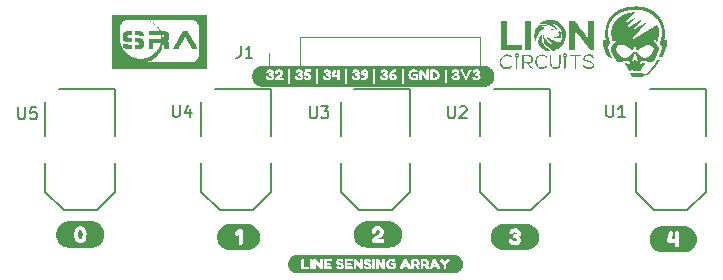
<source format=gbr>
%TF.GenerationSoftware,KiCad,Pcbnew,8.0.2*%
%TF.CreationDate,2024-11-07T23:12:14+05:30*%
%TF.ProjectId,lsa,6c73612e-6b69-4636-9164-5f7063625858,rev?*%
%TF.SameCoordinates,Original*%
%TF.FileFunction,Legend,Top*%
%TF.FilePolarity,Positive*%
%FSLAX46Y46*%
G04 Gerber Fmt 4.6, Leading zero omitted, Abs format (unit mm)*
G04 Created by KiCad (PCBNEW 8.0.2) date 2024-11-07 23:12:14*
%MOMM*%
%LPD*%
G01*
G04 APERTURE LIST*
%ADD10C,0.150000*%
%ADD11C,0.000000*%
%ADD12C,0.120000*%
%ADD13C,0.127000*%
G04 APERTURE END LIST*
D10*
X104766666Y-71854819D02*
X104766666Y-72569104D01*
X104766666Y-72569104D02*
X104719047Y-72711961D01*
X104719047Y-72711961D02*
X104623809Y-72807200D01*
X104623809Y-72807200D02*
X104480952Y-72854819D01*
X104480952Y-72854819D02*
X104385714Y-72854819D01*
X105766666Y-72854819D02*
X105195238Y-72854819D01*
X105480952Y-72854819D02*
X105480952Y-71854819D01*
X105480952Y-71854819D02*
X105385714Y-71997676D01*
X105385714Y-71997676D02*
X105290476Y-72092914D01*
X105290476Y-72092914D02*
X105195238Y-72140533D01*
X85934951Y-77052602D02*
X85934951Y-77865466D01*
X85934951Y-77865466D02*
X85982767Y-77961097D01*
X85982767Y-77961097D02*
X86030582Y-78008913D01*
X86030582Y-78008913D02*
X86126213Y-78056728D01*
X86126213Y-78056728D02*
X86317475Y-78056728D01*
X86317475Y-78056728D02*
X86413106Y-78008913D01*
X86413106Y-78008913D02*
X86460922Y-77961097D01*
X86460922Y-77961097D02*
X86508737Y-77865466D01*
X86508737Y-77865466D02*
X86508737Y-77052602D01*
X87465048Y-77052602D02*
X86986893Y-77052602D01*
X86986893Y-77052602D02*
X86939078Y-77530757D01*
X86939078Y-77530757D02*
X86986893Y-77482942D01*
X86986893Y-77482942D02*
X87082524Y-77435126D01*
X87082524Y-77435126D02*
X87321602Y-77435126D01*
X87321602Y-77435126D02*
X87417233Y-77482942D01*
X87417233Y-77482942D02*
X87465048Y-77530757D01*
X87465048Y-77530757D02*
X87512864Y-77626388D01*
X87512864Y-77626388D02*
X87512864Y-77865466D01*
X87512864Y-77865466D02*
X87465048Y-77961097D01*
X87465048Y-77961097D02*
X87417233Y-78008913D01*
X87417233Y-78008913D02*
X87321602Y-78056728D01*
X87321602Y-78056728D02*
X87082524Y-78056728D01*
X87082524Y-78056728D02*
X86986893Y-78008913D01*
X86986893Y-78008913D02*
X86939078Y-77961097D01*
X110634951Y-76952602D02*
X110634951Y-77765466D01*
X110634951Y-77765466D02*
X110682767Y-77861097D01*
X110682767Y-77861097D02*
X110730582Y-77908913D01*
X110730582Y-77908913D02*
X110826213Y-77956728D01*
X110826213Y-77956728D02*
X111017475Y-77956728D01*
X111017475Y-77956728D02*
X111113106Y-77908913D01*
X111113106Y-77908913D02*
X111160922Y-77861097D01*
X111160922Y-77861097D02*
X111208737Y-77765466D01*
X111208737Y-77765466D02*
X111208737Y-76952602D01*
X111591262Y-76952602D02*
X112212864Y-76952602D01*
X112212864Y-76952602D02*
X111878155Y-77335126D01*
X111878155Y-77335126D02*
X112021602Y-77335126D01*
X112021602Y-77335126D02*
X112117233Y-77382942D01*
X112117233Y-77382942D02*
X112165048Y-77430757D01*
X112165048Y-77430757D02*
X112212864Y-77526388D01*
X112212864Y-77526388D02*
X112212864Y-77765466D01*
X112212864Y-77765466D02*
X112165048Y-77861097D01*
X112165048Y-77861097D02*
X112117233Y-77908913D01*
X112117233Y-77908913D02*
X112021602Y-77956728D01*
X112021602Y-77956728D02*
X111734709Y-77956728D01*
X111734709Y-77956728D02*
X111639078Y-77908913D01*
X111639078Y-77908913D02*
X111591262Y-77861097D01*
X99034951Y-76852602D02*
X99034951Y-77665466D01*
X99034951Y-77665466D02*
X99082767Y-77761097D01*
X99082767Y-77761097D02*
X99130582Y-77808913D01*
X99130582Y-77808913D02*
X99226213Y-77856728D01*
X99226213Y-77856728D02*
X99417475Y-77856728D01*
X99417475Y-77856728D02*
X99513106Y-77808913D01*
X99513106Y-77808913D02*
X99560922Y-77761097D01*
X99560922Y-77761097D02*
X99608737Y-77665466D01*
X99608737Y-77665466D02*
X99608737Y-76852602D01*
X100517233Y-77187311D02*
X100517233Y-77856728D01*
X100278155Y-76804787D02*
X100039078Y-77522019D01*
X100039078Y-77522019D02*
X100660679Y-77522019D01*
X122334951Y-76952602D02*
X122334951Y-77765466D01*
X122334951Y-77765466D02*
X122382767Y-77861097D01*
X122382767Y-77861097D02*
X122430582Y-77908913D01*
X122430582Y-77908913D02*
X122526213Y-77956728D01*
X122526213Y-77956728D02*
X122717475Y-77956728D01*
X122717475Y-77956728D02*
X122813106Y-77908913D01*
X122813106Y-77908913D02*
X122860922Y-77861097D01*
X122860922Y-77861097D02*
X122908737Y-77765466D01*
X122908737Y-77765466D02*
X122908737Y-76952602D01*
X123339078Y-77048233D02*
X123386893Y-77000418D01*
X123386893Y-77000418D02*
X123482524Y-76952602D01*
X123482524Y-76952602D02*
X123721602Y-76952602D01*
X123721602Y-76952602D02*
X123817233Y-77000418D01*
X123817233Y-77000418D02*
X123865048Y-77048233D01*
X123865048Y-77048233D02*
X123912864Y-77143864D01*
X123912864Y-77143864D02*
X123912864Y-77239495D01*
X123912864Y-77239495D02*
X123865048Y-77382942D01*
X123865048Y-77382942D02*
X123291262Y-77956728D01*
X123291262Y-77956728D02*
X123912864Y-77956728D01*
X135734951Y-76852602D02*
X135734951Y-77665466D01*
X135734951Y-77665466D02*
X135782767Y-77761097D01*
X135782767Y-77761097D02*
X135830582Y-77808913D01*
X135830582Y-77808913D02*
X135926213Y-77856728D01*
X135926213Y-77856728D02*
X136117475Y-77856728D01*
X136117475Y-77856728D02*
X136213106Y-77808913D01*
X136213106Y-77808913D02*
X136260922Y-77761097D01*
X136260922Y-77761097D02*
X136308737Y-77665466D01*
X136308737Y-77665466D02*
X136308737Y-76852602D01*
X137312864Y-77856728D02*
X136739078Y-77856728D01*
X137025971Y-77856728D02*
X137025971Y-76852602D01*
X137025971Y-76852602D02*
X136930340Y-76996049D01*
X136930340Y-76996049D02*
X136834709Y-77091680D01*
X136834709Y-77091680D02*
X136739078Y-77139495D01*
D11*
%TO.C,G\u002A\u002A\u002A*%
G36*
X129790712Y-71476967D02*
G01*
X129793792Y-71507508D01*
X129790712Y-71511280D01*
X129775413Y-71507747D01*
X129773556Y-71494124D01*
X129782972Y-71472941D01*
X129790712Y-71476967D01*
G37*
G36*
X129970854Y-71760047D02*
G01*
X129967321Y-71775346D01*
X129953698Y-71777204D01*
X129932515Y-71767788D01*
X129936541Y-71760047D01*
X129967082Y-71756967D01*
X129970854Y-71760047D01*
G37*
G36*
X129902033Y-71664078D02*
G01*
X129905422Y-71667403D01*
X129925749Y-71701144D01*
X129922993Y-71713548D01*
X129903850Y-71705825D01*
X129891016Y-71681809D01*
X129883181Y-71651744D01*
X129902033Y-71664078D01*
G37*
G36*
X129361803Y-70940831D02*
G01*
X129361803Y-72188956D01*
X129104458Y-72188956D01*
X128847112Y-72188956D01*
X128847112Y-70940831D01*
X128847112Y-69692705D01*
X129104458Y-69692705D01*
X129361803Y-69692705D01*
X129361803Y-70940831D01*
G37*
G36*
X129850759Y-71584195D02*
G01*
X129875310Y-71607320D01*
X129876494Y-71611448D01*
X129856583Y-71622501D01*
X129850759Y-71622796D01*
X129826014Y-71603013D01*
X129825025Y-71595543D01*
X129840791Y-71580173D01*
X129850759Y-71584195D01*
G37*
G36*
X130022827Y-70043877D02*
G01*
X130018034Y-70052989D01*
X129993787Y-70077565D01*
X129989262Y-70078723D01*
X129987506Y-70062100D01*
X129992300Y-70052989D01*
X130016547Y-70028412D01*
X130021072Y-70027254D01*
X130022827Y-70043877D01*
G37*
G36*
X127303039Y-70709220D02*
G01*
X127303039Y-71725735D01*
X127933536Y-71725735D01*
X128564032Y-71725735D01*
X128564032Y-71957345D01*
X128564032Y-72188956D01*
X127676190Y-72188956D01*
X126788348Y-72188956D01*
X126788348Y-70940831D01*
X126788348Y-69692705D01*
X127045694Y-69692705D01*
X127303039Y-69692705D01*
X127303039Y-70709220D01*
G37*
G36*
X131286608Y-70417476D02*
G01*
X131312226Y-70433115D01*
X131312985Y-70469160D01*
X131300471Y-70511122D01*
X131271962Y-70527587D01*
X131216612Y-70520207D01*
X131138415Y-70495754D01*
X131072606Y-70470882D01*
X131050560Y-70454061D01*
X131066365Y-70439861D01*
X131074078Y-70436650D01*
X131133481Y-70422933D01*
X131212329Y-70415380D01*
X131222914Y-70415081D01*
X131286608Y-70417476D01*
G37*
G36*
X133629094Y-72632877D02*
G01*
X133621311Y-72661499D01*
X133600787Y-72679355D01*
X133556822Y-72689620D01*
X133478718Y-72695464D01*
X133408561Y-72698255D01*
X133196251Y-72705729D01*
X133196251Y-73232246D01*
X133196251Y-73758764D01*
X133131915Y-73758764D01*
X133067578Y-73758764D01*
X133067578Y-73231206D01*
X133067578Y-72703647D01*
X132861702Y-72703647D01*
X132759595Y-72702962D01*
X132698456Y-72698717D01*
X132667783Y-72687632D01*
X132657075Y-72666425D01*
X132655825Y-72639311D01*
X132655825Y-72574975D01*
X133146572Y-72574975D01*
X133637318Y-72574975D01*
X133629094Y-72632877D01*
G37*
G36*
X130275628Y-71141599D02*
G01*
X130276646Y-71272501D01*
X130281496Y-71366142D01*
X130292470Y-71436706D01*
X130311863Y-71498379D01*
X130341968Y-71565346D01*
X130345217Y-71571987D01*
X130440815Y-71722419D01*
X130577179Y-71873632D01*
X130744771Y-72015517D01*
X130802938Y-72056959D01*
X130888060Y-72123167D01*
X130940399Y-72181380D01*
X130952701Y-72209838D01*
X130952806Y-72243618D01*
X130931953Y-72259935D01*
X130877857Y-72264573D01*
X130836896Y-72264355D01*
X130735096Y-72254126D01*
X130623493Y-72230446D01*
X130582292Y-72217987D01*
X130381454Y-72129934D01*
X130216541Y-72017212D01*
X130090595Y-71883994D01*
X130006659Y-71734455D01*
X129967776Y-71572767D01*
X129976988Y-71403105D01*
X129979481Y-71391185D01*
X130014540Y-71273971D01*
X130067138Y-71148002D01*
X130128916Y-71030139D01*
X130191517Y-70937241D01*
X130220117Y-70905792D01*
X130275876Y-70853410D01*
X130275628Y-71141599D01*
G37*
G36*
X134714589Y-70940831D02*
G01*
X134714589Y-72188956D01*
X134547910Y-72188956D01*
X134381230Y-72188956D01*
X133988183Y-71684580D01*
X133862142Y-71522672D01*
X133730557Y-71353349D01*
X133601915Y-71187554D01*
X133484705Y-71036231D01*
X133387416Y-70910324D01*
X133357092Y-70870974D01*
X133119047Y-70561743D01*
X133119047Y-71375350D01*
X133119047Y-72188956D01*
X132861702Y-72188956D01*
X132604356Y-72188956D01*
X132604356Y-70940831D01*
X132604356Y-69692705D01*
X132816666Y-69692801D01*
X133028976Y-69692897D01*
X133146962Y-69840775D01*
X133226176Y-69940304D01*
X133329461Y-70070435D01*
X133449041Y-70221338D01*
X133577138Y-70383181D01*
X133705978Y-70546134D01*
X133827784Y-70700366D01*
X133934780Y-70836045D01*
X134019189Y-70943342D01*
X134032624Y-70960464D01*
X134187031Y-71157359D01*
X134193859Y-70425032D01*
X134200688Y-69692705D01*
X134457638Y-69692705D01*
X134714589Y-69692705D01*
X134714589Y-70940831D01*
G37*
G36*
X131875065Y-70628386D02*
G01*
X131932461Y-70670932D01*
X131948918Y-70698850D01*
X131946609Y-70755248D01*
X131924039Y-70804747D01*
X131897470Y-70871999D01*
X131884417Y-70968698D01*
X131883789Y-70995921D01*
X131880892Y-71080796D01*
X131873509Y-71148320D01*
X131868168Y-71170337D01*
X131834445Y-71205810D01*
X131789993Y-71205326D01*
X131767983Y-71185309D01*
X131736809Y-71174088D01*
X131666247Y-71165362D01*
X131568364Y-71160332D01*
X131509119Y-71159574D01*
X131393656Y-71156598D01*
X131313062Y-71148640D01*
X131270959Y-71137158D01*
X131270972Y-71123610D01*
X131316723Y-71109454D01*
X131365060Y-71101617D01*
X131480220Y-71074796D01*
X131592857Y-71029438D01*
X131686448Y-70973570D01*
X131742542Y-70918261D01*
X131769419Y-70870071D01*
X131766657Y-70833834D01*
X131732242Y-70784215D01*
X131731845Y-70783710D01*
X131686946Y-70706325D01*
X131684289Y-70645910D01*
X131723891Y-70608315D01*
X131731279Y-70605680D01*
X131800652Y-70603488D01*
X131875065Y-70628386D01*
G37*
G36*
X131086018Y-73000873D02*
G01*
X131087532Y-73184247D01*
X131093314Y-73323671D01*
X131105225Y-73426607D01*
X131125125Y-73500519D01*
X131154876Y-73552869D01*
X131196337Y-73591120D01*
X131239583Y-73616788D01*
X131362776Y-73652560D01*
X131494556Y-73640279D01*
X131565785Y-73613754D01*
X131621234Y-73582924D01*
X131662660Y-73545357D01*
X131692060Y-73493564D01*
X131711434Y-73420058D01*
X131722780Y-73317354D01*
X131728096Y-73177963D01*
X131729382Y-73000873D01*
X131729382Y-72574975D01*
X131806585Y-72574975D01*
X131883789Y-72574975D01*
X131882719Y-72967427D01*
X131879364Y-73167415D01*
X131869121Y-73323821D01*
X131849884Y-73444306D01*
X131819547Y-73536533D01*
X131776004Y-73608166D01*
X131717150Y-73666867D01*
X131683572Y-73692190D01*
X131547108Y-73758324D01*
X131397290Y-73780072D01*
X131248265Y-73756161D01*
X131197092Y-73735925D01*
X131094437Y-73665747D01*
X131018369Y-73578232D01*
X130992648Y-73537595D01*
X130973789Y-73499183D01*
X130960478Y-73454099D01*
X130951397Y-73393444D01*
X130945230Y-73308320D01*
X130940661Y-73189829D01*
X130936374Y-73029074D01*
X130936221Y-73022919D01*
X130925128Y-72574975D01*
X131005573Y-72574975D01*
X131086018Y-72574975D01*
X131086018Y-73000873D01*
G37*
G36*
X128251787Y-72466706D02*
G01*
X128309693Y-72525986D01*
X128332217Y-72621247D01*
X128332421Y-72633036D01*
X128318184Y-72715826D01*
X128268932Y-72775584D01*
X128268085Y-72776253D01*
X128203748Y-72826860D01*
X128203748Y-73292812D01*
X128203429Y-73458388D01*
X128202006Y-73579420D01*
X128198776Y-73662831D01*
X128193039Y-73715543D01*
X128184093Y-73744482D01*
X128171239Y-73756568D01*
X128156568Y-73758764D01*
X128107636Y-73750362D01*
X128092232Y-73741608D01*
X128086706Y-73711509D01*
X128081919Y-73638513D01*
X128078182Y-73531189D01*
X128075802Y-73398107D01*
X128075076Y-73265518D01*
X128074687Y-73100160D01*
X128072994Y-72978412D01*
X128069205Y-72892421D01*
X128062526Y-72834330D01*
X128052167Y-72796284D01*
X128037334Y-72770428D01*
X128023607Y-72755116D01*
X127977819Y-72679113D01*
X127975046Y-72615878D01*
X128091433Y-72615878D01*
X128102256Y-72654881D01*
X128138171Y-72698146D01*
X128177329Y-72691124D01*
X128204820Y-72663754D01*
X128223832Y-72625514D01*
X128201735Y-72587787D01*
X128196396Y-72582327D01*
X128148036Y-72558523D01*
X128107872Y-72573696D01*
X128091433Y-72615878D01*
X127975046Y-72615878D01*
X127974232Y-72597320D01*
X128007095Y-72522648D01*
X128070658Y-72468008D01*
X128159169Y-72446311D01*
X128161158Y-72446302D01*
X128251787Y-72466706D01*
G37*
G36*
X132311676Y-72462545D02*
G01*
X132370877Y-72514109D01*
X132415483Y-72590921D01*
X132415379Y-72660948D01*
X132369947Y-72738174D01*
X132360486Y-72749701D01*
X132337698Y-72778697D01*
X132320961Y-72808957D01*
X132309188Y-72848713D01*
X132301292Y-72906197D01*
X132296186Y-72989641D01*
X132292784Y-73107277D01*
X132289997Y-73267339D01*
X132289716Y-73285667D01*
X132287024Y-73449646D01*
X132284057Y-73569312D01*
X132279823Y-73651819D01*
X132273330Y-73704318D01*
X132263587Y-73733961D01*
X132249602Y-73747901D01*
X132230384Y-73753289D01*
X132224772Y-73754120D01*
X132166869Y-73762344D01*
X132166869Y-73293849D01*
X132166696Y-73128043D01*
X132165537Y-73005849D01*
X132162437Y-72919410D01*
X132156438Y-72860872D01*
X132146583Y-72822375D01*
X132131914Y-72796065D01*
X132111475Y-72774084D01*
X132102533Y-72765730D01*
X132049038Y-72687703D01*
X132041233Y-72623673D01*
X132166869Y-72623673D01*
X132178206Y-72682516D01*
X132215807Y-72698254D01*
X132254835Y-72688027D01*
X132289444Y-72652965D01*
X132290841Y-72604045D01*
X132259072Y-72566691D01*
X132254618Y-72564777D01*
X132198125Y-72561219D01*
X132169247Y-72599903D01*
X132166869Y-72623673D01*
X132041233Y-72623673D01*
X132038872Y-72604303D01*
X132067087Y-72527997D01*
X132128733Y-72471251D01*
X132218862Y-72446532D01*
X132229337Y-72446302D01*
X132311676Y-72462545D01*
G37*
G36*
X127405809Y-72562960D02*
G01*
X127526928Y-72598572D01*
X127638664Y-72647760D01*
X127701925Y-72688614D01*
X127750194Y-72730566D01*
X127762064Y-72755784D01*
X127741599Y-72779345D01*
X127728964Y-72788937D01*
X127692939Y-72808991D01*
X127656038Y-72805192D01*
X127600471Y-72774274D01*
X127581462Y-72761847D01*
X127450489Y-72702419D01*
X127309867Y-72684303D01*
X127170532Y-72704549D01*
X127043420Y-72760205D01*
X126939469Y-72848318D01*
X126874920Y-72952531D01*
X126847999Y-73060703D01*
X126841479Y-73190268D01*
X126855341Y-73315374D01*
X126875222Y-73381931D01*
X126949484Y-73497707D01*
X127056452Y-73582955D01*
X127185513Y-73634939D01*
X127326053Y-73650925D01*
X127467458Y-73628178D01*
X127594362Y-73567232D01*
X127652760Y-73530173D01*
X127686806Y-73521178D01*
X127713811Y-73538092D01*
X127725831Y-73550868D01*
X127752562Y-73588864D01*
X127739756Y-73618605D01*
X127721434Y-73635678D01*
X127610902Y-73705046D01*
X127470742Y-73753828D01*
X127320007Y-73778142D01*
X127177752Y-73774106D01*
X127113469Y-73759520D01*
X126963965Y-73686090D01*
X126845022Y-73574861D01*
X126761177Y-73432435D01*
X126716968Y-73265420D01*
X126711145Y-73173857D01*
X126727924Y-73000815D01*
X126780742Y-72857693D01*
X126871965Y-72735753D01*
X126956474Y-72670266D01*
X127068850Y-72611180D01*
X127187814Y-72567782D01*
X127292087Y-72549357D01*
X127299334Y-72549240D01*
X127405809Y-72562960D01*
G37*
G36*
X130366079Y-72555332D02*
G01*
X130452786Y-72575984D01*
X130473655Y-72582483D01*
X130567550Y-72619583D01*
X130653673Y-72665350D01*
X130687132Y-72688734D01*
X130735361Y-72731269D01*
X130747446Y-72759004D01*
X130728336Y-72788131D01*
X130720102Y-72796676D01*
X130682995Y-72827003D01*
X130651728Y-72818572D01*
X130629089Y-72799413D01*
X130509073Y-72723652D01*
X130367188Y-72686489D01*
X130217636Y-72689810D01*
X130090506Y-72727927D01*
X129978438Y-72805099D01*
X129896458Y-72914556D01*
X129846664Y-73045391D01*
X129831158Y-73186694D01*
X129852036Y-73327559D01*
X129911400Y-73457075D01*
X129942239Y-73498399D01*
X130045045Y-73583163D01*
X130173998Y-73634343D01*
X130315066Y-73650529D01*
X130454222Y-73630309D01*
X130577436Y-73572272D01*
X130589438Y-73563500D01*
X130647598Y-73522652D01*
X130682937Y-73511971D01*
X130711464Y-73527844D01*
X130718297Y-73534422D01*
X130742184Y-73570945D01*
X130732702Y-73607639D01*
X130685090Y-73652141D01*
X130615840Y-73698818D01*
X130511922Y-73744023D01*
X130382792Y-73771905D01*
X130251103Y-73779497D01*
X130139508Y-73763831D01*
X130133673Y-73761997D01*
X129966772Y-73683503D01*
X129837867Y-73572178D01*
X129749734Y-73432183D01*
X129705145Y-73267679D01*
X129703119Y-73116346D01*
X129741764Y-72937848D01*
X129821234Y-72790071D01*
X129939342Y-72675467D01*
X130093901Y-72596486D01*
X130190575Y-72569756D01*
X130288292Y-72553689D01*
X130366079Y-72555332D01*
G37*
G36*
X130659114Y-70089548D02*
G01*
X130676728Y-70097561D01*
X130674265Y-70099654D01*
X130626508Y-70117682D01*
X130550571Y-70135269D01*
X130513373Y-70141443D01*
X130413621Y-70161193D01*
X130302007Y-70190841D01*
X130256028Y-70205530D01*
X130120972Y-70251964D01*
X130307548Y-70239089D01*
X130411218Y-70236492D01*
X130475186Y-70243978D01*
X130496620Y-70259092D01*
X130472689Y-70279379D01*
X130400563Y-70302383D01*
X130384751Y-70306064D01*
X130275380Y-70330557D01*
X130384751Y-70333313D01*
X130451408Y-70339040D01*
X130489757Y-70350187D01*
X130493459Y-70355370D01*
X130471797Y-70376598D01*
X130417658Y-70408343D01*
X130384087Y-70424733D01*
X130272459Y-70494496D01*
X130156144Y-70597741D01*
X130049079Y-70719969D01*
X129965199Y-70846679D01*
X129949899Y-70876494D01*
X129907723Y-70974322D01*
X129861939Y-71095877D01*
X129822316Y-71215187D01*
X129821622Y-71217477D01*
X129791809Y-71309813D01*
X129765730Y-71379471D01*
X129747881Y-71414774D01*
X129744821Y-71416920D01*
X129730742Y-71394011D01*
X129709740Y-71333982D01*
X129686614Y-71250790D01*
X129647873Y-70998215D01*
X129660032Y-70749693D01*
X129723307Y-70503255D01*
X129784504Y-70358448D01*
X129827019Y-70271733D01*
X130082370Y-70271733D01*
X130095238Y-70284600D01*
X130108105Y-70271733D01*
X130095238Y-70258865D01*
X130082370Y-70271733D01*
X129827019Y-70271733D01*
X129829618Y-70266433D01*
X129868289Y-70200015D01*
X129909801Y-70154643D01*
X129963436Y-70125767D01*
X130038477Y-70108837D01*
X130144208Y-70099303D01*
X130289910Y-70092615D01*
X130330157Y-70090996D01*
X130482997Y-70086194D01*
X130593593Y-70085735D01*
X130659114Y-70089548D01*
G37*
G36*
X129095429Y-72578309D02*
G01*
X129223402Y-72589921D01*
X129317880Y-72612223D01*
X129387683Y-72647626D01*
X129441631Y-72698543D01*
X129458706Y-72720906D01*
X129517772Y-72842823D01*
X129532540Y-72970384D01*
X129506313Y-73093106D01*
X129442395Y-73200509D01*
X129344087Y-73282113D01*
X129271866Y-73313732D01*
X129194795Y-73338344D01*
X129350002Y-73503518D01*
X129445558Y-73605637D01*
X129509000Y-73676072D01*
X129543475Y-73720630D01*
X129552128Y-73745123D01*
X129538107Y-73755358D01*
X129504557Y-73757144D01*
X129487193Y-73756813D01*
X129444463Y-73751297D01*
X129402765Y-73732334D01*
X129353468Y-73693184D01*
X129287937Y-73627110D01*
X129207396Y-73538440D01*
X129014387Y-73322019D01*
X128879280Y-73321648D01*
X128744174Y-73321277D01*
X128744174Y-73540020D01*
X128743583Y-73645946D01*
X128739813Y-73710593D01*
X128729866Y-73744152D01*
X128710746Y-73756812D01*
X128679838Y-73758764D01*
X128615501Y-73758764D01*
X128615501Y-73192604D01*
X128744174Y-73192604D01*
X129002689Y-73192604D01*
X129122072Y-73191683D01*
X129201906Y-73187362D01*
X129254098Y-73177302D01*
X129290558Y-73159165D01*
X129323193Y-73130613D01*
X129324371Y-73129437D01*
X129369159Y-73067420D01*
X129386444Y-72988364D01*
X129387538Y-72951583D01*
X129381013Y-72870540D01*
X129354145Y-72815046D01*
X129308359Y-72770271D01*
X129266786Y-72738789D01*
X129224282Y-72719137D01*
X129167569Y-72708568D01*
X129083366Y-72704329D01*
X128986678Y-72703647D01*
X128744174Y-72703647D01*
X128744174Y-72948126D01*
X128744174Y-73192604D01*
X128615501Y-73192604D01*
X128615501Y-73166869D01*
X128615501Y-72948126D01*
X128615501Y-72574975D01*
X128925142Y-72574975D01*
X129095429Y-72578309D01*
G37*
G36*
X134373417Y-72562124D02*
G01*
X134492054Y-72599084D01*
X134576168Y-72645472D01*
X134639430Y-72699652D01*
X134674545Y-72752592D01*
X134674223Y-72795262D01*
X134661085Y-72808388D01*
X134599590Y-72830732D01*
X134558851Y-72810316D01*
X134552431Y-72797772D01*
X134514285Y-72756853D01*
X134441874Y-72718637D01*
X134352232Y-72690036D01*
X134262390Y-72677961D01*
X134257055Y-72677913D01*
X134137480Y-72691713D01*
X134038664Y-72728715D01*
X133965752Y-72782316D01*
X133923893Y-72845916D01*
X133918234Y-72912915D01*
X133953921Y-72976711D01*
X133997475Y-73010800D01*
X134066079Y-73041246D01*
X134162703Y-73070718D01*
X134248387Y-73089391D01*
X134427136Y-73129467D01*
X134558944Y-73181219D01*
X134647636Y-73247861D01*
X134697041Y-73332609D01*
X134710985Y-73438677D01*
X134708736Y-73476082D01*
X134676643Y-73598587D01*
X134605704Y-73688413D01*
X134493650Y-73748161D01*
X134463648Y-73757419D01*
X134367613Y-73773944D01*
X134249476Y-73780683D01*
X134134722Y-73777107D01*
X134059755Y-73765789D01*
X133989324Y-73736763D01*
X133908613Y-73688269D01*
X133836335Y-73633112D01*
X133791201Y-73584096D01*
X133789252Y-73580690D01*
X133764878Y-73518833D01*
X133777904Y-73483722D01*
X133814721Y-73468007D01*
X133869560Y-73475310D01*
X133906322Y-73514293D01*
X133972526Y-73578014D01*
X134067021Y-73622093D01*
X134178224Y-73646583D01*
X134294554Y-73651537D01*
X134404428Y-73637009D01*
X134496266Y-73603052D01*
X134558484Y-73549718D01*
X134576118Y-73511221D01*
X134587403Y-73435104D01*
X134574965Y-73374140D01*
X134533418Y-73324210D01*
X134457378Y-73281194D01*
X134341457Y-73240973D01*
X134180269Y-73199427D01*
X134163282Y-73195465D01*
X134009276Y-73152705D01*
X133900761Y-73104086D01*
X133831772Y-73044810D01*
X133796342Y-72970081D01*
X133788146Y-72893816D01*
X133811505Y-72782993D01*
X133875901Y-72689628D01*
X133972813Y-72617291D01*
X134093717Y-72569549D01*
X134230093Y-72549971D01*
X134373417Y-72562124D01*
G37*
G36*
X131041643Y-69620132D02*
G01*
X131171375Y-69626072D01*
X131266065Y-69634723D01*
X131342132Y-69649869D01*
X131415992Y-69675295D01*
X131504061Y-69714786D01*
X131551875Y-69737753D01*
X131772757Y-69871468D01*
X131960229Y-70039761D01*
X132111088Y-70236800D01*
X132222127Y-70456751D01*
X132290143Y-70693781D01*
X132311929Y-70942058D01*
X132300622Y-71100538D01*
X132241487Y-71356237D01*
X132137364Y-71591039D01*
X131992170Y-71800093D01*
X131809820Y-71978550D01*
X131594229Y-72121559D01*
X131409855Y-72203810D01*
X131284490Y-72245655D01*
X131198249Y-72264191D01*
X131144272Y-72259226D01*
X131115697Y-72230571D01*
X131107028Y-72195390D01*
X131087892Y-72142158D01*
X131037272Y-72091075D01*
X130972289Y-72047416D01*
X130766322Y-71900394D01*
X130608156Y-71738222D01*
X130495423Y-71557245D01*
X130425757Y-71353813D01*
X130398757Y-71162434D01*
X130394226Y-71048145D01*
X130396848Y-70965357D01*
X130406247Y-70922919D01*
X130409081Y-70919941D01*
X130430883Y-70933428D01*
X130462862Y-70983944D01*
X130494121Y-71051323D01*
X130601629Y-71259431D01*
X130739385Y-71437889D01*
X130901324Y-71581296D01*
X131081382Y-71684249D01*
X131267771Y-71740381D01*
X131317837Y-71748291D01*
X131329853Y-71745406D01*
X131301172Y-71727171D01*
X131241802Y-71695667D01*
X131104341Y-71606518D01*
X130969112Y-71488955D01*
X130849900Y-71357037D01*
X130760488Y-71224821D01*
X130740052Y-71183925D01*
X130705921Y-71103329D01*
X130684293Y-71043231D01*
X130679847Y-71016742D01*
X130703782Y-71026016D01*
X130758432Y-71059683D01*
X130833387Y-71111186D01*
X130858614Y-71129380D01*
X131148684Y-71313802D01*
X131455382Y-71458432D01*
X131588201Y-71506296D01*
X131690623Y-71538993D01*
X131760192Y-71553122D01*
X131808671Y-71542966D01*
X131847821Y-71502806D01*
X131889405Y-71426924D01*
X131930882Y-71339716D01*
X131963063Y-71264722D01*
X131983165Y-71194361D01*
X131993957Y-71112346D01*
X131998208Y-71002392D01*
X131998720Y-70940831D01*
X131997760Y-70817552D01*
X131991732Y-70728588D01*
X131977406Y-70656817D01*
X131951550Y-70585115D01*
X131917421Y-70510015D01*
X131800054Y-70317599D01*
X131647111Y-70154499D01*
X131467080Y-70029210D01*
X131407554Y-69999584D01*
X131321675Y-69962197D01*
X131253258Y-69935255D01*
X131216526Y-69924341D01*
X131215807Y-69924316D01*
X131199707Y-69941213D01*
X131217119Y-69988249D01*
X131264409Y-70059939D01*
X131337938Y-70150800D01*
X131434072Y-70255347D01*
X131438042Y-70259435D01*
X131532007Y-70357476D01*
X131593294Y-70426002D01*
X131620406Y-70465094D01*
X131611853Y-70474830D01*
X131566139Y-70455291D01*
X131481771Y-70406554D01*
X131357255Y-70328701D01*
X131263691Y-70268714D01*
X131175815Y-70209326D01*
X131123922Y-70164968D01*
X131098927Y-70125808D01*
X131091765Y-70082587D01*
X131078322Y-70007646D01*
X131047860Y-69926401D01*
X131009670Y-69860258D01*
X130984349Y-69835030D01*
X130977420Y-69843440D01*
X130993302Y-69884294D01*
X130996875Y-69891301D01*
X131024631Y-69970570D01*
X131033957Y-70040122D01*
X131033682Y-70117325D01*
X130980678Y-70034570D01*
X130933945Y-69978491D01*
X130869520Y-69920337D01*
X130803366Y-69872699D01*
X130751446Y-69848164D01*
X130742994Y-69847112D01*
X130751648Y-69862782D01*
X130789675Y-69903419D01*
X130835948Y-69948060D01*
X130899013Y-70013867D01*
X130924046Y-70056004D01*
X130910995Y-70071186D01*
X130859807Y-70056128D01*
X130837498Y-70045472D01*
X130664554Y-69984313D01*
X130460868Y-69958288D01*
X130233816Y-69967949D01*
X130095238Y-69989939D01*
X130018034Y-70005319D01*
X130108105Y-69925635D01*
X130184125Y-69868590D01*
X130247471Y-69829956D01*
X130657109Y-69829956D01*
X130660641Y-69845255D01*
X130674265Y-69847112D01*
X130695448Y-69837697D01*
X130691421Y-69829956D01*
X130660881Y-69826876D01*
X130657109Y-69829956D01*
X130247471Y-69829956D01*
X130283513Y-69807974D01*
X130394008Y-69749659D01*
X130503352Y-69699516D01*
X130599283Y-69663416D01*
X130669542Y-69647232D01*
X130688311Y-69647760D01*
X130735519Y-69648211D01*
X130751469Y-69634429D01*
X130776283Y-69623608D01*
X130847518Y-69617965D01*
X130960364Y-69617739D01*
X131041643Y-69620132D01*
G37*
%TO.C,kibuzzard-63708D75*%
G36*
X105439769Y-86907372D02*
G01*
X105546348Y-86923181D01*
X105650863Y-86949361D01*
X105752309Y-86985659D01*
X105849709Y-87031725D01*
X105942124Y-87087117D01*
X106028665Y-87151300D01*
X106108498Y-87223657D01*
X106180855Y-87303490D01*
X106245038Y-87390031D01*
X106300430Y-87482446D01*
X106346496Y-87579846D01*
X106382794Y-87681292D01*
X106408974Y-87785807D01*
X106424783Y-87892386D01*
X106430070Y-88000000D01*
X106424783Y-88107614D01*
X106408974Y-88214193D01*
X106382794Y-88318708D01*
X106346496Y-88420154D01*
X106300430Y-88517554D01*
X106245038Y-88609969D01*
X106180855Y-88696510D01*
X106108498Y-88776343D01*
X106028665Y-88848700D01*
X105942124Y-88912883D01*
X105849709Y-88968275D01*
X105752309Y-89014341D01*
X105650863Y-89050639D01*
X105546348Y-89076819D01*
X105439769Y-89092628D01*
X105332155Y-89097915D01*
X104935280Y-89097915D01*
X104765735Y-89097915D01*
X104264720Y-89097915D01*
X103867845Y-89097915D01*
X103760231Y-89092628D01*
X103653652Y-89076819D01*
X103549137Y-89050639D01*
X103447691Y-89014341D01*
X103350291Y-88968275D01*
X103257876Y-88912883D01*
X103171335Y-88848700D01*
X103091502Y-88776343D01*
X103019145Y-88696510D01*
X102954962Y-88609969D01*
X102899570Y-88517554D01*
X102853504Y-88420154D01*
X102817206Y-88318708D01*
X102791026Y-88214193D01*
X102775217Y-88107614D01*
X102769930Y-88000000D01*
X102775217Y-87892386D01*
X102791026Y-87785807D01*
X102800838Y-87746635D01*
X104264720Y-87746635D01*
X104324727Y-87864745D01*
X104439980Y-87931420D01*
X104573330Y-87872365D01*
X104598095Y-87849505D01*
X104598095Y-88529590D01*
X104600952Y-88599123D01*
X104619050Y-88651510D01*
X104670009Y-88688657D01*
X104765735Y-88701040D01*
X104863842Y-88688181D01*
X104914325Y-88649605D01*
X104932422Y-88599123D01*
X104935280Y-88533400D01*
X104935280Y-87472315D01*
X104925755Y-87371350D01*
X104899085Y-87330393D01*
X104849555Y-87308485D01*
X104759067Y-87298960D01*
X104651435Y-87348490D01*
X104645720Y-87352300D01*
X104333300Y-87634240D01*
X104264720Y-87746635D01*
X102800838Y-87746635D01*
X102817206Y-87681292D01*
X102853504Y-87579846D01*
X102899570Y-87482446D01*
X102954962Y-87390031D01*
X103019145Y-87303490D01*
X103091502Y-87223657D01*
X103171335Y-87151300D01*
X103257876Y-87087117D01*
X103350291Y-87031725D01*
X103447691Y-86985659D01*
X103549137Y-86949361D01*
X103653652Y-86923181D01*
X103760231Y-86907372D01*
X103867845Y-86902085D01*
X104264720Y-86902085D01*
X104935280Y-86902085D01*
X105332155Y-86902085D01*
X105439769Y-86907372D01*
G37*
%TO.C,kibuzzard-63708D58*%
G36*
X91285011Y-87439122D02*
G01*
X91345733Y-87510916D01*
X91382166Y-87630574D01*
X91394310Y-87798095D01*
X91394310Y-87809525D01*
X91382047Y-87972879D01*
X91345256Y-88089560D01*
X91283939Y-88159569D01*
X91198095Y-88182905D01*
X91113918Y-88158914D01*
X91053791Y-88086941D01*
X91017715Y-87966985D01*
X91005690Y-87799048D01*
X91017834Y-87631110D01*
X91054268Y-87511154D01*
X91114989Y-87439181D01*
X91200000Y-87415190D01*
X91285011Y-87439122D01*
G37*
G36*
X92238038Y-86686518D02*
G01*
X92346651Y-86702629D01*
X92453161Y-86729308D01*
X92556543Y-86766299D01*
X92655802Y-86813245D01*
X92749981Y-86869694D01*
X92838174Y-86935102D01*
X92919531Y-87008839D01*
X92993268Y-87090196D01*
X93058676Y-87178389D01*
X93115125Y-87272568D01*
X93162071Y-87371827D01*
X93199062Y-87475209D01*
X93225741Y-87581719D01*
X93241852Y-87690332D01*
X93247240Y-87800000D01*
X93241852Y-87909668D01*
X93225741Y-88018281D01*
X93199062Y-88124791D01*
X93162071Y-88228173D01*
X93115125Y-88327432D01*
X93058676Y-88421611D01*
X92993268Y-88509804D01*
X92919531Y-88591161D01*
X92838174Y-88664898D01*
X92749981Y-88730306D01*
X92655802Y-88786755D01*
X92556543Y-88833701D01*
X92453161Y-88870692D01*
X92346651Y-88897371D01*
X92238038Y-88913482D01*
X92128370Y-88918870D01*
X91731495Y-88918870D01*
X91201905Y-88918870D01*
X90668505Y-88918870D01*
X90271630Y-88918870D01*
X90161962Y-88913482D01*
X90053349Y-88897371D01*
X89946839Y-88870692D01*
X89843457Y-88833701D01*
X89744198Y-88786755D01*
X89650019Y-88730306D01*
X89561826Y-88664898D01*
X89480469Y-88591161D01*
X89406732Y-88509804D01*
X89341324Y-88421611D01*
X89284875Y-88327432D01*
X89237929Y-88228173D01*
X89200938Y-88124791D01*
X89174259Y-88018281D01*
X89158148Y-87909668D01*
X89152760Y-87800000D01*
X89152854Y-87798095D01*
X90668505Y-87798095D01*
X90674643Y-87931657D01*
X90693058Y-88055482D01*
X90723750Y-88169570D01*
X90764946Y-88265296D01*
X90816143Y-88346735D01*
X90883294Y-88415077D01*
X90972353Y-88471513D01*
X91079747Y-88509374D01*
X91201905Y-88521995D01*
X91323587Y-88509613D01*
X91429553Y-88472465D01*
X91516944Y-88416268D01*
X91582905Y-88346735D01*
X91647913Y-88236840D01*
X91694348Y-88109086D01*
X91722208Y-87963473D01*
X91731495Y-87800000D01*
X91725145Y-87674058D01*
X91706095Y-87552773D01*
X91674345Y-87436145D01*
X91634578Y-87339943D01*
X91583858Y-87257075D01*
X91517183Y-87187066D01*
X91429553Y-87129440D01*
X91323111Y-87090864D01*
X91200000Y-87078005D01*
X91076413Y-87091102D01*
X90968543Y-87130392D01*
X90879722Y-87188971D01*
X90813285Y-87259933D01*
X90760659Y-87351611D01*
X90713273Y-87472340D01*
X90688402Y-87568648D01*
X90673479Y-87677233D01*
X90668505Y-87798095D01*
X89152854Y-87798095D01*
X89158148Y-87690332D01*
X89174259Y-87581719D01*
X89200938Y-87475209D01*
X89237929Y-87371827D01*
X89284875Y-87272568D01*
X89341324Y-87178389D01*
X89406732Y-87090196D01*
X89480469Y-87008839D01*
X89561826Y-86935102D01*
X89650019Y-86869694D01*
X89744198Y-86813245D01*
X89843457Y-86766299D01*
X89946839Y-86729308D01*
X90053349Y-86702629D01*
X90161962Y-86686518D01*
X90271630Y-86681130D01*
X90668505Y-86681130D01*
X91731495Y-86681130D01*
X92128370Y-86681130D01*
X92238038Y-86686518D01*
G37*
%TO.C,kibuzzard-672CF9E4*%
G36*
X118789914Y-90362446D02*
G01*
X118668884Y-90362446D01*
X118729399Y-90237554D01*
X118789914Y-90362446D01*
G37*
G36*
X121260730Y-90362446D02*
G01*
X121139700Y-90362446D01*
X121200215Y-90237554D01*
X121260730Y-90362446D01*
G37*
G36*
X119673820Y-90111373D02*
G01*
X119701502Y-90178326D01*
X119671888Y-90249142D01*
X119610086Y-90272318D01*
X119468455Y-90272318D01*
X119468455Y-90084335D01*
X119607511Y-90084335D01*
X119673820Y-90111373D01*
G37*
G36*
X120451502Y-90111373D02*
G01*
X120479185Y-90178326D01*
X120449571Y-90249142D01*
X120387768Y-90272318D01*
X120246137Y-90272318D01*
X120246137Y-90084335D01*
X120385193Y-90084335D01*
X120451502Y-90111373D01*
G37*
G36*
X122878321Y-89511327D02*
G01*
X122955251Y-89522738D01*
X123030691Y-89541635D01*
X123103916Y-89567835D01*
X123174221Y-89601087D01*
X123240927Y-89641069D01*
X123303394Y-89687398D01*
X123361018Y-89739625D01*
X123413246Y-89797250D01*
X123459575Y-89859717D01*
X123499557Y-89926423D01*
X123532808Y-89996727D01*
X123559009Y-90069953D01*
X123577906Y-90145393D01*
X123589317Y-90222322D01*
X123593133Y-90300000D01*
X123589317Y-90377678D01*
X123577906Y-90454607D01*
X123559009Y-90530047D01*
X123532808Y-90603273D01*
X123499557Y-90673577D01*
X123459575Y-90740283D01*
X123413246Y-90802750D01*
X123361018Y-90860375D01*
X123303394Y-90912602D01*
X123240927Y-90958931D01*
X123174221Y-90998913D01*
X123103916Y-91032165D01*
X123030691Y-91058365D01*
X122955251Y-91077262D01*
X122878321Y-91088673D01*
X122800644Y-91092489D01*
X122478755Y-91092489D01*
X122069313Y-91092489D01*
X121482189Y-91092489D01*
X120575751Y-91092489D01*
X119798069Y-91092489D01*
X119011373Y-91092489D01*
X117542275Y-91092489D01*
X116333262Y-91092489D01*
X116026824Y-91092489D01*
X115524678Y-91092489D01*
X114465021Y-91092489D01*
X113702790Y-91092489D01*
X113187768Y-91092489D01*
X111925966Y-91092489D01*
X111049142Y-91092489D01*
X110742704Y-91092489D01*
X110038412Y-91092489D01*
X109921245Y-91092489D01*
X109599356Y-91092489D01*
X109521679Y-91088673D01*
X109444749Y-91077262D01*
X109369309Y-91058365D01*
X109296084Y-91032165D01*
X109225779Y-90998913D01*
X109159073Y-90958931D01*
X109096606Y-90912602D01*
X109038982Y-90860375D01*
X108986754Y-90802750D01*
X108940425Y-90740283D01*
X108900443Y-90673577D01*
X108867192Y-90603273D01*
X108840991Y-90530047D01*
X108822094Y-90454607D01*
X108810683Y-90377678D01*
X108806867Y-90300000D01*
X108810683Y-90222322D01*
X108822094Y-90145393D01*
X108840991Y-90069953D01*
X108867192Y-89996727D01*
X108881781Y-89965880D01*
X109921245Y-89965880D01*
X109921245Y-90631545D01*
X109923176Y-90675966D01*
X109935408Y-90711373D01*
X109971459Y-90740987D01*
X110038412Y-90750000D01*
X110469742Y-90750000D01*
X110506438Y-90748069D01*
X110537339Y-90737124D01*
X110562446Y-90706223D01*
X110570172Y-90649571D01*
X110562446Y-90591631D01*
X110537339Y-90561373D01*
X110507725Y-90551073D01*
X110471030Y-90549142D01*
X110156867Y-90549142D01*
X110156867Y-89967167D01*
X110156811Y-89965880D01*
X110625536Y-89965880D01*
X110625536Y-90631545D01*
X110627468Y-90675966D01*
X110639700Y-90711373D01*
X110675751Y-90740987D01*
X110742704Y-90750000D01*
X110810944Y-90740987D01*
X110846996Y-90712017D01*
X110859227Y-90677253D01*
X110861159Y-90632833D01*
X110861159Y-89967167D01*
X110860991Y-89963305D01*
X110933262Y-89963305D01*
X110933262Y-90631545D01*
X110935837Y-90676609D01*
X110948069Y-90712017D01*
X110982833Y-90740987D01*
X111049142Y-90750000D01*
X111117382Y-90740987D01*
X111153433Y-90712017D01*
X111165665Y-90677253D01*
X111167597Y-90632833D01*
X111167597Y-90274893D01*
X111501073Y-90715236D01*
X111539056Y-90742918D01*
X111605365Y-90750000D01*
X111673605Y-90740987D01*
X111709657Y-90712017D01*
X111721888Y-90677253D01*
X111723820Y-90632833D01*
X111723820Y-89968455D01*
X111723708Y-89965880D01*
X111808798Y-89965880D01*
X111808798Y-90631545D01*
X111810730Y-90675966D01*
X111822961Y-90711373D01*
X111859013Y-90740987D01*
X111925966Y-90750000D01*
X112399785Y-90750000D01*
X112444206Y-90748069D01*
X112479614Y-90735837D01*
X112509227Y-90699785D01*
X112518240Y-90632833D01*
X112509227Y-90564592D01*
X112488535Y-90538841D01*
X112858154Y-90538841D01*
X112890343Y-90622532D01*
X112898069Y-90631545D01*
X112912232Y-90649571D01*
X112934764Y-90672103D01*
X112965665Y-90697210D01*
X113005579Y-90721674D01*
X113055150Y-90742918D01*
X113115665Y-90757082D01*
X113187768Y-90762876D01*
X113273391Y-90753219D01*
X113361588Y-90720386D01*
X113440773Y-90663090D01*
X113496781Y-90576180D01*
X113513197Y-90520494D01*
X113518670Y-90459013D01*
X113506599Y-90362768D01*
X113470386Y-90292918D01*
X113413895Y-90243991D01*
X113340987Y-90210515D01*
X113258584Y-90190558D01*
X113180043Y-90174464D01*
X113129185Y-90151931D01*
X113106652Y-90110086D01*
X113127253Y-90070815D01*
X113174893Y-90054721D01*
X113217382Y-90059227D01*
X113242489Y-90068884D01*
X113260515Y-90083691D01*
X113275322Y-90095923D01*
X113361588Y-90119742D01*
X113437554Y-90057296D01*
X113468455Y-89978112D01*
X113459904Y-89965880D01*
X113585622Y-89965880D01*
X113585622Y-90631545D01*
X113587554Y-90675966D01*
X113599785Y-90711373D01*
X113635837Y-90740987D01*
X113702790Y-90750000D01*
X114176609Y-90750000D01*
X114221030Y-90748069D01*
X114256438Y-90735837D01*
X114286051Y-90699785D01*
X114295064Y-90632833D01*
X114286051Y-90564592D01*
X114257082Y-90528541D01*
X114222318Y-90516309D01*
X114177897Y-90514378D01*
X113821245Y-90514378D01*
X113821245Y-90399785D01*
X114056867Y-90399785D01*
X114099356Y-90397854D01*
X114131545Y-90387554D01*
X114156652Y-90357940D01*
X114163734Y-90300644D01*
X114156652Y-90242060D01*
X114132189Y-90211159D01*
X114101288Y-90200858D01*
X114059442Y-90198927D01*
X113821245Y-90198927D01*
X113821245Y-90084335D01*
X114176609Y-90084335D01*
X114221030Y-90082403D01*
X114256438Y-90070172D01*
X114286051Y-90034120D01*
X114295064Y-89967167D01*
X114294554Y-89963305D01*
X114349142Y-89963305D01*
X114349142Y-90631545D01*
X114351717Y-90676609D01*
X114363948Y-90712017D01*
X114398712Y-90740987D01*
X114465021Y-90750000D01*
X114533262Y-90740987D01*
X114569313Y-90712017D01*
X114581545Y-90677253D01*
X114583476Y-90632833D01*
X114583476Y-90274893D01*
X114916953Y-90715236D01*
X114954936Y-90742918D01*
X115021245Y-90750000D01*
X115089485Y-90740987D01*
X115125536Y-90712017D01*
X115137768Y-90677253D01*
X115139700Y-90632833D01*
X115139700Y-90538841D01*
X115195064Y-90538841D01*
X115227253Y-90622532D01*
X115234979Y-90631545D01*
X115249142Y-90649571D01*
X115271674Y-90672103D01*
X115302575Y-90697210D01*
X115342489Y-90721674D01*
X115392060Y-90742918D01*
X115452575Y-90757082D01*
X115524678Y-90762876D01*
X115610300Y-90753219D01*
X115698498Y-90720386D01*
X115777682Y-90663090D01*
X115833691Y-90576180D01*
X115850107Y-90520494D01*
X115855579Y-90459013D01*
X115843509Y-90362768D01*
X115807296Y-90292918D01*
X115750805Y-90243991D01*
X115677897Y-90210515D01*
X115595494Y-90190558D01*
X115516953Y-90174464D01*
X115466094Y-90151931D01*
X115443562Y-90110086D01*
X115464163Y-90070815D01*
X115511803Y-90054721D01*
X115554292Y-90059227D01*
X115579399Y-90068884D01*
X115597425Y-90083691D01*
X115612232Y-90095923D01*
X115698498Y-90119742D01*
X115774464Y-90057296D01*
X115805365Y-89978112D01*
X115796814Y-89965880D01*
X115909657Y-89965880D01*
X115909657Y-90631545D01*
X115911588Y-90675966D01*
X115923820Y-90711373D01*
X115959871Y-90740987D01*
X116026824Y-90750000D01*
X116095064Y-90740987D01*
X116131116Y-90712017D01*
X116143348Y-90677253D01*
X116145279Y-90632833D01*
X116145279Y-89967167D01*
X116145111Y-89963305D01*
X116217382Y-89963305D01*
X116217382Y-90631545D01*
X116219957Y-90676609D01*
X116232189Y-90712017D01*
X116266953Y-90740987D01*
X116333262Y-90750000D01*
X116401502Y-90740987D01*
X116437554Y-90712017D01*
X116449785Y-90677253D01*
X116451717Y-90632833D01*
X116451717Y-90274893D01*
X116785193Y-90715236D01*
X116823176Y-90742918D01*
X116889485Y-90750000D01*
X116957725Y-90740987D01*
X116993777Y-90712017D01*
X117006009Y-90677253D01*
X117007940Y-90632833D01*
X117007940Y-90286481D01*
X117089056Y-90286481D01*
X117097425Y-90380874D01*
X117122532Y-90468348D01*
X117164378Y-90548900D01*
X117222961Y-90622532D01*
X117293133Y-90683932D01*
X117369742Y-90727790D01*
X117452790Y-90754104D01*
X117542275Y-90762876D01*
X117640987Y-90757296D01*
X117725966Y-90740558D01*
X117797210Y-90712661D01*
X117844528Y-90682886D01*
X117850341Y-90677253D01*
X118282618Y-90677253D01*
X118354721Y-90739700D01*
X118448712Y-90758369D01*
X118513090Y-90686910D01*
X118572318Y-90563305D01*
X118889056Y-90563305D01*
X118948283Y-90685622D01*
X119011373Y-90759657D01*
X119106652Y-90740987D01*
X119178112Y-90677897D01*
X119160730Y-90586481D01*
X118860594Y-89965880D01*
X119232833Y-89965880D01*
X119232833Y-90630258D01*
X119234764Y-90674678D01*
X119246996Y-90710086D01*
X119283047Y-90739700D01*
X119350000Y-90748712D01*
X119418240Y-90739700D01*
X119454292Y-90710730D01*
X119466524Y-90675966D01*
X119468455Y-90631545D01*
X119468455Y-90506652D01*
X119588197Y-90506652D01*
X119725966Y-90693348D01*
X119798069Y-90753219D01*
X119889485Y-90717811D01*
X119951288Y-90641845D01*
X119916524Y-90553004D01*
X119823820Y-90429399D01*
X119886767Y-90359299D01*
X119924535Y-90276037D01*
X119937124Y-90179614D01*
X119929077Y-90103165D01*
X119904936Y-90033476D01*
X119868079Y-89974088D01*
X119859755Y-89965880D01*
X120010515Y-89965880D01*
X120010515Y-90630258D01*
X120012446Y-90674678D01*
X120024678Y-90710086D01*
X120060730Y-90739700D01*
X120127682Y-90748712D01*
X120195923Y-90739700D01*
X120231974Y-90710730D01*
X120244206Y-90675966D01*
X120246137Y-90631545D01*
X120246137Y-90506652D01*
X120365880Y-90506652D01*
X120503648Y-90693348D01*
X120575751Y-90753219D01*
X120667167Y-90717811D01*
X120700163Y-90677253D01*
X120753433Y-90677253D01*
X120825536Y-90739700D01*
X120919528Y-90758369D01*
X120983906Y-90686910D01*
X121043133Y-90563305D01*
X121359871Y-90563305D01*
X121419099Y-90685622D01*
X121482189Y-90759657D01*
X121577468Y-90740987D01*
X121648927Y-90677897D01*
X121631545Y-90586481D01*
X121318955Y-89940129D01*
X121666309Y-89940129D01*
X121694635Y-90026395D01*
X121950858Y-90410086D01*
X121950858Y-90632833D01*
X121952790Y-90677897D01*
X121965021Y-90713948D01*
X122001073Y-90743562D01*
X122069313Y-90752575D01*
X122137554Y-90743562D01*
X122173605Y-90714592D01*
X122185837Y-90679828D01*
X122187768Y-90635408D01*
X122187768Y-90410086D01*
X122443991Y-90026395D01*
X122472318Y-89942060D01*
X122410515Y-89868026D01*
X122315880Y-89837124D01*
X122244421Y-89900215D01*
X122065451Y-90175751D01*
X121894206Y-89900215D01*
X121824678Y-89837124D01*
X121783476Y-89840987D01*
X121729399Y-89868026D01*
X121666309Y-89940129D01*
X121318955Y-89940129D01*
X121308369Y-89918240D01*
X121264270Y-89866094D01*
X121201502Y-89848712D01*
X121138412Y-89867382D01*
X121093348Y-89916953D01*
X120770172Y-90586481D01*
X120753433Y-90677253D01*
X120700163Y-90677253D01*
X120728970Y-90641845D01*
X120694206Y-90553004D01*
X120601502Y-90429399D01*
X120664449Y-90359299D01*
X120702217Y-90276037D01*
X120714807Y-90179614D01*
X120706760Y-90103165D01*
X120682618Y-90033476D01*
X120645762Y-89974088D01*
X120599571Y-89928541D01*
X120547747Y-89894421D01*
X120493991Y-89869313D01*
X120440075Y-89853863D01*
X120387768Y-89848712D01*
X120128970Y-89848712D01*
X120060730Y-89857725D01*
X120024678Y-89887339D01*
X120012446Y-89922747D01*
X120010515Y-89965880D01*
X119859755Y-89965880D01*
X119821888Y-89928541D01*
X119770064Y-89894421D01*
X119716309Y-89869313D01*
X119662393Y-89853863D01*
X119610086Y-89848712D01*
X119351288Y-89848712D01*
X119283047Y-89857725D01*
X119246996Y-89887339D01*
X119234764Y-89922747D01*
X119232833Y-89965880D01*
X118860594Y-89965880D01*
X118837554Y-89918240D01*
X118793455Y-89866094D01*
X118730687Y-89848712D01*
X118667597Y-89867382D01*
X118622532Y-89916953D01*
X118299356Y-90586481D01*
X118282618Y-90677253D01*
X117850341Y-90677253D01*
X117880901Y-90647639D01*
X117911803Y-90573605D01*
X117911803Y-90309657D01*
X117911159Y-90277468D01*
X117905365Y-90249142D01*
X117889914Y-90223391D01*
X117859657Y-90206652D01*
X117810086Y-90197639D01*
X117584764Y-90197639D01*
X117550000Y-90199571D01*
X117521674Y-90209871D01*
X117497854Y-90240129D01*
X117490773Y-90296781D01*
X117497210Y-90354721D01*
X117519099Y-90384979D01*
X117546137Y-90395279D01*
X117580901Y-90397210D01*
X117676180Y-90397210D01*
X117676180Y-90507940D01*
X117621459Y-90520494D01*
X117547425Y-90524678D01*
X117464056Y-90506974D01*
X117391631Y-90453863D01*
X117341416Y-90377253D01*
X117324678Y-90289056D01*
X117340773Y-90203594D01*
X117389056Y-90132618D01*
X117460193Y-90084818D01*
X117544850Y-90068884D01*
X117624356Y-90077897D01*
X117690343Y-90104936D01*
X117759871Y-90134549D01*
X117807511Y-90117489D01*
X117855150Y-90066309D01*
X117884764Y-89994206D01*
X117872532Y-89956867D01*
X117848712Y-89929828D01*
X117812661Y-89904077D01*
X117757457Y-89874303D01*
X117689700Y-89851931D01*
X117618079Y-89837929D01*
X117551288Y-89833262D01*
X117459429Y-89841591D01*
X117374410Y-89866577D01*
X117296231Y-89908222D01*
X117224893Y-89966524D01*
X117165464Y-90036494D01*
X117123015Y-90113144D01*
X117097546Y-90196473D01*
X117089056Y-90286481D01*
X117007940Y-90286481D01*
X117007940Y-89968455D01*
X117006009Y-89924034D01*
X116993777Y-89888627D01*
X116957725Y-89859013D01*
X116890773Y-89850000D01*
X116823820Y-89859013D01*
X116787768Y-89886695D01*
X116774893Y-89920815D01*
X116772318Y-89963305D01*
X116772318Y-90332833D01*
X116450429Y-89900215D01*
X116427253Y-89873820D01*
X116394421Y-89857725D01*
X116335837Y-89850000D01*
X116268240Y-89858369D01*
X116232833Y-89886052D01*
X116219957Y-89920172D01*
X116217382Y-89963305D01*
X116145111Y-89963305D01*
X116143348Y-89922747D01*
X116131116Y-89887339D01*
X116095064Y-89857725D01*
X116028112Y-89848712D01*
X115959871Y-89857725D01*
X115923820Y-89887339D01*
X115911588Y-89922747D01*
X115909657Y-89965880D01*
X115796814Y-89965880D01*
X115759013Y-89911803D01*
X115692203Y-89868884D01*
X115610229Y-89843133D01*
X115513090Y-89834549D01*
X115430544Y-89843205D01*
X115358011Y-89869170D01*
X115295494Y-89912446D01*
X115247568Y-89968884D01*
X115218813Y-90034335D01*
X115209227Y-90108798D01*
X115219528Y-90192489D01*
X115250429Y-90262017D01*
X115301931Y-90317382D01*
X115374034Y-90358584D01*
X115422800Y-90376127D01*
X115484120Y-90392704D01*
X115585193Y-90422961D01*
X115618670Y-90462876D01*
X115595494Y-90522747D01*
X115519528Y-90541416D01*
X115468670Y-90529185D01*
X115416524Y-90482189D01*
X115358441Y-90435265D01*
X115302647Y-90426681D01*
X115249142Y-90456438D01*
X115195064Y-90538841D01*
X115139700Y-90538841D01*
X115139700Y-89968455D01*
X115137768Y-89924034D01*
X115125536Y-89888627D01*
X115089485Y-89859013D01*
X115022532Y-89850000D01*
X114955579Y-89859013D01*
X114919528Y-89886695D01*
X114906652Y-89920815D01*
X114904077Y-89963305D01*
X114904077Y-90332833D01*
X114582189Y-89900215D01*
X114559013Y-89873820D01*
X114526180Y-89857725D01*
X114467597Y-89850000D01*
X114400000Y-89858369D01*
X114364592Y-89886052D01*
X114351717Y-89920172D01*
X114349142Y-89963305D01*
X114294554Y-89963305D01*
X114286051Y-89898927D01*
X114257082Y-89862876D01*
X114222318Y-89850644D01*
X114177897Y-89848712D01*
X113706652Y-89848712D01*
X113612017Y-89873820D01*
X113585622Y-89965880D01*
X113459904Y-89965880D01*
X113422103Y-89911803D01*
X113355293Y-89868884D01*
X113273319Y-89843133D01*
X113176180Y-89834549D01*
X113093634Y-89843205D01*
X113021102Y-89869170D01*
X112958584Y-89912446D01*
X112910658Y-89968884D01*
X112881903Y-90034335D01*
X112872318Y-90108798D01*
X112882618Y-90192489D01*
X112913519Y-90262017D01*
X112965021Y-90317382D01*
X113037124Y-90358584D01*
X113085891Y-90376127D01*
X113147210Y-90392704D01*
X113248283Y-90422961D01*
X113281760Y-90462876D01*
X113258584Y-90522747D01*
X113182618Y-90541416D01*
X113131760Y-90529185D01*
X113079614Y-90482189D01*
X113021531Y-90435265D01*
X112965737Y-90426681D01*
X112912232Y-90456438D01*
X112858154Y-90538841D01*
X112488535Y-90538841D01*
X112480258Y-90528541D01*
X112445494Y-90516309D01*
X112401073Y-90514378D01*
X112044421Y-90514378D01*
X112044421Y-90399785D01*
X112280043Y-90399785D01*
X112322532Y-90397854D01*
X112354721Y-90387554D01*
X112379828Y-90357940D01*
X112386910Y-90300644D01*
X112379828Y-90242060D01*
X112355365Y-90211159D01*
X112324464Y-90200858D01*
X112282618Y-90198927D01*
X112044421Y-90198927D01*
X112044421Y-90084335D01*
X112399785Y-90084335D01*
X112444206Y-90082403D01*
X112479614Y-90070172D01*
X112509227Y-90034120D01*
X112518240Y-89967167D01*
X112509227Y-89898927D01*
X112480258Y-89862876D01*
X112445494Y-89850644D01*
X112401073Y-89848712D01*
X111929828Y-89848712D01*
X111835193Y-89873820D01*
X111808798Y-89965880D01*
X111723708Y-89965880D01*
X111721888Y-89924034D01*
X111709657Y-89888627D01*
X111673605Y-89859013D01*
X111606652Y-89850000D01*
X111539700Y-89859013D01*
X111503648Y-89886695D01*
X111490773Y-89920815D01*
X111488197Y-89963305D01*
X111488197Y-90332833D01*
X111166309Y-89900215D01*
X111143133Y-89873820D01*
X111110300Y-89857725D01*
X111051717Y-89850000D01*
X110984120Y-89858369D01*
X110948712Y-89886052D01*
X110935837Y-89920172D01*
X110933262Y-89963305D01*
X110860991Y-89963305D01*
X110859227Y-89922747D01*
X110846996Y-89887339D01*
X110810944Y-89857725D01*
X110743991Y-89848712D01*
X110675751Y-89857725D01*
X110639700Y-89887339D01*
X110627468Y-89922747D01*
X110625536Y-89965880D01*
X110156811Y-89965880D01*
X110154936Y-89922747D01*
X110142704Y-89887339D01*
X110106652Y-89857725D01*
X110039700Y-89848712D01*
X109971459Y-89857725D01*
X109935408Y-89887339D01*
X109923176Y-89922747D01*
X109921245Y-89965880D01*
X108881781Y-89965880D01*
X108900443Y-89926423D01*
X108940425Y-89859717D01*
X108986754Y-89797250D01*
X109038982Y-89739625D01*
X109096606Y-89687398D01*
X109159073Y-89641069D01*
X109225779Y-89601087D01*
X109296084Y-89567835D01*
X109369309Y-89541635D01*
X109444749Y-89522738D01*
X109521679Y-89511327D01*
X109599356Y-89507511D01*
X109921245Y-89507511D01*
X122478755Y-89507511D01*
X122800644Y-89507511D01*
X122878321Y-89511327D01*
G37*
D12*
%TO.C,J1*%
X107170000Y-73730000D02*
X107170000Y-72400000D01*
X108500000Y-73730000D02*
X107170000Y-73730000D01*
X109770000Y-71070000D02*
X125070000Y-71070000D01*
X109770000Y-73730000D02*
X109770000Y-71070000D01*
X109770000Y-73730000D02*
X125070000Y-73730000D01*
X125070000Y-73730000D02*
X125070000Y-71070000D01*
D13*
%TO.C,U5*%
X88250000Y-76600000D02*
X88250000Y-79430000D01*
X88250000Y-81770000D02*
X88250000Y-84200000D01*
X88250000Y-84200000D02*
X89800000Y-85750000D01*
X89400000Y-75450000D02*
X94150000Y-75450000D01*
X89800000Y-85750000D02*
X92600000Y-85750000D01*
X94150000Y-75450000D02*
X94150000Y-79430000D01*
X94150000Y-84200000D02*
X92600000Y-85750000D01*
X94150000Y-84200000D02*
X94150000Y-81770000D01*
%TO.C,U3*%
X113250000Y-76600000D02*
X113250000Y-79430000D01*
X113250000Y-81770000D02*
X113250000Y-84200000D01*
X113250000Y-84200000D02*
X114800000Y-85750000D01*
X114400000Y-75450000D02*
X119150000Y-75450000D01*
X114800000Y-85750000D02*
X117600000Y-85750000D01*
X119150000Y-75450000D02*
X119150000Y-79430000D01*
X119150000Y-84200000D02*
X117600000Y-85750000D01*
X119150000Y-84200000D02*
X119150000Y-81770000D01*
%TO.C,U4*%
X101450000Y-76600000D02*
X101450000Y-79430000D01*
X101450000Y-81770000D02*
X101450000Y-84200000D01*
X101450000Y-84200000D02*
X103000000Y-85750000D01*
X102600000Y-75450000D02*
X107350000Y-75450000D01*
X103000000Y-85750000D02*
X105800000Y-85750000D01*
X107350000Y-75450000D02*
X107350000Y-79430000D01*
X107350000Y-84200000D02*
X105800000Y-85750000D01*
X107350000Y-84200000D02*
X107350000Y-81770000D01*
D11*
%TO.C,G\u002A\u002A\u002A*%
G36*
X140290230Y-72986935D02*
G01*
X140288446Y-72994813D01*
X140280939Y-73010941D01*
X140269498Y-73032187D01*
X140255913Y-73055421D01*
X140241973Y-73077509D01*
X140229468Y-73095321D01*
X140225374Y-73100424D01*
X140219123Y-73109936D01*
X140218362Y-73112618D01*
X140214782Y-73119557D01*
X140205092Y-73135265D01*
X140190871Y-73157242D01*
X140177449Y-73177423D01*
X140160759Y-73202590D01*
X140147355Y-73223463D01*
X140138811Y-73237544D01*
X140136536Y-73242225D01*
X140132372Y-73249534D01*
X140122899Y-73260819D01*
X140112960Y-73274323D01*
X140109261Y-73284400D01*
X140105399Y-73292620D01*
X140102902Y-73293342D01*
X140095972Y-73298969D01*
X140092227Y-73306939D01*
X140084548Y-73322559D01*
X140079460Y-73329101D01*
X140071733Y-73338672D01*
X140059028Y-73356151D01*
X140043864Y-73378055D01*
X140041210Y-73381987D01*
X140026636Y-73403374D01*
X140014892Y-73420072D01*
X140008104Y-73429074D01*
X140007491Y-73429718D01*
X140002024Y-73436613D01*
X139991059Y-73451822D01*
X139976737Y-73472361D01*
X139973245Y-73477450D01*
X139958436Y-73498786D01*
X139946466Y-73515466D01*
X139939487Y-73524504D01*
X139938823Y-73525181D01*
X139932688Y-73532493D01*
X139922264Y-73546693D01*
X139918231Y-73552456D01*
X139905721Y-73569718D01*
X139895043Y-73583081D01*
X139892989Y-73585333D01*
X139885533Y-73595261D01*
X139884241Y-73599040D01*
X139880069Y-73606794D01*
X139869904Y-73619390D01*
X139868705Y-73620714D01*
X139854305Y-73637906D01*
X139838980Y-73658232D01*
X139836644Y-73661557D01*
X139825537Y-73677111D01*
X139817616Y-73687330D01*
X139816206Y-73688832D01*
X139810197Y-73695746D01*
X139798808Y-73710001D01*
X139788795Y-73722926D01*
X139773732Y-73741937D01*
X139760416Y-73757630D01*
X139754554Y-73763839D01*
X139743814Y-73775997D01*
X139730606Y-73793373D01*
X139727409Y-73797933D01*
X139714366Y-73815644D01*
X139702516Y-73829741D01*
X139700261Y-73832027D01*
X139690978Y-73841865D01*
X139675810Y-73858965D01*
X139657599Y-73880109D01*
X139652206Y-73886477D01*
X139632534Y-73909420D01*
X139613981Y-73930419D01*
X139599957Y-73945626D01*
X139597786Y-73947846D01*
X139584486Y-73962110D01*
X139566705Y-73982374D01*
X139550054Y-74002133D01*
X139532242Y-74022459D01*
X139506528Y-74050098D01*
X139474942Y-74083015D01*
X139439512Y-74119180D01*
X139402271Y-74156558D01*
X139365246Y-74193117D01*
X139330469Y-74226824D01*
X139299969Y-74255647D01*
X139275776Y-74277551D01*
X139270527Y-74282067D01*
X139249959Y-74299614D01*
X139233584Y-74313832D01*
X139224055Y-74322410D01*
X139222818Y-74323664D01*
X139215469Y-74330118D01*
X139204413Y-74335045D01*
X139187940Y-74338634D01*
X139164341Y-74341076D01*
X139131907Y-74342562D01*
X139088928Y-74343283D01*
X139045491Y-74343436D01*
X138996841Y-74343480D01*
X138959902Y-74343849D01*
X138932745Y-74344895D01*
X138913443Y-74346973D01*
X138900068Y-74350435D01*
X138890693Y-74355636D01*
X138883391Y-74362930D01*
X138876233Y-74372669D01*
X138874781Y-74374754D01*
X138864116Y-74388883D01*
X138848001Y-74409008D01*
X138829881Y-74430956D01*
X138813200Y-74450557D01*
X138801402Y-74463640D01*
X138801271Y-74463774D01*
X138797289Y-74465706D01*
X138788790Y-74467360D01*
X138774853Y-74468757D01*
X138754558Y-74469915D01*
X138726985Y-74470855D01*
X138691213Y-74471596D01*
X138646322Y-74472157D01*
X138591392Y-74472557D01*
X138525502Y-74472817D01*
X138447733Y-74472956D01*
X138365899Y-74472993D01*
X137939538Y-74472993D01*
X137919755Y-74451816D01*
X137907397Y-74436488D01*
X137900495Y-74423857D01*
X137899973Y-74421131D01*
X137896499Y-74412523D01*
X137893949Y-74411624D01*
X137887068Y-74406065D01*
X137884073Y-74399691D01*
X137878957Y-74389332D01*
X137868052Y-74370426D01*
X137853051Y-74345827D01*
X137838604Y-74322980D01*
X137821478Y-74295814D01*
X137807034Y-74271956D01*
X137796966Y-74254259D01*
X137793134Y-74246268D01*
X137787075Y-74236193D01*
X137783258Y-74234336D01*
X137777374Y-74229155D01*
X137777234Y-74227747D01*
X137773812Y-74219507D01*
X137764944Y-74203348D01*
X137752726Y-74182713D01*
X137739255Y-74161042D01*
X137726628Y-74141780D01*
X137716942Y-74128367D01*
X137716004Y-74127227D01*
X137709621Y-74113327D01*
X137709046Y-74108476D01*
X137710141Y-74106443D01*
X137714031Y-74104688D01*
X137721626Y-74103188D01*
X137733835Y-74101925D01*
X137751567Y-74100880D01*
X137775733Y-74100032D01*
X137807241Y-74099361D01*
X137847001Y-74098848D01*
X137895922Y-74098473D01*
X137954914Y-74098217D01*
X138024886Y-74098059D01*
X138106748Y-74097980D01*
X138193555Y-74097960D01*
X138678063Y-74097960D01*
X138716897Y-74123714D01*
X138741424Y-74139653D01*
X138762865Y-74152247D01*
X138783268Y-74161889D01*
X138804682Y-74168973D01*
X138829158Y-74173892D01*
X138858743Y-74177039D01*
X138895489Y-74178808D01*
X138941443Y-74179592D01*
X138998655Y-74179783D01*
X139009044Y-74179785D01*
X139062416Y-74179717D01*
X139103816Y-74179439D01*
X139134911Y-74178838D01*
X139157364Y-74177801D01*
X139172843Y-74176217D01*
X139183013Y-74173973D01*
X139189539Y-74170956D01*
X139193838Y-74167316D01*
X139216437Y-74141980D01*
X139237960Y-74115049D01*
X139243423Y-74107555D01*
X139257159Y-74089433D01*
X139277320Y-74064436D01*
X139301170Y-74035793D01*
X139325974Y-74006731D01*
X139348998Y-73980479D01*
X139367507Y-73960266D01*
X139372862Y-73954765D01*
X139381396Y-73945656D01*
X139396626Y-73928843D01*
X139416256Y-73906877D01*
X139434231Y-73886577D01*
X139456689Y-73861325D01*
X139477582Y-73838215D01*
X139494239Y-73820179D01*
X139502524Y-73811570D01*
X139515107Y-73798240D01*
X139532986Y-73778259D01*
X139552744Y-73755462D01*
X139557074Y-73750366D01*
X139575346Y-73728879D01*
X139591011Y-73710645D01*
X139601386Y-73698783D01*
X139603069Y-73696930D01*
X139612371Y-73685853D01*
X139625391Y-73669159D01*
X139630269Y-73662671D01*
X139644109Y-73644940D01*
X139656404Y-73630618D01*
X139659469Y-73627463D01*
X139670143Y-73615332D01*
X139683369Y-73597992D01*
X139686634Y-73593369D01*
X139700266Y-73574723D01*
X139713051Y-73558809D01*
X139715291Y-73556285D01*
X139724518Y-73543058D01*
X139727409Y-73534124D01*
X139730667Y-73525896D01*
X139732758Y-73525181D01*
X139739478Y-73519894D01*
X139748840Y-73506966D01*
X139750043Y-73504973D01*
X139760784Y-73488370D01*
X139770210Y-73476224D01*
X139770430Y-73475993D01*
X139778602Y-73465642D01*
X139790861Y-73448094D01*
X139800696Y-73433127D01*
X139813702Y-73413242D01*
X139824555Y-73397411D01*
X139829511Y-73390798D01*
X139835738Y-73381580D01*
X139836510Y-73379095D01*
X139839890Y-73372202D01*
X139848614Y-73357303D01*
X139860557Y-73337799D01*
X139873593Y-73317095D01*
X139885598Y-73298594D01*
X139894447Y-73285699D01*
X139896494Y-73283032D01*
X139900924Y-73276602D01*
X139908594Y-73263834D01*
X139920246Y-73243419D01*
X139936624Y-73214048D01*
X139958470Y-73174412D01*
X139967107Y-73158671D01*
X139980269Y-73135201D01*
X139992564Y-73114165D01*
X139999856Y-73102416D01*
X140009690Y-73086149D01*
X140021840Y-73064271D01*
X140027598Y-73053330D01*
X140036653Y-73036622D01*
X140045010Y-73026516D01*
X140056593Y-73020604D01*
X140075325Y-73016480D01*
X140092017Y-73013801D01*
X140122228Y-73008875D01*
X140152509Y-73003612D01*
X140172855Y-72999814D01*
X140197956Y-72995819D01*
X140221785Y-72993528D01*
X140228666Y-72993315D01*
X140250515Y-72991289D01*
X140268818Y-72986757D01*
X140284623Y-72983738D01*
X140290230Y-72986935D01*
G37*
G36*
X138409050Y-68500739D02*
G01*
X138473878Y-68501633D01*
X138532145Y-68503022D01*
X138582029Y-68504919D01*
X138621705Y-68507338D01*
X138646622Y-68509894D01*
X138712367Y-68519351D01*
X138770014Y-68528471D01*
X138825038Y-68538216D01*
X138882917Y-68549550D01*
X138939838Y-68561448D01*
X138960194Y-68566229D01*
X138987838Y-68573279D01*
X139016949Y-68581112D01*
X139018255Y-68581474D01*
X139049521Y-68590111D01*
X139081677Y-68598917D01*
X139106899Y-68605752D01*
X139130283Y-68612481D01*
X139149949Y-68618915D01*
X139158040Y-68622081D01*
X139173439Y-68628006D01*
X139194258Y-68634738D01*
X139198953Y-68636107D01*
X139219906Y-68642514D01*
X139237221Y-68648529D01*
X139239865Y-68649586D01*
X139254984Y-68655615D01*
X139275474Y-68663447D01*
X139280778Y-68665429D01*
X139310656Y-68677504D01*
X139349505Y-68694631D01*
X139394315Y-68715347D01*
X139442075Y-68738190D01*
X139489774Y-68761698D01*
X139534402Y-68784408D01*
X139572948Y-68804860D01*
X139602402Y-68821589D01*
X139602843Y-68821855D01*
X139624576Y-68834424D01*
X139642093Y-68843565D01*
X139651886Y-68847459D01*
X139652279Y-68847490D01*
X139659003Y-68852271D01*
X139659221Y-68853849D01*
X139664847Y-68860779D01*
X139672818Y-68864524D01*
X139688438Y-68872203D01*
X139694979Y-68877291D01*
X139704551Y-68885018D01*
X139722030Y-68897723D01*
X139743933Y-68912887D01*
X139747865Y-68915541D01*
X139769260Y-68930159D01*
X139785961Y-68942010D01*
X139794957Y-68948944D01*
X139795597Y-68949589D01*
X139802924Y-68955807D01*
X139817153Y-68966247D01*
X139822872Y-68970228D01*
X139838451Y-68981318D01*
X139848667Y-68989312D01*
X139850147Y-68990751D01*
X139857759Y-68997247D01*
X139870604Y-69006545D01*
X139896313Y-69026296D01*
X139928964Y-69054720D01*
X139966780Y-69090002D01*
X140007987Y-69130328D01*
X140050809Y-69173882D01*
X140093472Y-69218849D01*
X140134200Y-69263413D01*
X140171218Y-69305760D01*
X140202751Y-69344075D01*
X140210876Y-69354512D01*
X140228559Y-69377318D01*
X140243861Y-69396564D01*
X140254354Y-69409214D01*
X140256699Y-69411785D01*
X140265972Y-69425518D01*
X140269516Y-69433946D01*
X140275286Y-69444934D01*
X140279363Y-69447544D01*
X140285493Y-69453167D01*
X140292872Y-69466823D01*
X140293369Y-69468000D01*
X140300710Y-69482052D01*
X140307042Y-69488423D01*
X140307374Y-69488456D01*
X140313626Y-69494068D01*
X140317222Y-69502054D01*
X140324801Y-69517668D01*
X140329787Y-69524215D01*
X140341541Y-69539597D01*
X140357838Y-69565431D01*
X140377660Y-69599714D01*
X140399990Y-69640446D01*
X140423810Y-69685625D01*
X140448100Y-69733250D01*
X140471843Y-69781321D01*
X140494022Y-69827835D01*
X140513617Y-69870793D01*
X140529611Y-69908192D01*
X140540986Y-69938031D01*
X140542288Y-69941906D01*
X140550682Y-69966210D01*
X140559107Y-69988637D01*
X140562321Y-69996456D01*
X140569840Y-70016213D01*
X140577771Y-70040483D01*
X140579858Y-70047597D01*
X140587893Y-70074775D01*
X140596819Y-70103310D01*
X140598664Y-70108966D01*
X140606230Y-70133667D01*
X140612703Y-70157692D01*
X140614070Y-70163517D01*
X140618928Y-70184158D01*
X140625466Y-70210370D01*
X140629224Y-70224886D01*
X140636466Y-70254107D01*
X140643964Y-70286937D01*
X140647438Y-70303302D01*
X140653077Y-70330083D01*
X140658687Y-70355353D01*
X140661695Y-70368080D01*
X140665581Y-70386924D01*
X140670138Y-70413607D01*
X140674393Y-70442431D01*
X140674481Y-70443087D01*
X140678810Y-70475297D01*
X140683949Y-70513538D01*
X140688893Y-70550329D01*
X140689601Y-70555597D01*
X140692371Y-70584749D01*
X140694563Y-70624979D01*
X140696177Y-70673737D01*
X140697214Y-70728477D01*
X140697673Y-70786651D01*
X140697556Y-70845710D01*
X140696861Y-70903106D01*
X140695590Y-70956292D01*
X140693742Y-71002720D01*
X140691318Y-71039841D01*
X140689562Y-71056778D01*
X140678001Y-71141398D01*
X140665843Y-71219638D01*
X140653433Y-71289507D01*
X140641116Y-71349016D01*
X140633461Y-71380671D01*
X140627049Y-71405366D01*
X140620806Y-71429487D01*
X140620205Y-71431812D01*
X140614831Y-71451182D01*
X140607129Y-71477255D01*
X140600309Y-71499429D01*
X140593847Y-71521948D01*
X140590126Y-71538884D01*
X140589948Y-71546557D01*
X140596028Y-71544436D01*
X140606126Y-71534796D01*
X140616919Y-71521612D01*
X140625080Y-71508857D01*
X140627481Y-71501705D01*
X140631513Y-71493780D01*
X140633849Y-71493181D01*
X140640778Y-71487555D01*
X140644524Y-71479584D01*
X140652018Y-71463975D01*
X140656916Y-71457423D01*
X140666136Y-71445994D01*
X140679390Y-71427588D01*
X140694690Y-71405222D01*
X140710049Y-71381912D01*
X140723477Y-71360678D01*
X140732987Y-71344536D01*
X140736590Y-71336509D01*
X140740460Y-71329601D01*
X140741704Y-71329347D01*
X140748004Y-71323937D01*
X140758125Y-71310438D01*
X140763531Y-71302072D01*
X140774245Y-71286051D01*
X140782347Y-71276329D01*
X140784504Y-71274980D01*
X140794724Y-71280792D01*
X140808722Y-71296453D01*
X140824855Y-71319299D01*
X140841477Y-71346665D01*
X140856943Y-71375887D01*
X140869610Y-71404300D01*
X140876380Y-71423811D01*
X140884114Y-71450544D01*
X140891658Y-71476546D01*
X140895175Y-71488631D01*
X140898317Y-71506313D01*
X140900802Y-71533496D01*
X140902328Y-71566050D01*
X140902663Y-71590913D01*
X140902514Y-71616777D01*
X140901793Y-71637888D01*
X140899940Y-71656840D01*
X140896394Y-71676229D01*
X140890593Y-71698649D01*
X140881977Y-71726694D01*
X140869985Y-71762961D01*
X140857451Y-71800027D01*
X140830915Y-71878233D01*
X140808448Y-71944298D01*
X140789778Y-71999008D01*
X140774634Y-72043149D01*
X140762746Y-72077508D01*
X140753842Y-72102872D01*
X140747651Y-72120028D01*
X140743902Y-72129762D01*
X140743486Y-72130738D01*
X140737765Y-72146131D01*
X140731141Y-72166942D01*
X140729771Y-72171651D01*
X140723272Y-72192613D01*
X140717033Y-72209930D01*
X140715919Y-72212564D01*
X140711336Y-72224445D01*
X140703672Y-72245972D01*
X140694091Y-72273829D01*
X140686040Y-72297799D01*
X140673276Y-72335677D01*
X140658147Y-72379780D01*
X140642929Y-72423510D01*
X140634348Y-72447812D01*
X140621548Y-72484179D01*
X140606193Y-72528392D01*
X140590042Y-72575358D01*
X140574852Y-72619986D01*
X140571974Y-72628510D01*
X140556292Y-72675100D01*
X140544091Y-72710446D01*
X140534291Y-72736156D01*
X140525813Y-72753841D01*
X140517578Y-72765108D01*
X140508507Y-72771566D01*
X140497521Y-72774825D01*
X140483541Y-72776493D01*
X140472042Y-72777514D01*
X140439413Y-72780998D01*
X140402807Y-72785485D01*
X140378604Y-72788798D01*
X140324148Y-72796379D01*
X140266992Y-72803717D01*
X140213054Y-72810076D01*
X140179154Y-72813671D01*
X140153810Y-72815472D01*
X140140500Y-72813308D01*
X140137777Y-72805296D01*
X140144196Y-72789553D01*
X140151039Y-72777026D01*
X140171303Y-72739387D01*
X140194287Y-72694029D01*
X140218589Y-72643975D01*
X140242806Y-72592252D01*
X140265533Y-72541884D01*
X140285370Y-72495896D01*
X140300911Y-72457313D01*
X140306895Y-72440993D01*
X140317810Y-72410514D01*
X140327315Y-72386318D01*
X140333070Y-72372805D01*
X140340761Y-72353096D01*
X140351378Y-72323034D01*
X140364044Y-72285363D01*
X140377884Y-72242826D01*
X140392020Y-72198167D01*
X140405578Y-72154130D01*
X140417681Y-72113458D01*
X140427452Y-72078897D01*
X140430205Y-72068579D01*
X140443201Y-72013332D01*
X140450346Y-71968553D01*
X140451706Y-71932423D01*
X140447346Y-71903124D01*
X140437332Y-71878837D01*
X140437105Y-71878443D01*
X140423194Y-71855440D01*
X140408866Y-71833409D01*
X140396565Y-71815976D01*
X140388832Y-71806846D01*
X140382730Y-71799523D01*
X140372361Y-71785303D01*
X140368375Y-71779570D01*
X140357302Y-71763994D01*
X140349344Y-71753777D01*
X140347919Y-71752295D01*
X140341818Y-71744972D01*
X140331448Y-71730752D01*
X140327463Y-71725020D01*
X140316426Y-71709448D01*
X140308551Y-71699231D01*
X140307159Y-71697745D01*
X140293526Y-71682704D01*
X140278476Y-71661587D01*
X140265267Y-71639475D01*
X140257160Y-71621444D01*
X140256419Y-71618687D01*
X140256467Y-71600620D01*
X140261379Y-71573447D01*
X140270205Y-71540401D01*
X140281995Y-71504712D01*
X140295800Y-71469610D01*
X140307802Y-71443837D01*
X140313070Y-71426975D01*
X140313825Y-71419403D01*
X140316145Y-71406279D01*
X140318581Y-71402054D01*
X140323025Y-71392590D01*
X140330067Y-71371089D01*
X140339336Y-71338824D01*
X140350460Y-71297068D01*
X140358681Y-71264752D01*
X140365481Y-71237686D01*
X140372055Y-71211676D01*
X140375468Y-71198268D01*
X140381949Y-71172920D01*
X140388446Y-71147466D01*
X140388532Y-71147127D01*
X140395776Y-71116134D01*
X140402964Y-71079746D01*
X140410421Y-71036038D01*
X140418471Y-70983085D01*
X140427436Y-70918959D01*
X140429829Y-70901175D01*
X140432952Y-70868160D01*
X140435196Y-70824422D01*
X140436583Y-70772845D01*
X140437133Y-70716316D01*
X140436864Y-70657718D01*
X140435798Y-70599936D01*
X140433954Y-70545856D01*
X140431353Y-70498362D01*
X140428014Y-70460340D01*
X140426689Y-70449906D01*
X140418233Y-70391785D01*
X140411009Y-70345710D01*
X140404759Y-70310167D01*
X140399224Y-70283648D01*
X140396462Y-70272617D01*
X140391072Y-70252603D01*
X140384014Y-70226313D01*
X140379065Y-70207839D01*
X140372175Y-70182897D01*
X140365744Y-70160943D01*
X140362218Y-70149879D01*
X140356642Y-70132634D01*
X140349776Y-70109964D01*
X140347501Y-70102148D01*
X140331900Y-70055810D01*
X140309817Y-70001377D01*
X140282728Y-69941826D01*
X140252111Y-69880136D01*
X140219440Y-69819286D01*
X140186193Y-69762255D01*
X140154959Y-69713650D01*
X140142327Y-69696109D01*
X140132281Y-69683912D01*
X140128410Y-69680519D01*
X140123128Y-69672681D01*
X140122891Y-69670291D01*
X140118721Y-69660407D01*
X140108385Y-69645814D01*
X140105081Y-69641879D01*
X140088784Y-69622337D01*
X140071802Y-69600818D01*
X140069329Y-69597557D01*
X140057603Y-69582215D01*
X140049434Y-69571977D01*
X140047931Y-69570282D01*
X140042215Y-69563838D01*
X140029973Y-69549619D01*
X140013476Y-69530271D01*
X140006979Y-69522613D01*
X139936130Y-69445416D01*
X139853765Y-69367239D01*
X139836570Y-69352080D01*
X139813783Y-69332174D01*
X139794181Y-69314953D01*
X139780522Y-69302846D01*
X139776420Y-69299132D01*
X139765354Y-69289823D01*
X139748676Y-69276774D01*
X139742161Y-69271857D01*
X139724923Y-69258618D01*
X139711430Y-69247617D01*
X139708409Y-69244923D01*
X139696529Y-69235741D01*
X139679963Y-69225018D01*
X139679429Y-69224702D01*
X139665837Y-69215273D01*
X139659319Y-69208001D01*
X139659221Y-69207416D01*
X139654016Y-69202192D01*
X139652593Y-69202067D01*
X139645152Y-69198625D01*
X139629059Y-69189445D01*
X139607085Y-69176242D01*
X139581996Y-69160733D01*
X139556562Y-69144635D01*
X139533552Y-69129664D01*
X139515733Y-69117537D01*
X139512412Y-69115150D01*
X139500530Y-69107803D01*
X139479385Y-69096046D01*
X139451118Y-69080961D01*
X139417869Y-69063629D01*
X139381780Y-69045132D01*
X139344991Y-69026550D01*
X139309642Y-69008966D01*
X139277875Y-68993461D01*
X139251830Y-68981117D01*
X139233647Y-68973015D01*
X139225571Y-68970231D01*
X139214571Y-68967476D01*
X139198507Y-68960845D01*
X139198295Y-68960744D01*
X139155287Y-68941259D01*
X139113734Y-68925199D01*
X139086442Y-68915918D01*
X139062040Y-68907550D01*
X139041651Y-68899897D01*
X139030280Y-68894899D01*
X139013771Y-68889585D01*
X139002437Y-68888403D01*
X138987982Y-68886564D01*
X138981678Y-68883647D01*
X138972213Y-68879102D01*
X138951684Y-68872230D01*
X138922345Y-68863633D01*
X138886451Y-68853915D01*
X138846256Y-68843677D01*
X138804015Y-68833521D01*
X138761983Y-68824051D01*
X138745503Y-68820541D01*
X138719097Y-68814883D01*
X138689828Y-68808413D01*
X138680724Y-68806354D01*
X138632862Y-68796928D01*
X138573268Y-68787684D01*
X138503849Y-68778869D01*
X138426510Y-68770731D01*
X138364526Y-68765227D01*
X138319339Y-68762802D01*
X138263528Y-68761862D01*
X138200018Y-68762316D01*
X138131732Y-68764079D01*
X138061593Y-68767061D01*
X137992524Y-68771174D01*
X137927450Y-68776329D01*
X137896563Y-68779351D01*
X137863576Y-68782816D01*
X137829363Y-68786398D01*
X137801288Y-68789325D01*
X137801100Y-68789345D01*
X137770598Y-68793295D01*
X137729962Y-68799683D01*
X137682356Y-68807913D01*
X137630941Y-68817387D01*
X137578881Y-68827509D01*
X137529338Y-68837684D01*
X137485475Y-68847313D01*
X137455046Y-68854617D01*
X137407075Y-68867018D01*
X137372302Y-68876435D01*
X137354469Y-68881666D01*
X137339696Y-68886134D01*
X137316517Y-68892992D01*
X137289632Y-68900851D01*
X137286281Y-68901824D01*
X137257210Y-68910600D01*
X137229342Y-68919580D01*
X137208520Y-68926879D01*
X137207865Y-68927129D01*
X137185341Y-68935342D01*
X137157690Y-68944856D01*
X137141990Y-68950024D01*
X137112638Y-68960433D01*
X137080656Y-68973174D01*
X137065077Y-68979978D01*
X137044553Y-68989163D01*
X137029524Y-68995508D01*
X137023786Y-68997503D01*
X137015623Y-69000497D01*
X136997811Y-69008665D01*
X136972748Y-69020785D01*
X136942829Y-69035635D01*
X136910452Y-69051995D01*
X136878013Y-69068643D01*
X136847909Y-69084357D01*
X136822536Y-69097917D01*
X136804292Y-69108100D01*
X136795573Y-69113686D01*
X136795328Y-69113931D01*
X136787802Y-69119180D01*
X136772333Y-69128270D01*
X136761234Y-69134388D01*
X136741705Y-69145569D01*
X136726528Y-69155415D01*
X136721986Y-69159003D01*
X136708267Y-69167909D01*
X136699825Y-69171395D01*
X136688832Y-69177322D01*
X136686228Y-69181611D01*
X136680609Y-69188164D01*
X136672630Y-69191826D01*
X136657015Y-69199431D01*
X136650469Y-69204443D01*
X136639602Y-69213517D01*
X136623101Y-69225874D01*
X136618040Y-69229470D01*
X136605686Y-69238172D01*
X136595167Y-69245814D01*
X136584250Y-69254164D01*
X136570704Y-69264990D01*
X136552299Y-69280060D01*
X136526802Y-69301141D01*
X136509818Y-69315218D01*
X136473159Y-69346654D01*
X136434939Y-69381254D01*
X136397446Y-69416783D01*
X136362970Y-69451009D01*
X136333799Y-69481696D01*
X136312223Y-69506612D01*
X136307738Y-69512407D01*
X136293565Y-69530662D01*
X136281040Y-69545531D01*
X136276982Y-69549825D01*
X136265412Y-69562913D01*
X136249044Y-69583819D01*
X136229401Y-69610338D01*
X136208006Y-69640261D01*
X136186383Y-69671382D01*
X136166054Y-69701493D01*
X136148543Y-69728387D01*
X136135372Y-69749857D01*
X136128065Y-69763696D01*
X136127087Y-69767055D01*
X136122457Y-69775513D01*
X136121537Y-69775982D01*
X136116345Y-69782873D01*
X136106600Y-69799970D01*
X136093374Y-69825056D01*
X136077737Y-69855913D01*
X136060760Y-69890322D01*
X136043514Y-69926067D01*
X136027069Y-69960929D01*
X136012497Y-69992690D01*
X136000868Y-70019133D01*
X135993253Y-70038040D01*
X135990711Y-70046958D01*
X135988197Y-70056402D01*
X135981762Y-70073685D01*
X135976563Y-70086240D01*
X135960364Y-70130037D01*
X135944677Y-70184101D01*
X135934847Y-70224886D01*
X135928864Y-70251262D01*
X135922704Y-70277789D01*
X135921507Y-70282846D01*
X135913661Y-70318244D01*
X135906086Y-70357933D01*
X135898195Y-70405175D01*
X135890859Y-70453315D01*
X135885922Y-70497659D01*
X135882363Y-70552330D01*
X135880174Y-70614108D01*
X135879348Y-70679772D01*
X135879880Y-70746101D01*
X135881761Y-70809875D01*
X135884986Y-70867873D01*
X135889548Y-70916876D01*
X135891867Y-70934040D01*
X135899432Y-70983399D01*
X135905431Y-71021664D01*
X135910269Y-71051234D01*
X135914353Y-71074509D01*
X135918089Y-71093890D01*
X135921883Y-71111775D01*
X135922161Y-71113034D01*
X135928142Y-71140136D01*
X135934194Y-71167740D01*
X135935646Y-71174403D01*
X135942401Y-71202744D01*
X135951205Y-71235957D01*
X135960957Y-71270258D01*
X135970553Y-71301863D01*
X135978890Y-71326988D01*
X135983856Y-71339758D01*
X135989528Y-71354111D01*
X135997050Y-71375353D01*
X136001089Y-71387490D01*
X136009421Y-71411808D01*
X136017813Y-71434243D01*
X136021017Y-71442040D01*
X136028337Y-71458909D01*
X136038752Y-71482877D01*
X136049165Y-71506819D01*
X136063730Y-71549742D01*
X136066787Y-71587154D01*
X136058007Y-71621354D01*
X136037061Y-71654638D01*
X136026275Y-71667060D01*
X136009212Y-71687060D01*
X135992545Y-71708923D01*
X135990821Y-71711383D01*
X135979646Y-71726950D01*
X135971550Y-71737168D01*
X135970071Y-71738658D01*
X135962188Y-71747940D01*
X135949505Y-71765980D01*
X135933987Y-71789692D01*
X135917596Y-71815989D01*
X135902294Y-71841787D01*
X135890044Y-71863999D01*
X135888773Y-71866473D01*
X135874868Y-71901471D01*
X135868066Y-71935873D01*
X135868840Y-71965925D01*
X135874222Y-71982522D01*
X135878730Y-71993685D01*
X135886052Y-72014654D01*
X135895084Y-72042174D01*
X135902563Y-72065960D01*
X135912603Y-72098459D01*
X135922080Y-72129068D01*
X135929707Y-72153637D01*
X135933200Y-72164832D01*
X135942510Y-72192076D01*
X135955236Y-72226127D01*
X135969217Y-72261349D01*
X135980284Y-72287570D01*
X135986188Y-72301720D01*
X135995734Y-72325352D01*
X136007629Y-72355237D01*
X136020578Y-72388144D01*
X136021246Y-72389852D01*
X136034299Y-72423038D01*
X136046446Y-72453573D01*
X136056362Y-72478148D01*
X136062723Y-72493455D01*
X136062889Y-72493839D01*
X136083036Y-72540522D01*
X136100502Y-72581772D01*
X136102221Y-72585893D01*
X136112384Y-72610286D01*
X136125532Y-72641828D01*
X136139399Y-72675081D01*
X136151718Y-72704608D01*
X136152686Y-72706926D01*
X136161483Y-72727062D01*
X136172994Y-72752239D01*
X136179721Y-72766510D01*
X136190267Y-72790610D01*
X136193568Y-72806655D01*
X136188203Y-72816192D01*
X136172750Y-72820770D01*
X136145788Y-72821938D01*
X136129005Y-72821754D01*
X136098455Y-72820988D01*
X136070218Y-72819915D01*
X136049244Y-72818734D01*
X136045261Y-72818403D01*
X136021429Y-72815256D01*
X135993843Y-72810327D01*
X135967126Y-72804586D01*
X135945903Y-72799005D01*
X135936501Y-72795572D01*
X135922882Y-72789073D01*
X135905476Y-72781024D01*
X135877206Y-72762817D01*
X135847491Y-72734459D01*
X135818856Y-72698846D01*
X135793829Y-72658871D01*
X135786561Y-72644740D01*
X135774400Y-72618794D01*
X135764958Y-72596986D01*
X135759597Y-72582541D01*
X135758872Y-72579103D01*
X135754577Y-72571161D01*
X135752053Y-72570550D01*
X135745734Y-72565157D01*
X135745234Y-72561925D01*
X135742410Y-72551691D01*
X135735030Y-72533392D01*
X135725403Y-72512489D01*
X135711046Y-72482546D01*
X135696708Y-72451966D01*
X135683583Y-72423376D01*
X135672865Y-72399408D01*
X135665749Y-72382688D01*
X135663409Y-72375970D01*
X135662698Y-72372918D01*
X135660026Y-72365917D01*
X135654587Y-72353088D01*
X135645575Y-72332553D01*
X135632183Y-72302432D01*
X135623297Y-72282531D01*
X135615046Y-72262806D01*
X135609820Y-72247893D01*
X135608859Y-72243248D01*
X135606260Y-72233239D01*
X135599696Y-72216035D01*
X135595967Y-72207375D01*
X135582638Y-72175966D01*
X135567462Y-72137886D01*
X135552596Y-72098735D01*
X135540197Y-72064113D01*
X135536261Y-72052322D01*
X135528935Y-72030700D01*
X135522247Y-72012648D01*
X135520322Y-72008000D01*
X135514191Y-71992047D01*
X135507492Y-71971845D01*
X135507081Y-71970497D01*
X135500522Y-71949326D01*
X135492310Y-71923481D01*
X135488774Y-71912537D01*
X135462140Y-71822337D01*
X135443957Y-71741036D01*
X135433927Y-71667072D01*
X135431570Y-71613304D01*
X135432149Y-71572633D01*
X135434505Y-71539763D01*
X135439570Y-71510655D01*
X135448274Y-71481269D01*
X135461547Y-71447565D01*
X135478561Y-71409345D01*
X135488832Y-71386063D01*
X135496362Y-71367405D01*
X135499706Y-71356983D01*
X135499758Y-71356407D01*
X135502713Y-71345287D01*
X135506079Y-71337961D01*
X135513564Y-71321317D01*
X135516093Y-71314188D01*
X135524667Y-71303847D01*
X135539206Y-71303926D01*
X135557539Y-71313903D01*
X135572711Y-71327825D01*
X135588208Y-71346574D01*
X135608704Y-71374207D01*
X135632264Y-71407865D01*
X135656951Y-71444689D01*
X135680830Y-71481820D01*
X135701966Y-71516400D01*
X135711140Y-71532265D01*
X135725236Y-71556011D01*
X135735380Y-71569880D01*
X135741598Y-71573402D01*
X135743916Y-71566106D01*
X135742359Y-71547519D01*
X135736955Y-71517171D01*
X135727730Y-71474590D01*
X135716897Y-71428403D01*
X135710412Y-71398568D01*
X135702771Y-71359010D01*
X135694642Y-71313519D01*
X135686690Y-71265888D01*
X135679583Y-71219908D01*
X135676727Y-71199973D01*
X135662110Y-71082566D01*
X135652242Y-70973537D01*
X135646861Y-70868581D01*
X135645705Y-70763392D01*
X135646730Y-70705611D01*
X135648191Y-70660712D01*
X135650058Y-70617618D01*
X135652167Y-70579274D01*
X135654356Y-70548620D01*
X135656464Y-70528599D01*
X135656505Y-70528322D01*
X135660151Y-70502277D01*
X135664521Y-70468684D01*
X135668840Y-70433553D01*
X135670124Y-70422631D01*
X135674197Y-70389526D01*
X135678579Y-70357154D01*
X135682525Y-70330914D01*
X135683741Y-70323758D01*
X135690060Y-70289723D01*
X135697304Y-70252657D01*
X135704845Y-70215572D01*
X135712052Y-70181480D01*
X135718296Y-70153392D01*
X135722948Y-70134320D01*
X135724373Y-70129423D01*
X135729708Y-70112140D01*
X135736260Y-70089427D01*
X135738402Y-70081691D01*
X135744639Y-70059936D01*
X135750316Y-70041840D01*
X135751886Y-70037369D01*
X135757141Y-70022042D01*
X135763721Y-70001307D01*
X135765197Y-69996456D01*
X135771928Y-69975546D01*
X135778212Y-69958243D01*
X135779332Y-69955544D01*
X135784474Y-69942183D01*
X135792090Y-69920678D01*
X135799899Y-69897584D01*
X135808076Y-69873437D01*
X135815873Y-69852212D01*
X135824835Y-69830087D01*
X135836511Y-69803244D01*
X135852373Y-69768027D01*
X135863011Y-69744535D01*
X135872439Y-69723602D01*
X135876965Y-69713476D01*
X135886606Y-69694841D01*
X135896707Y-69678330D01*
X135905349Y-69662422D01*
X135908885Y-69649918D01*
X135911763Y-69639373D01*
X135914000Y-69637333D01*
X135919903Y-69630371D01*
X135929825Y-69614676D01*
X135941741Y-69593739D01*
X135953628Y-69571052D01*
X135959743Y-69558402D01*
X135966985Y-69546711D01*
X135971959Y-69543060D01*
X135976864Y-69537696D01*
X135977073Y-69535598D01*
X135980715Y-69527369D01*
X135990306Y-69511076D01*
X136003849Y-69489736D01*
X136019345Y-69466368D01*
X136034795Y-69443988D01*
X136048200Y-69425615D01*
X136057174Y-69414667D01*
X136064485Y-69404682D01*
X136065718Y-69400960D01*
X136069833Y-69393152D01*
X136079861Y-69380418D01*
X136081060Y-69379059D01*
X136094220Y-69363569D01*
X136110813Y-69343092D01*
X136120002Y-69331397D01*
X136159687Y-69283541D01*
X136208020Y-69230701D01*
X136262331Y-69175503D01*
X136319951Y-69120575D01*
X136378212Y-69068541D01*
X136433932Y-69022436D01*
X136445954Y-69013454D01*
X136463156Y-69001145D01*
X136468026Y-68997735D01*
X136483565Y-68986591D01*
X136493786Y-68978668D01*
X136495302Y-68977257D01*
X136503138Y-68971107D01*
X136520022Y-68959350D01*
X136543445Y-68943622D01*
X136570898Y-68925559D01*
X136599874Y-68906795D01*
X136627863Y-68888966D01*
X136652358Y-68873708D01*
X136670849Y-68862656D01*
X136672590Y-68861666D01*
X136693542Y-68850225D01*
X136721277Y-68835634D01*
X136753560Y-68819010D01*
X136788154Y-68801467D01*
X136822824Y-68784120D01*
X136855334Y-68768085D01*
X136883447Y-68754478D01*
X136904928Y-68744413D01*
X136917541Y-68739006D01*
X136919727Y-68738389D01*
X136928921Y-68735636D01*
X136945389Y-68728681D01*
X136953771Y-68724752D01*
X136971850Y-68716563D01*
X136984779Y-68711698D01*
X136987610Y-68711114D01*
X136996710Y-68708478D01*
X137013264Y-68701809D01*
X137022128Y-68697863D01*
X137042672Y-68689392D01*
X137072408Y-68678303D01*
X137107575Y-68665877D01*
X137144410Y-68653392D01*
X137179152Y-68642128D01*
X137208039Y-68633364D01*
X137224912Y-68628897D01*
X137241041Y-68624954D01*
X137266632Y-68618385D01*
X137297988Y-68610148D01*
X137327194Y-68602343D01*
X137381851Y-68588215D01*
X137434552Y-68575994D01*
X137490635Y-68564511D01*
X137548805Y-68553771D01*
X137573170Y-68549326D01*
X137593692Y-68545381D01*
X137603355Y-68543360D01*
X137616428Y-68541079D01*
X137638699Y-68537880D01*
X137665812Y-68534383D01*
X137671543Y-68533688D01*
X137702631Y-68529759D01*
X137741113Y-68524594D01*
X137780902Y-68519021D01*
X137801100Y-68516087D01*
X137831244Y-68512766D01*
X137873062Y-68509805D01*
X137924731Y-68507220D01*
X137984426Y-68505023D01*
X138050324Y-68503227D01*
X138120603Y-68501847D01*
X138193438Y-68500894D01*
X138267007Y-68500383D01*
X138339485Y-68500327D01*
X138409050Y-68500739D01*
G37*
G36*
X138106704Y-68988129D02*
G01*
X138127175Y-68992124D01*
X138135417Y-68997820D01*
X138132972Y-69006602D01*
X138120343Y-69024089D01*
X138097687Y-69050094D01*
X138065159Y-69084430D01*
X138049986Y-69099883D01*
X138025507Y-69125092D01*
X137999034Y-69153088D01*
X137978828Y-69175032D01*
X137963702Y-69191570D01*
X137941264Y-69215828D01*
X137913563Y-69245604D01*
X137882645Y-69278699D01*
X137850559Y-69312912D01*
X137845862Y-69317909D01*
X137813152Y-69352726D01*
X137780703Y-69387320D01*
X137750730Y-69419326D01*
X137725447Y-69446380D01*
X137707068Y-69466117D01*
X137705637Y-69467659D01*
X137683482Y-69491388D01*
X137661543Y-69514597D01*
X137643867Y-69533013D01*
X137640859Y-69536091D01*
X137628099Y-69549393D01*
X137608287Y-69570423D01*
X137583590Y-69596865D01*
X137556178Y-69626398D01*
X137538577Y-69645455D01*
X137511244Y-69675024D01*
X137485922Y-69702266D01*
X137464574Y-69725082D01*
X137449163Y-69741369D01*
X137443114Y-69747607D01*
X137433013Y-69758066D01*
X137415500Y-69776549D01*
X137392434Y-69801081D01*
X137365676Y-69829683D01*
X137340832Y-69856348D01*
X137310162Y-69889212D01*
X137279439Y-69921925D01*
X137251167Y-69951836D01*
X137227852Y-69976291D01*
X137215566Y-69989004D01*
X137195633Y-70011095D01*
X137185626Y-70026076D01*
X137185620Y-70033435D01*
X137195687Y-70032655D01*
X137210242Y-70026239D01*
X137224283Y-70018434D01*
X137231731Y-70013290D01*
X137238517Y-70008681D01*
X137254871Y-69998471D01*
X137278618Y-69983992D01*
X137307585Y-69966578D01*
X137320375Y-69958953D01*
X137350844Y-69940727D01*
X137376979Y-69924894D01*
X137396607Y-69912788D01*
X137407551Y-69905740D01*
X137409020Y-69904626D01*
X137418986Y-69897183D01*
X137435585Y-69887149D01*
X137453125Y-69877774D01*
X137465275Y-69872502D01*
X137475354Y-69866497D01*
X137477208Y-69862695D01*
X137482500Y-69856934D01*
X137484678Y-69856671D01*
X137495053Y-69853011D01*
X137509778Y-69844171D01*
X137510249Y-69843839D01*
X137527772Y-69832214D01*
X137549518Y-69818790D01*
X137556194Y-69814859D01*
X137582618Y-69799382D01*
X137612100Y-69781866D01*
X137642260Y-69763757D01*
X137670720Y-69746499D01*
X137695101Y-69731535D01*
X137713023Y-69720311D01*
X137722109Y-69714270D01*
X137722684Y-69713781D01*
X137730207Y-69708652D01*
X137745668Y-69699640D01*
X137756778Y-69693529D01*
X137774977Y-69683342D01*
X137787661Y-69675540D01*
X137790872Y-69673072D01*
X137799036Y-69666969D01*
X137807919Y-69661695D01*
X137834935Y-69646697D01*
X137851394Y-69636983D01*
X137858876Y-69631616D01*
X137859060Y-69631427D01*
X137865845Y-69626822D01*
X137882199Y-69616615D01*
X137905947Y-69602139D01*
X137934913Y-69584726D01*
X137947704Y-69577101D01*
X137978173Y-69558874D01*
X138004308Y-69543042D01*
X138023935Y-69530935D01*
X138034880Y-69523888D01*
X138036348Y-69522774D01*
X138043870Y-69517692D01*
X138059328Y-69508711D01*
X138070442Y-69502602D01*
X138088642Y-69492415D01*
X138101325Y-69484614D01*
X138104536Y-69482146D01*
X138112575Y-69476137D01*
X138123288Y-69469705D01*
X138142230Y-69459181D01*
X138153973Y-69452658D01*
X138166883Y-69444705D01*
X138172724Y-69440041D01*
X138180843Y-69434006D01*
X138191476Y-69427868D01*
X138203696Y-69423277D01*
X138205885Y-69427523D01*
X138198169Y-69440341D01*
X138180671Y-69461466D01*
X138170327Y-69472869D01*
X138148853Y-69496387D01*
X138127483Y-69520284D01*
X138110805Y-69539426D01*
X138110662Y-69539593D01*
X138091238Y-69561540D01*
X138070231Y-69583972D01*
X138063589Y-69590734D01*
X138044164Y-69611117D01*
X138024947Y-69632760D01*
X138020175Y-69638470D01*
X138007933Y-69652804D01*
X137988984Y-69674240D01*
X137965906Y-69699888D01*
X137941279Y-69726862D01*
X137941047Y-69727114D01*
X137916399Y-69754082D01*
X137893251Y-69779741D01*
X137874188Y-69801205D01*
X137861796Y-69815586D01*
X137861722Y-69815676D01*
X137844986Y-69834894D01*
X137824681Y-69856914D01*
X137814738Y-69867245D01*
X137794125Y-69888982D01*
X137773091Y-69912277D01*
X137764800Y-69921879D01*
X137746735Y-69942732D01*
X137725417Y-69966588D01*
X137713659Y-69979426D01*
X137697637Y-69996887D01*
X137675558Y-70021201D01*
X137650435Y-70049040D01*
X137627236Y-70074889D01*
X137604304Y-70100415D01*
X137583909Y-70122927D01*
X137568178Y-70140088D01*
X137559240Y-70149564D01*
X137558923Y-70149879D01*
X137550340Y-70158993D01*
X137535073Y-70175810D01*
X137515422Y-70197774D01*
X137497539Y-70217964D01*
X137475100Y-70243209D01*
X137454231Y-70266328D01*
X137437604Y-70284380D01*
X137429381Y-70292971D01*
X137417367Y-70305665D01*
X137399463Y-70325387D01*
X137378662Y-70348819D01*
X137368011Y-70361003D01*
X137347146Y-70384833D01*
X137327950Y-70406445D01*
X137313298Y-70422619D01*
X137308442Y-70427796D01*
X137297222Y-70441890D01*
X137292801Y-70452618D01*
X137296302Y-70456725D01*
X137303741Y-70453697D01*
X137318222Y-70446180D01*
X137322643Y-70443728D01*
X137342691Y-70432462D01*
X137360651Y-70422360D01*
X137362059Y-70421567D01*
X137375307Y-70413441D01*
X137381744Y-70408485D01*
X137389271Y-70403236D01*
X137404739Y-70394146D01*
X137415838Y-70388028D01*
X137434025Y-70377941D01*
X137446708Y-70370377D01*
X137449932Y-70368080D01*
X137457952Y-70362471D01*
X137468684Y-70356148D01*
X137487626Y-70345624D01*
X137499369Y-70339101D01*
X137512256Y-70331405D01*
X137518120Y-70327168D01*
X137526140Y-70321559D01*
X137536872Y-70315235D01*
X137555814Y-70304711D01*
X137567557Y-70298188D01*
X137580444Y-70290493D01*
X137586308Y-70286255D01*
X137594451Y-70280570D01*
X137603355Y-70275387D01*
X137629724Y-70260751D01*
X137645870Y-70251216D01*
X137653700Y-70245642D01*
X137654496Y-70244834D01*
X137662022Y-70239585D01*
X137677491Y-70230495D01*
X137688590Y-70224377D01*
X137706559Y-70213988D01*
X137718715Y-70205636D01*
X137721548Y-70202725D01*
X137729359Y-70197687D01*
X137730547Y-70197611D01*
X137739690Y-70194045D01*
X137755536Y-70184951D01*
X137765778Y-70178290D01*
X137790477Y-70162509D01*
X137817441Y-70146632D01*
X137824966Y-70142491D01*
X137843160Y-70132434D01*
X137855843Y-70124892D01*
X137859060Y-70122604D01*
X137867001Y-70117046D01*
X137884956Y-70106551D01*
X137910201Y-70092560D01*
X137922427Y-70085258D01*
X137927248Y-70081691D01*
X137937641Y-70074124D01*
X137954527Y-70064034D01*
X137972070Y-70054729D01*
X137983503Y-70049791D01*
X137993582Y-70043786D01*
X137995436Y-70039983D01*
X138000728Y-70034222D01*
X138002907Y-70033960D01*
X138013280Y-70030298D01*
X138028003Y-70021455D01*
X138028477Y-70021120D01*
X138046619Y-70009162D01*
X138068170Y-69996119D01*
X138072147Y-69993845D01*
X138096065Y-69980342D01*
X138120689Y-69966441D01*
X138123288Y-69964973D01*
X138144486Y-69952361D01*
X138164003Y-69939754D01*
X138166958Y-69937698D01*
X138181715Y-69928742D01*
X138192328Y-69924863D01*
X138192529Y-69924859D01*
X138199680Y-69921214D01*
X138200000Y-69919733D01*
X138205538Y-69913991D01*
X138219770Y-69904718D01*
X138232389Y-69897739D01*
X138251152Y-69887655D01*
X138264420Y-69879943D01*
X138268187Y-69877294D01*
X138275417Y-69872057D01*
X138291787Y-69862379D01*
X138318783Y-69847381D01*
X138319328Y-69847083D01*
X138331572Y-69839567D01*
X138336375Y-69835706D01*
X138343902Y-69830458D01*
X138359370Y-69821368D01*
X138370469Y-69815250D01*
X138388656Y-69805162D01*
X138401339Y-69797598D01*
X138404563Y-69795302D01*
X138412080Y-69790351D01*
X138427530Y-69781455D01*
X138438657Y-69775354D01*
X138456857Y-69765167D01*
X138469540Y-69757366D01*
X138472751Y-69754898D01*
X138480790Y-69748889D01*
X138491503Y-69742456D01*
X138510445Y-69731933D01*
X138522187Y-69725409D01*
X138535092Y-69717523D01*
X138540939Y-69712968D01*
X138548465Y-69707719D01*
X138563934Y-69698629D01*
X138575033Y-69692512D01*
X138593220Y-69682424D01*
X138605903Y-69674860D01*
X138609127Y-69672564D01*
X138619520Y-69664997D01*
X138636406Y-69654906D01*
X138653949Y-69645602D01*
X138665382Y-69640664D01*
X138675461Y-69634658D01*
X138677315Y-69630856D01*
X138682607Y-69625095D01*
X138684786Y-69624832D01*
X138695159Y-69621171D01*
X138709882Y-69612327D01*
X138710356Y-69611993D01*
X138726320Y-69601455D01*
X138745614Y-69589762D01*
X138764251Y-69579197D01*
X138778247Y-69572042D01*
X138783214Y-69570282D01*
X138787157Y-69574729D01*
X138782629Y-69586537D01*
X138770783Y-69603409D01*
X138760845Y-69614792D01*
X138742451Y-69635166D01*
X138720833Y-69660064D01*
X138704590Y-69679380D01*
X138684941Y-69702651D01*
X138664839Y-69725594D01*
X138651103Y-69740599D01*
X138632524Y-69761267D01*
X138614386Y-69783105D01*
X138610213Y-69788483D01*
X138594233Y-69808230D01*
X138577882Y-69826504D01*
X138575055Y-69829396D01*
X138561113Y-69844409D01*
X138543541Y-69864754D01*
X138532098Y-69878663D01*
X138516775Y-69897471D01*
X138503943Y-69912763D01*
X138497907Y-69919576D01*
X138489826Y-69928621D01*
X138475627Y-69945043D01*
X138457958Y-69965771D01*
X138452198Y-69972581D01*
X138433686Y-69994297D01*
X138417497Y-70012905D01*
X138406431Y-70025198D01*
X138404563Y-70027141D01*
X138395533Y-70036972D01*
X138380557Y-70054059D01*
X138362436Y-70075196D01*
X138356928Y-70081700D01*
X138338722Y-70103139D01*
X138323166Y-70121222D01*
X138312908Y-70132879D01*
X138311219Y-70134706D01*
X138302594Y-70144554D01*
X138288879Y-70161028D01*
X138277029Y-70175619D01*
X138259682Y-70196496D01*
X138242794Y-70215682D01*
X138234093Y-70224886D01*
X138220314Y-70239742D01*
X138202737Y-70260096D01*
X138190354Y-70275134D01*
X138173527Y-70295557D01*
X138157879Y-70313708D01*
X138149442Y-70322888D01*
X138137824Y-70335636D01*
X138121337Y-70354750D01*
X138104536Y-70374899D01*
X138086599Y-70396360D01*
X138069810Y-70415717D01*
X138058510Y-70428032D01*
X138045624Y-70444432D01*
X138044032Y-70454254D01*
X138052826Y-70456166D01*
X138071097Y-70448833D01*
X138072240Y-70448201D01*
X138085088Y-70440428D01*
X138090899Y-70436106D01*
X138098220Y-70431411D01*
X138114354Y-70422352D01*
X138135980Y-70410786D01*
X138138630Y-70409399D01*
X138160678Y-70397610D01*
X138177604Y-70388035D01*
X138186084Y-70382561D01*
X138186362Y-70382286D01*
X138193979Y-70376898D01*
X138209221Y-70367942D01*
X138217046Y-70363648D01*
X138265705Y-70336970D01*
X138312817Y-70309895D01*
X138328152Y-70300845D01*
X138347692Y-70289592D01*
X138362237Y-70281838D01*
X138368012Y-70279436D01*
X138375658Y-70275923D01*
X138389046Y-70267412D01*
X138389873Y-70266839D01*
X138405407Y-70256925D01*
X138427773Y-70243694D01*
X138448885Y-70231810D01*
X138477614Y-70216058D01*
X138508517Y-70199115D01*
X138527302Y-70188816D01*
X138550435Y-70175775D01*
X138571174Y-70163482D01*
X138581852Y-70156698D01*
X138597184Y-70147101D01*
X138619047Y-70134341D01*
X138636402Y-70124649D01*
X138662057Y-70110558D01*
X138687717Y-70096352D01*
X138701181Y-70088833D01*
X138725784Y-70075174D01*
X138751456Y-70061154D01*
X138755731Y-70058849D01*
X138772867Y-70049317D01*
X138784331Y-70042345D01*
X138786416Y-70040778D01*
X138790623Y-70037756D01*
X138800536Y-70031921D01*
X138817933Y-70022278D01*
X138844590Y-70007835D01*
X138864832Y-69996955D01*
X138877080Y-69989752D01*
X138881879Y-69986228D01*
X138889519Y-69981244D01*
X138904803Y-69972658D01*
X138912563Y-69968526D01*
X138939202Y-69954273D01*
X138964954Y-69939996D01*
X138986317Y-69927679D01*
X138999788Y-69919307D01*
X139001208Y-69918296D01*
X139010499Y-69912497D01*
X139027760Y-69902586D01*
X139045530Y-69892751D01*
X139070750Y-69878909D01*
X139095557Y-69865133D01*
X139108604Y-69857792D01*
X139125630Y-69849904D01*
X139133752Y-69849887D01*
X139131805Y-69857271D01*
X139125651Y-69864708D01*
X139117459Y-69873909D01*
X139103165Y-69890460D01*
X139085435Y-69911265D01*
X139079704Y-69918040D01*
X139061176Y-69939758D01*
X139044958Y-69958366D01*
X139033854Y-69970656D01*
X139031973Y-69972600D01*
X139022908Y-69982436D01*
X139007920Y-69999537D01*
X138989813Y-70020690D01*
X138984357Y-70027150D01*
X138965853Y-70048882D01*
X138949630Y-70067496D01*
X138938502Y-70079778D01*
X138936625Y-70081700D01*
X138927505Y-70091538D01*
X138912473Y-70108644D01*
X138894342Y-70129801D01*
X138888893Y-70136251D01*
X138870373Y-70157985D01*
X138854111Y-70176598D01*
X138842929Y-70188875D01*
X138841038Y-70190792D01*
X138831499Y-70201147D01*
X138816686Y-70218402D01*
X138800053Y-70238523D01*
X138783205Y-70258901D01*
X138768441Y-70276090D01*
X138759068Y-70286255D01*
X138749889Y-70296091D01*
X138734810Y-70313197D01*
X138716655Y-70334356D01*
X138711213Y-70340796D01*
X138692725Y-70362525D01*
X138676539Y-70381138D01*
X138665460Y-70393421D01*
X138663597Y-70395347D01*
X138654530Y-70405177D01*
X138639530Y-70422268D01*
X138621402Y-70443412D01*
X138615908Y-70449906D01*
X138598475Y-70470483D01*
X138584451Y-70486865D01*
X138576111Y-70496399D01*
X138574945Y-70497638D01*
X138569216Y-70503955D01*
X138556687Y-70518207D01*
X138539459Y-70537996D01*
X138527171Y-70552188D01*
X138508064Y-70574229D01*
X138492336Y-70592240D01*
X138482087Y-70603823D01*
X138479391Y-70606738D01*
X138473619Y-70613194D01*
X138461352Y-70627436D01*
X138444870Y-70646809D01*
X138438479Y-70654370D01*
X138418810Y-70677308D01*
X138400274Y-70698304D01*
X138386278Y-70713512D01*
X138384107Y-70715739D01*
X138370324Y-70730655D01*
X138352742Y-70751050D01*
X138340368Y-70766087D01*
X138323540Y-70786510D01*
X138307892Y-70804661D01*
X138299455Y-70813841D01*
X138287843Y-70826596D01*
X138271375Y-70845726D01*
X138254616Y-70865875D01*
X138236352Y-70887670D01*
X138218850Y-70907625D01*
X138206885Y-70920403D01*
X138193067Y-70935261D01*
X138175463Y-70955618D01*
X138163079Y-70970651D01*
X138146242Y-70991123D01*
X138130589Y-71009379D01*
X138122166Y-71018642D01*
X138111085Y-71030787D01*
X138094415Y-71049771D01*
X138075323Y-71071976D01*
X138070638Y-71077494D01*
X138052087Y-71099148D01*
X138035806Y-71117694D01*
X138024634Y-71129913D01*
X138022783Y-71131785D01*
X138013241Y-71142134D01*
X137998416Y-71159380D01*
X137981741Y-71179517D01*
X137963516Y-71201340D01*
X137946024Y-71221314D01*
X137934067Y-71234067D01*
X137920773Y-71248273D01*
X137903019Y-71268535D01*
X137886269Y-71288512D01*
X137864310Y-71314473D01*
X137839600Y-71342436D01*
X137823331Y-71360109D01*
X137802604Y-71384089D01*
X137792001Y-71400877D01*
X137791310Y-71409839D01*
X137800323Y-71410339D01*
X137818829Y-71401743D01*
X137833966Y-71392247D01*
X137853715Y-71379511D01*
X137880174Y-71363110D01*
X137908239Y-71346196D01*
X137913610Y-71343021D01*
X137937038Y-71329017D01*
X137955680Y-71317486D01*
X137966609Y-71310253D01*
X137968161Y-71308980D01*
X137974997Y-71304189D01*
X137991240Y-71293882D01*
X138014556Y-71279479D01*
X138042608Y-71262402D01*
X138073062Y-71244070D01*
X138103583Y-71225904D01*
X138131836Y-71209325D01*
X138134651Y-71207691D01*
X138155764Y-71195000D01*
X138174859Y-71182809D01*
X138179543Y-71179623D01*
X138191690Y-71171660D01*
X138212719Y-71158403D01*
X138239833Y-71141597D01*
X138270233Y-71122989D01*
X138275006Y-71120087D01*
X138314103Y-71096278D01*
X138358641Y-71069047D01*
X138402469Y-71042161D01*
X138431838Y-71024077D01*
X138470235Y-71000459D01*
X138514453Y-70973381D01*
X138558634Y-70946426D01*
X138592080Y-70926106D01*
X138621843Y-70907965D01*
X138647269Y-70892264D01*
X138666148Y-70880383D01*
X138676274Y-70873700D01*
X138677315Y-70872874D01*
X138684878Y-70867304D01*
X138699863Y-70857652D01*
X138718403Y-70846256D01*
X138736634Y-70835454D01*
X138750690Y-70827584D01*
X138756558Y-70824940D01*
X138763429Y-70821386D01*
X138778391Y-70812033D01*
X138798321Y-70798839D01*
X138800053Y-70797664D01*
X138820894Y-70784157D01*
X138837758Y-70774402D01*
X138847166Y-70770402D01*
X138847411Y-70770389D01*
X138854332Y-70765423D01*
X138854604Y-70763570D01*
X138859807Y-70756966D01*
X138861527Y-70756752D01*
X138870493Y-70753309D01*
X138887074Y-70744323D01*
X138905849Y-70732886D01*
X138933543Y-70715211D01*
X138964121Y-70695691D01*
X138981209Y-70684781D01*
X139005118Y-70669786D01*
X139028053Y-70655845D01*
X139041644Y-70647918D01*
X139061592Y-70636708D01*
X139079469Y-70626652D01*
X139080394Y-70626131D01*
X139093633Y-70618110D01*
X139100080Y-70613347D01*
X139107135Y-70608450D01*
X139123047Y-70598481D01*
X139144898Y-70585251D01*
X139154630Y-70579463D01*
X139178039Y-70565438D01*
X139196672Y-70553950D01*
X139207613Y-70546811D01*
X139209181Y-70545580D01*
X139217208Y-70539805D01*
X139227932Y-70533436D01*
X139246875Y-70522913D01*
X139258617Y-70516389D01*
X139271511Y-70508615D01*
X139277369Y-70504246D01*
X139284424Y-70499349D01*
X139300335Y-70489380D01*
X139322187Y-70476150D01*
X139331919Y-70470362D01*
X139355327Y-70456337D01*
X139373960Y-70444849D01*
X139384901Y-70437710D01*
X139386469Y-70436479D01*
X139396457Y-70429030D01*
X139413071Y-70418994D01*
X139430611Y-70409623D01*
X139442724Y-70404368D01*
X139452803Y-70398363D01*
X139454657Y-70394560D01*
X139459917Y-70388759D01*
X139461850Y-70388537D01*
X139470719Y-70384933D01*
X139487244Y-70375458D01*
X139507949Y-70362114D01*
X139509208Y-70361262D01*
X139529539Y-70347824D01*
X139545312Y-70338083D01*
X139553328Y-70334009D01*
X139553530Y-70333987D01*
X139560885Y-70330470D01*
X139576207Y-70321242D01*
X139596199Y-70308290D01*
X139596521Y-70308075D01*
X139617103Y-70294796D01*
X139645919Y-70276811D01*
X139679431Y-70256301D01*
X139714102Y-70235446D01*
X139720590Y-70231588D01*
X139751068Y-70213398D01*
X139777208Y-70197597D01*
X139796835Y-70185516D01*
X139807773Y-70178486D01*
X139809234Y-70177378D01*
X139817128Y-70171632D01*
X139829691Y-70163983D01*
X139843296Y-70155929D01*
X139864578Y-70143042D01*
X139889634Y-70127691D01*
X139897879Y-70122604D01*
X139923319Y-70106963D01*
X139946246Y-70093023D01*
X139962754Y-70083151D01*
X139966067Y-70081225D01*
X139979594Y-70072765D01*
X139986523Y-70067268D01*
X139995068Y-70062172D01*
X140005855Y-70058101D01*
X140020305Y-70057900D01*
X140036167Y-70066855D01*
X140054691Y-70086036D01*
X140077124Y-70116512D01*
X140081225Y-70122604D01*
X140099922Y-70151871D01*
X140113139Y-70176267D01*
X140123841Y-70201627D01*
X140129718Y-70218067D01*
X140136780Y-70238084D01*
X140142911Y-70254595D01*
X140143293Y-70255570D01*
X140153915Y-70289688D01*
X140163839Y-70335995D01*
X140170695Y-70378309D01*
X140175301Y-70407885D01*
X140180185Y-70435492D01*
X140184378Y-70455708D01*
X140184823Y-70457516D01*
X140186786Y-70472416D01*
X140188368Y-70498611D01*
X140189570Y-70533764D01*
X140190395Y-70575537D01*
X140190842Y-70621594D01*
X140190912Y-70669596D01*
X140190607Y-70717207D01*
X140189927Y-70762089D01*
X140188873Y-70801906D01*
X140187446Y-70834319D01*
X140185646Y-70856992D01*
X140184671Y-70863627D01*
X140180950Y-70885579D01*
X140176551Y-70915791D01*
X140172230Y-70948962D01*
X140170757Y-70961315D01*
X140166618Y-70994425D01*
X140162053Y-71026801D01*
X140157840Y-71053041D01*
X140156512Y-71060188D01*
X140151019Y-71088093D01*
X140144927Y-71119246D01*
X140142489Y-71131785D01*
X140137658Y-71155572D01*
X140131792Y-71182079D01*
X140124233Y-71214120D01*
X140114322Y-71254509D01*
X140105363Y-71290322D01*
X140096654Y-71318651D01*
X140084030Y-71351856D01*
X140069099Y-71386429D01*
X140053469Y-71418861D01*
X140038747Y-71445642D01*
X140026542Y-71463266D01*
X140025697Y-71464201D01*
X140012999Y-71475071D01*
X140000567Y-71478966D01*
X139987603Y-71475038D01*
X139973308Y-71462441D01*
X139956884Y-71440329D01*
X139937534Y-71407855D01*
X139914457Y-71364173D01*
X139895487Y-71326121D01*
X139875238Y-71284346D01*
X139858531Y-71248865D01*
X139846061Y-71221213D01*
X139838523Y-71202921D01*
X139836510Y-71195986D01*
X139832919Y-71188195D01*
X139824108Y-71174463D01*
X139822408Y-71172046D01*
X139807582Y-71157316D01*
X139793019Y-71152697D01*
X139781727Y-71158751D01*
X139778942Y-71163906D01*
X139777820Y-71173994D01*
X139777248Y-71195499D01*
X139777221Y-71226212D01*
X139777737Y-71263925D01*
X139778792Y-71306428D01*
X139779188Y-71319033D01*
X139783910Y-71462497D01*
X139811821Y-71496591D01*
X139826766Y-71514690D01*
X139838237Y-71528291D01*
X139843413Y-71534094D01*
X139849234Y-71540548D01*
X139861545Y-71554784D01*
X139878056Y-71574147D01*
X139884420Y-71581661D01*
X139902607Y-71603081D01*
X139918121Y-71621177D01*
X139928311Y-71632863D01*
X139929950Y-71634676D01*
X139938525Y-71644616D01*
X139952209Y-71661154D01*
X139964044Y-71675753D01*
X139978351Y-71693397D01*
X139989172Y-71706444D01*
X139993518Y-71711383D01*
X139999342Y-71718288D01*
X140010607Y-71732527D01*
X140020617Y-71745476D01*
X140034110Y-71762838D01*
X140044245Y-71775429D01*
X140047892Y-71779570D01*
X140053823Y-71786473D01*
X140065180Y-71800705D01*
X140075245Y-71813664D01*
X140089848Y-71832288D01*
X140102135Y-71847321D01*
X140107307Y-71853208D01*
X140117421Y-71867928D01*
X140129860Y-71891973D01*
X140143042Y-71921603D01*
X140155385Y-71953077D01*
X140165307Y-71982653D01*
X140170454Y-72002510D01*
X140176203Y-72037955D01*
X140178239Y-72072957D01*
X140176232Y-72109712D01*
X140169854Y-72150417D01*
X140158775Y-72197265D01*
X140142665Y-72252452D01*
X140124613Y-72308027D01*
X140109877Y-72351604D01*
X140095848Y-72392411D01*
X140083350Y-72428107D01*
X140073204Y-72456352D01*
X140066235Y-72474804D01*
X140064707Y-72478497D01*
X140055507Y-72500016D01*
X140047567Y-72519253D01*
X140046151Y-72522819D01*
X140038665Y-72540611D01*
X140033459Y-72551706D01*
X140028337Y-72565096D01*
X140027436Y-72570532D01*
X140024567Y-72579585D01*
X140016642Y-72598696D01*
X140004683Y-72625714D01*
X139989712Y-72658487D01*
X139972753Y-72694867D01*
X139954827Y-72732701D01*
X139936956Y-72769840D01*
X139920164Y-72804133D01*
X139905472Y-72833428D01*
X139893903Y-72855577D01*
X139886479Y-72868428D01*
X139884795Y-72870577D01*
X139879294Y-72878533D01*
X139871337Y-72893234D01*
X139870737Y-72894443D01*
X139863250Y-72907703D01*
X139850297Y-72928779D01*
X139833681Y-72954923D01*
X139815204Y-72983384D01*
X139796669Y-73011411D01*
X139779878Y-73036256D01*
X139766635Y-73055168D01*
X139758741Y-73065397D01*
X139758535Y-73065615D01*
X139750586Y-73074701D01*
X139737296Y-73090679D01*
X139724419Y-73106527D01*
X139694451Y-73139856D01*
X139658841Y-73173420D01*
X139622095Y-73203250D01*
X139591033Y-73224057D01*
X139574948Y-73232532D01*
X139559693Y-73237779D01*
X139541264Y-73240525D01*
X139515658Y-73241498D01*
X139494811Y-73241531D01*
X139463874Y-73240650D01*
X139436039Y-73238546D01*
X139415554Y-73235592D01*
X139409576Y-73233983D01*
X139390396Y-73227523D01*
X139366493Y-73220217D01*
X139359194Y-73218126D01*
X139340279Y-73212516D01*
X139312388Y-73203869D01*
X139279492Y-73193429D01*
X139250093Y-73183923D01*
X139213111Y-73172003D01*
X139174820Y-73159914D01*
X139140424Y-73149285D01*
X139120536Y-73143319D01*
X139094144Y-73135366D01*
X139071495Y-73128174D01*
X139056952Y-73123133D01*
X139055758Y-73122656D01*
X139041129Y-73117952D01*
X139019500Y-73112438D01*
X139008026Y-73109904D01*
X138979708Y-73103930D01*
X138950196Y-73097593D01*
X138941933Y-73095792D01*
X138881739Y-73088427D01*
X138821569Y-73091894D01*
X138764052Y-73105524D01*
X138711821Y-73128652D01*
X138667508Y-73160608D01*
X138660714Y-73167108D01*
X138636753Y-73196679D01*
X138613488Y-73235326D01*
X138593207Y-73278577D01*
X138578200Y-73321965D01*
X138575088Y-73334255D01*
X138569102Y-73359290D01*
X138563239Y-73382008D01*
X138560546Y-73391528D01*
X138557052Y-73410048D01*
X138554903Y-73434827D01*
X138554577Y-73447783D01*
X138556330Y-73471990D01*
X138561922Y-73483306D01*
X138571848Y-73482062D01*
X138586302Y-73468926D01*
X138604972Y-73450112D01*
X138629470Y-73428311D01*
X138657432Y-73405303D01*
X138686495Y-73382869D01*
X138714293Y-73362790D01*
X138738463Y-73346848D01*
X138756640Y-73336822D01*
X138765080Y-73334255D01*
X138772393Y-73329561D01*
X138772778Y-73327436D01*
X138778201Y-73321172D01*
X138781725Y-73320617D01*
X138792897Y-73317809D01*
X138810781Y-73310712D01*
X138819648Y-73306618D01*
X138851371Y-73295732D01*
X138889383Y-73289424D01*
X138929855Y-73287646D01*
X138968957Y-73290348D01*
X139002859Y-73297482D01*
X139027733Y-73309000D01*
X139028091Y-73309260D01*
X139035245Y-73315567D01*
X139036043Y-73322320D01*
X139029733Y-73333380D01*
X139021100Y-73345198D01*
X139008767Y-73361414D01*
X138999804Y-73372627D01*
X138997508Y-73375168D01*
X138991593Y-73382483D01*
X138981334Y-73396690D01*
X138977342Y-73402443D01*
X138966268Y-73418020D01*
X138958310Y-73428236D01*
X138956885Y-73429718D01*
X138950784Y-73437041D01*
X138940415Y-73451261D01*
X138936429Y-73456993D01*
X138925326Y-73472574D01*
X138917302Y-73482790D01*
X138915851Y-73484268D01*
X138908367Y-73492986D01*
X138897312Y-73508570D01*
X138885302Y-73526956D01*
X138874954Y-73544079D01*
X138868885Y-73555874D01*
X138868241Y-73558231D01*
X138863625Y-73566733D01*
X138862654Y-73567230D01*
X138855877Y-73574085D01*
X138844076Y-73589777D01*
X138829183Y-73611414D01*
X138813132Y-73636107D01*
X138797858Y-73660963D01*
X138785873Y-73682013D01*
X138775678Y-73700220D01*
X138767827Y-73712904D01*
X138765320Y-73716107D01*
X138759403Y-73724890D01*
X138749579Y-73743377D01*
X138737175Y-73768678D01*
X138723515Y-73797903D01*
X138709924Y-73828162D01*
X138697726Y-73856563D01*
X138688247Y-73880217D01*
X138682885Y-73895957D01*
X138676354Y-73915617D01*
X138669630Y-73928975D01*
X138666475Y-73932066D01*
X138656733Y-73933370D01*
X138636697Y-73934556D01*
X138609712Y-73935556D01*
X138579123Y-73936304D01*
X138548274Y-73936732D01*
X138520509Y-73936772D01*
X138499173Y-73936359D01*
X138488789Y-73935630D01*
X138475295Y-73929123D01*
X138470268Y-73921993D01*
X138451447Y-73866353D01*
X138436220Y-73822555D01*
X138424121Y-73789421D01*
X138414682Y-73765774D01*
X138407434Y-73750437D01*
X138401910Y-73742233D01*
X138397909Y-73739973D01*
X138389118Y-73745813D01*
X138381814Y-73759916D01*
X138381656Y-73760429D01*
X138375340Y-73779913D01*
X138370044Y-73794523D01*
X138364487Y-73809241D01*
X138356227Y-73831954D01*
X138346704Y-73858599D01*
X138337360Y-73885108D01*
X138329638Y-73907415D01*
X138324980Y-73921456D01*
X138324700Y-73922376D01*
X138322576Y-73926227D01*
X138317684Y-73929153D01*
X138308357Y-73931279D01*
X138292925Y-73932730D01*
X138269722Y-73933633D01*
X138237079Y-73934111D01*
X138193328Y-73934291D01*
X138165861Y-73934309D01*
X138010575Y-73934309D01*
X137996187Y-73903698D01*
X137987829Y-73884874D01*
X137982639Y-73871173D01*
X137981798Y-73867511D01*
X137979300Y-73857240D01*
X137972768Y-73839121D01*
X137963651Y-73816494D01*
X137953394Y-73792699D01*
X137943444Y-73771074D01*
X137935248Y-73754960D01*
X137930253Y-73747695D01*
X137929841Y-73747577D01*
X137924871Y-73750294D01*
X137919437Y-73758572D01*
X137912340Y-73774804D01*
X137902378Y-73801381D01*
X137901159Y-73804752D01*
X137892801Y-73827801D01*
X137885647Y-73847326D01*
X137882455Y-73855893D01*
X137876987Y-73870515D01*
X137869290Y-73891333D01*
X137866026Y-73900215D01*
X137854771Y-73930899D01*
X137756106Y-73932778D01*
X137657441Y-73934656D01*
X137628694Y-73886661D01*
X137615355Y-73863619D01*
X137605305Y-73844786D01*
X137600240Y-73833390D01*
X137599946Y-73831937D01*
X137594754Y-73825403D01*
X137593127Y-73825208D01*
X137586505Y-73820137D01*
X137586308Y-73818550D01*
X137582983Y-73810401D01*
X137573933Y-73793154D01*
X137560545Y-73769347D01*
X137544396Y-73741839D01*
X137520318Y-73701488D01*
X137501887Y-73670301D01*
X137487667Y-73645790D01*
X137476224Y-73625464D01*
X137466124Y-73606833D01*
X137460815Y-73596778D01*
X137451481Y-73579600D01*
X137444638Y-73568138D01*
X137443114Y-73566094D01*
X137437530Y-73558144D01*
X137430540Y-73546408D01*
X137412125Y-73513853D01*
X137396935Y-73487413D01*
X137381608Y-73461257D01*
X137375878Y-73451579D01*
X137364562Y-73431507D01*
X137356803Y-73415847D01*
X137354469Y-73408962D01*
X137349271Y-73402630D01*
X137347651Y-73402443D01*
X137341028Y-73397474D01*
X137340832Y-73395924D01*
X137337592Y-73386913D01*
X137329208Y-73370328D01*
X137320462Y-73354858D01*
X137300092Y-73320311D01*
X137321107Y-73307532D01*
X137352953Y-73294759D01*
X137392543Y-73288903D01*
X137435781Y-73290117D01*
X137478569Y-73298552D01*
X137487436Y-73301365D01*
X137524790Y-73317388D01*
X137567963Y-73341232D01*
X137613523Y-73370703D01*
X137658033Y-73403604D01*
X137691762Y-73431983D01*
X137714781Y-73451483D01*
X137738702Y-73469734D01*
X137760959Y-73485018D01*
X137778982Y-73495612D01*
X137790205Y-73499797D01*
X137792219Y-73499287D01*
X137794464Y-73489115D01*
X137792354Y-73470538D01*
X137790701Y-73463193D01*
X137784559Y-73438214D01*
X137778800Y-73414015D01*
X137777703Y-73409262D01*
X137766403Y-73371114D01*
X137749500Y-73328314D01*
X137728675Y-73284055D01*
X137705610Y-73241531D01*
X137696492Y-73227022D01*
X137861345Y-73227022D01*
X137861901Y-73229541D01*
X137868570Y-73237577D01*
X137879645Y-73236135D01*
X137896226Y-73224670D01*
X137919411Y-73202638D01*
X137922375Y-73199584D01*
X137943452Y-73177635D01*
X137963545Y-73156537D01*
X137978577Y-73140572D01*
X137979524Y-73139554D01*
X138004286Y-73117105D01*
X138036422Y-73093798D01*
X138070485Y-73073426D01*
X138084512Y-73066446D01*
X138131431Y-73051998D01*
X138179667Y-73051055D01*
X138200509Y-73054807D01*
X138231890Y-73063968D01*
X138259937Y-73076373D01*
X138287674Y-73093910D01*
X138318128Y-73118467D01*
X138351131Y-73148871D01*
X138373264Y-73169588D01*
X138393498Y-73187704D01*
X138408576Y-73200335D01*
X138412500Y-73203250D01*
X138425712Y-73213368D01*
X138432656Y-73220316D01*
X138442016Y-73224287D01*
X138449702Y-73223853D01*
X138458491Y-73218369D01*
X138460931Y-73206060D01*
X138456774Y-73185792D01*
X138445775Y-73156432D01*
X138427685Y-73116847D01*
X138425344Y-73112008D01*
X138411707Y-73083374D01*
X138400624Y-73059010D01*
X138393303Y-73041642D01*
X138390926Y-73034207D01*
X138388062Y-73022640D01*
X138384902Y-73015384D01*
X138369566Y-72980965D01*
X138354007Y-72937237D01*
X138337809Y-72882892D01*
X138320558Y-72816619D01*
X138316260Y-72798980D01*
X138307683Y-72763498D01*
X138299663Y-72730533D01*
X138293044Y-72703540D01*
X138288671Y-72685972D01*
X138288363Y-72684765D01*
X138281986Y-72659428D01*
X138275724Y-72633980D01*
X138275638Y-72633624D01*
X138261969Y-72580548D01*
X138249149Y-72538790D01*
X138236289Y-72506143D01*
X138222498Y-72480400D01*
X138206887Y-72459353D01*
X138204217Y-72456336D01*
X138183525Y-72439399D01*
X138164002Y-72435847D01*
X138145422Y-72445752D01*
X138127557Y-72469187D01*
X138120233Y-72483041D01*
X138100698Y-72524557D01*
X138086819Y-72556657D01*
X138078969Y-72578430D01*
X138077261Y-72587202D01*
X138074841Y-72601227D01*
X138071070Y-72612847D01*
X138063767Y-72634225D01*
X138054434Y-72665913D01*
X138043890Y-72704884D01*
X138032955Y-72748112D01*
X138022539Y-72792161D01*
X138003888Y-72866635D01*
X137982888Y-72934563D01*
X137957608Y-73001499D01*
X137926120Y-73073000D01*
X137921923Y-73081960D01*
X137900416Y-73127905D01*
X137884295Y-73163121D01*
X137872944Y-73189125D01*
X137865747Y-73207432D01*
X137862086Y-73219559D01*
X137861345Y-73227022D01*
X137696492Y-73227022D01*
X137681983Y-73203935D01*
X137659475Y-73174460D01*
X137647925Y-73162636D01*
X137622511Y-73140218D01*
X137601907Y-73123801D01*
X137583234Y-73112469D01*
X137563615Y-73105309D01*
X137540173Y-73101403D01*
X137510031Y-73099836D01*
X137470312Y-73099693D01*
X137450549Y-73099834D01*
X137397697Y-73101042D01*
X137350412Y-73104161D01*
X137305130Y-73109755D01*
X137258285Y-73118392D01*
X137206311Y-73130637D01*
X137145644Y-73147055D01*
X137136268Y-73149715D01*
X137076206Y-73166361D01*
X137016944Y-73181916D01*
X136961125Y-73195740D01*
X136911390Y-73207192D01*
X136870381Y-73215631D01*
X136850346Y-73219092D01*
X136818322Y-73223239D01*
X136794286Y-73224096D01*
X136772985Y-73221629D01*
X136759263Y-73218522D01*
X136710182Y-73199598D01*
X136665458Y-73168713D01*
X136624149Y-73125186D01*
X136617076Y-73116054D01*
X136600564Y-73095089D01*
X136583303Y-73074541D01*
X136580819Y-73071732D01*
X136567426Y-73055404D01*
X136550350Y-73032783D01*
X136534404Y-73010362D01*
X136519326Y-72988923D01*
X136506313Y-72971295D01*
X136498071Y-72961137D01*
X136497828Y-72960886D01*
X136488597Y-72947155D01*
X136485061Y-72938725D01*
X136479290Y-72927737D01*
X136475213Y-72925127D01*
X136469083Y-72919504D01*
X136461704Y-72905848D01*
X136461208Y-72904671D01*
X136453963Y-72890626D01*
X136447856Y-72884250D01*
X136447538Y-72884215D01*
X136441298Y-72878687D01*
X136438324Y-72872282D01*
X136432050Y-72858268D01*
X136422376Y-72840710D01*
X136421882Y-72839893D01*
X136411907Y-72823152D01*
X136398326Y-72799967D01*
X136385908Y-72778523D01*
X136371836Y-72754144D01*
X136358675Y-72731457D01*
X136350319Y-72717154D01*
X136342801Y-72703306D01*
X136330790Y-72679977D01*
X136315679Y-72649988D01*
X136298862Y-72616162D01*
X136281730Y-72581319D01*
X136265678Y-72548281D01*
X136252099Y-72519869D01*
X136242385Y-72498904D01*
X136240893Y-72495544D01*
X136222555Y-72450792D01*
X136202748Y-72397575D01*
X136183118Y-72340704D01*
X136165307Y-72284991D01*
X136150960Y-72235249D01*
X136147723Y-72222792D01*
X136137172Y-72170285D01*
X136130623Y-72114731D01*
X136129561Y-72089825D01*
X136577372Y-72089825D01*
X136580902Y-72133822D01*
X136591623Y-72185757D01*
X136608732Y-72242525D01*
X136631423Y-72301018D01*
X136632990Y-72304617D01*
X136643245Y-72325856D01*
X136657301Y-72352180D01*
X136673159Y-72380157D01*
X136688821Y-72406353D01*
X136702288Y-72427334D01*
X136711563Y-72439669D01*
X136711665Y-72439776D01*
X136719090Y-72450354D01*
X136720322Y-72454631D01*
X136724564Y-72464005D01*
X136729070Y-72469486D01*
X136738455Y-72480678D01*
X136750995Y-72497388D01*
X136754527Y-72502362D01*
X136770997Y-72523811D01*
X136789427Y-72545051D01*
X136791806Y-72547559D01*
X136809881Y-72567511D01*
X136828254Y-72589546D01*
X136831430Y-72593601D01*
X136847433Y-72611562D01*
X136871559Y-72635250D01*
X136901014Y-72662210D01*
X136933008Y-72689991D01*
X136964747Y-72716140D01*
X136993442Y-72738204D01*
X137006711Y-72747574D01*
X137060328Y-72780886D01*
X137113989Y-72808871D01*
X137164776Y-72830196D01*
X137209774Y-72843528D01*
X137221503Y-72845737D01*
X137239586Y-72847053D01*
X137267025Y-72847258D01*
X137300151Y-72846518D01*
X137335294Y-72845002D01*
X137368784Y-72842877D01*
X137396952Y-72840312D01*
X137416128Y-72837474D01*
X137419248Y-72836694D01*
X137476994Y-72819019D01*
X137524326Y-72802827D01*
X137564166Y-72786729D01*
X137599431Y-72769340D01*
X137633043Y-72749273D01*
X137667919Y-72725142D01*
X137691845Y-72707236D01*
X137706138Y-72694863D01*
X137727280Y-72674752D01*
X137752961Y-72649268D01*
X137780872Y-72620777D01*
X137808701Y-72591643D01*
X137834140Y-72564232D01*
X137854877Y-72540909D01*
X137858759Y-72536346D01*
X137885089Y-72506278D01*
X137914294Y-72474908D01*
X137943415Y-72445255D01*
X137969496Y-72420338D01*
X137988116Y-72404307D01*
X138017573Y-72385999D01*
X138055060Y-72369489D01*
X138094976Y-72356997D01*
X138119936Y-72352032D01*
X138162487Y-72349007D01*
X138208560Y-72350815D01*
X138253940Y-72356888D01*
X138294415Y-72366661D01*
X138325770Y-72379566D01*
X138326147Y-72379780D01*
X138355441Y-72396756D01*
X138380534Y-72412348D01*
X138403180Y-72428093D01*
X138425134Y-72445525D01*
X138448152Y-72466180D01*
X138473988Y-72491593D01*
X138504396Y-72523299D01*
X138541134Y-72562835D01*
X138564596Y-72588389D01*
X138607541Y-72634736D01*
X138643354Y-72672063D01*
X138673604Y-72701851D01*
X138699860Y-72725581D01*
X138723692Y-72744732D01*
X138746670Y-72760786D01*
X138748912Y-72762234D01*
X138770478Y-72776292D01*
X138788064Y-72788164D01*
X138797943Y-72795333D01*
X138798061Y-72795432D01*
X138809661Y-72801729D01*
X138813496Y-72802389D01*
X138825271Y-72805262D01*
X138832535Y-72808412D01*
X138868980Y-72824534D01*
X138906681Y-72835737D01*
X138948996Y-72842651D01*
X138999283Y-72845903D01*
X139035302Y-72846358D01*
X139074851Y-72845931D01*
X139104416Y-72844505D01*
X139127637Y-72841641D01*
X139148154Y-72836900D01*
X139168268Y-72830327D01*
X139191522Y-72821482D01*
X139209787Y-72813599D01*
X139219068Y-72808414D01*
X139231040Y-72803152D01*
X139237820Y-72802389D01*
X139248137Y-72799252D01*
X139250093Y-72795570D01*
X139255323Y-72788998D01*
X139257220Y-72788752D01*
X139269938Y-72784306D01*
X139290498Y-72772013D01*
X139316878Y-72753438D01*
X139347051Y-72730148D01*
X139378994Y-72703707D01*
X139410681Y-72675683D01*
X139440089Y-72647640D01*
X139441493Y-72646236D01*
X139469012Y-72617901D01*
X139497099Y-72587698D01*
X139524167Y-72557479D01*
X139548633Y-72529094D01*
X139568910Y-72504396D01*
X139583414Y-72485237D01*
X139590560Y-72473466D01*
X139591033Y-72471566D01*
X139594591Y-72463963D01*
X139603680Y-72449214D01*
X139610668Y-72438778D01*
X139626415Y-72414390D01*
X139644034Y-72384695D01*
X139662168Y-72352284D01*
X139679460Y-72319747D01*
X139694553Y-72289677D01*
X139706089Y-72264664D01*
X139712713Y-72247299D01*
X139713771Y-72241889D01*
X139716752Y-72229695D01*
X139718648Y-72227007D01*
X139724488Y-72215457D01*
X139730865Y-72193680D01*
X139737030Y-72165027D01*
X139742231Y-72132849D01*
X139744916Y-72109808D01*
X139744573Y-72048761D01*
X139732111Y-71991651D01*
X139708308Y-71939956D01*
X139673944Y-71895152D01*
X139629797Y-71858715D01*
X139605020Y-71844460D01*
X139558393Y-71824877D01*
X139502090Y-71807548D01*
X139439476Y-71792997D01*
X139373918Y-71781747D01*
X139308781Y-71774323D01*
X139247431Y-71771247D01*
X139193234Y-71773045D01*
X139167379Y-71776355D01*
X139102910Y-71791675D01*
X139031359Y-71816087D01*
X138954908Y-71848675D01*
X138875740Y-71888523D01*
X138808693Y-71926961D01*
X138785347Y-71940644D01*
X138766144Y-71951036D01*
X138754253Y-71956451D01*
X138752438Y-71956859D01*
X138745715Y-71961180D01*
X138745503Y-71962583D01*
X138739996Y-71969271D01*
X138728200Y-71976191D01*
X138712186Y-71984614D01*
X138702629Y-71991062D01*
X138690231Y-72000215D01*
X138671533Y-72012583D01*
X138649978Y-72026067D01*
X138629007Y-72038573D01*
X138612062Y-72048002D01*
X138602585Y-72052258D01*
X138602078Y-72052322D01*
X138595642Y-72057034D01*
X138595489Y-72058314D01*
X138589858Y-72064765D01*
X138576185Y-72072292D01*
X138575033Y-72072778D01*
X138560981Y-72080120D01*
X138554610Y-72086451D01*
X138554577Y-72086784D01*
X138548965Y-72093035D01*
X138540979Y-72096631D01*
X138525210Y-72104148D01*
X138518555Y-72109024D01*
X138510307Y-72115653D01*
X138498165Y-72123473D01*
X138479718Y-72133880D01*
X138452552Y-72148274D01*
X138436558Y-72156571D01*
X138394255Y-72173803D01*
X138356949Y-72179451D01*
X138325388Y-72173500D01*
X138303549Y-72159228D01*
X138281674Y-72131424D01*
X138260712Y-72091325D01*
X138241238Y-72040269D01*
X138223828Y-71979595D01*
X138220801Y-71967087D01*
X138214725Y-71941510D01*
X138208820Y-71917014D01*
X138206889Y-71909127D01*
X138203103Y-71889277D01*
X138198625Y-71858541D01*
X138193784Y-71819635D01*
X138188908Y-71775273D01*
X138184325Y-71728169D01*
X138182500Y-71707447D01*
X138178879Y-71675264D01*
X138174174Y-71655111D01*
X138167735Y-71645387D01*
X138158917Y-71644491D01*
X138157256Y-71645055D01*
X138149945Y-71654572D01*
X138144569Y-71675532D01*
X138143274Y-71685256D01*
X138133667Y-71760375D01*
X138121538Y-71834138D01*
X138107561Y-71903053D01*
X138092411Y-71963628D01*
X138084338Y-71990531D01*
X138060868Y-72052466D01*
X138034512Y-72101324D01*
X138005054Y-72137403D01*
X137972281Y-72160999D01*
X137956171Y-72167698D01*
X137933414Y-72172548D01*
X137909303Y-72171455D01*
X137880688Y-72163852D01*
X137844418Y-72149173D01*
X137838604Y-72146545D01*
X137821297Y-72137507D01*
X137798409Y-72124076D01*
X137773498Y-72108524D01*
X137750122Y-72093127D01*
X137731839Y-72080159D01*
X137722684Y-72072450D01*
X137715370Y-72066559D01*
X137701165Y-72056315D01*
X137695409Y-72052322D01*
X137679837Y-72041285D01*
X137669619Y-72033410D01*
X137668134Y-72032018D01*
X137661221Y-72026008D01*
X137646969Y-72014614D01*
X137634040Y-72004591D01*
X137616665Y-71991006D01*
X137604072Y-71980661D01*
X137599946Y-71976826D01*
X137593376Y-71971791D01*
X137577411Y-71960613D01*
X137554041Y-71944653D01*
X137525256Y-71925275D01*
X137504483Y-71911425D01*
X137455389Y-71880256D01*
X137404383Y-71850445D01*
X137354151Y-71823387D01*
X137307376Y-71800478D01*
X137266745Y-71783114D01*
X137240255Y-71774092D01*
X137213578Y-71766503D01*
X137186030Y-71758556D01*
X137182480Y-71757521D01*
X137161598Y-71753789D01*
X137130278Y-71751125D01*
X137091677Y-71749519D01*
X137048950Y-71748964D01*
X137005256Y-71749452D01*
X136963751Y-71750975D01*
X136927591Y-71753525D01*
X136899934Y-71757093D01*
X136894201Y-71758260D01*
X136846127Y-71770835D01*
X136800762Y-71785608D01*
X136760806Y-71801504D01*
X136728962Y-71817451D01*
X136708141Y-71832177D01*
X136696095Y-71841511D01*
X136680265Y-71851747D01*
X136664527Y-71864832D01*
X136648716Y-71883616D01*
X136644809Y-71889489D01*
X136633988Y-71905313D01*
X136625512Y-71914767D01*
X136623249Y-71915946D01*
X136618487Y-71921416D01*
X136618040Y-71925127D01*
X136615156Y-71937013D01*
X136608077Y-71954211D01*
X136606718Y-71957003D01*
X136596801Y-71982777D01*
X136587780Y-72016402D01*
X136580930Y-72052099D01*
X136577529Y-72084087D01*
X136577372Y-72089825D01*
X136129561Y-72089825D01*
X136128307Y-72060393D01*
X136130454Y-72011537D01*
X136134760Y-71982765D01*
X136142489Y-71951784D01*
X136152587Y-71922709D01*
X136166063Y-71894138D01*
X136183926Y-71864669D01*
X136207186Y-71832899D01*
X136236852Y-71797425D01*
X136273933Y-71756846D01*
X136319439Y-71709759D01*
X136361985Y-71667060D01*
X136407358Y-71621714D01*
X136443486Y-71585068D01*
X136471013Y-71556434D01*
X136490583Y-71535120D01*
X136502839Y-71520438D01*
X136508426Y-71511696D01*
X136508939Y-71509635D01*
X136512418Y-71501686D01*
X136520836Y-71488105D01*
X136521306Y-71487415D01*
X136537871Y-71454211D01*
X136550592Y-71409520D01*
X136559142Y-71355031D01*
X136563194Y-71292435D01*
X136563489Y-71269109D01*
X136563030Y-71224331D01*
X136561386Y-71192684D01*
X136558161Y-71173682D01*
X136552957Y-71166840D01*
X136545376Y-71171673D01*
X136535021Y-71187698D01*
X136521494Y-71214428D01*
X136520451Y-71216618D01*
X136495591Y-71263668D01*
X136466790Y-71309403D01*
X136435651Y-71351923D01*
X136403780Y-71389326D01*
X136372782Y-71419709D01*
X136344260Y-71441170D01*
X136322618Y-71451128D01*
X136300596Y-71455599D01*
X136286818Y-71452643D01*
X136277809Y-71440140D01*
X136271105Y-71419701D01*
X136264003Y-71394438D01*
X136255368Y-71364446D01*
X136250130Y-71346577D01*
X136241849Y-71317451D01*
X136233773Y-71287229D01*
X136229856Y-71271570D01*
X136223661Y-71246004D01*
X136217618Y-71221515D01*
X136215630Y-71213611D01*
X136202143Y-71154776D01*
X136189825Y-71088659D01*
X136178357Y-71013326D01*
X136167426Y-70926841D01*
X136164371Y-70899946D01*
X136159308Y-70838408D01*
X136156640Y-70769299D01*
X136156265Y-70695841D01*
X136158078Y-70621253D01*
X136161975Y-70548756D01*
X136167853Y-70481570D01*
X136175607Y-70422915D01*
X136180655Y-70395356D01*
X136185730Y-70370662D01*
X136191751Y-70341019D01*
X136195148Y-70324148D01*
X136200953Y-70300117D01*
X136210271Y-70266976D01*
X136221928Y-70228421D01*
X136234750Y-70188149D01*
X136247564Y-70149857D01*
X136259195Y-70117241D01*
X136267636Y-70095899D01*
X136276271Y-70076718D01*
X136288338Y-70050979D01*
X136302601Y-70021198D01*
X136317823Y-69989891D01*
X136332770Y-69959575D01*
X136346204Y-69932765D01*
X136356889Y-69911976D01*
X136363590Y-69899726D01*
X136365066Y-69897584D01*
X136370844Y-69889609D01*
X136378840Y-69875423D01*
X136387260Y-69862266D01*
X136394092Y-69856673D01*
X136394172Y-69856671D01*
X136399449Y-69851264D01*
X136399847Y-69848148D01*
X136404001Y-69837765D01*
X136414246Y-69822994D01*
X136416894Y-69819812D01*
X136427878Y-69806063D01*
X136433667Y-69796909D01*
X136433932Y-69795876D01*
X136438071Y-69788514D01*
X136448153Y-69776101D01*
X136449345Y-69774776D01*
X136462548Y-69759459D01*
X136479221Y-69739117D01*
X136488553Y-69727352D01*
X136525655Y-69682655D01*
X136569679Y-69634053D01*
X136616607Y-69585788D01*
X136662423Y-69542102D01*
X136672798Y-69532778D01*
X136688998Y-69519166D01*
X136713096Y-69499828D01*
X136742261Y-69476944D01*
X136773665Y-69452688D01*
X136804478Y-69429238D01*
X136831871Y-69408771D01*
X136853014Y-69393462D01*
X136860962Y-69388025D01*
X136912446Y-69354725D01*
X136956206Y-69327495D01*
X136995528Y-69304350D01*
X137033695Y-69283312D01*
X137040805Y-69279538D01*
X137070440Y-69263803D01*
X137098158Y-69248926D01*
X137120120Y-69236977D01*
X137129449Y-69231782D01*
X137151374Y-69220536D01*
X137176847Y-69209082D01*
X137184000Y-69206176D01*
X137207440Y-69196835D01*
X137229301Y-69187907D01*
X137235140Y-69185461D01*
X137253053Y-69177914D01*
X137277078Y-69167846D01*
X137293100Y-69161154D01*
X137317615Y-69150897D01*
X137340282Y-69141355D01*
X137351060Y-69136782D01*
X137385441Y-69123569D01*
X137430581Y-69108445D01*
X137483863Y-69092157D01*
X137542671Y-69075450D01*
X137604385Y-69059067D01*
X137666391Y-69043755D01*
X137722684Y-69030986D01*
X137763965Y-69022299D01*
X137799531Y-69015430D01*
X137833078Y-69009828D01*
X137868301Y-69004941D01*
X137908896Y-69000217D01*
X137958559Y-68995105D01*
X137971383Y-68993842D01*
X138029238Y-68988998D01*
X138074201Y-68987090D01*
X138106704Y-68988129D01*
G37*
%TO.C,kibuzzard-63708DAF*%
G36*
X128928370Y-86882083D02*
G01*
X129037945Y-86887466D01*
X129146465Y-86903563D01*
X129252884Y-86930220D01*
X129356179Y-86967179D01*
X129455353Y-87014085D01*
X129549452Y-87070486D01*
X129637569Y-87135838D01*
X129718857Y-87209513D01*
X129792532Y-87290801D01*
X129857884Y-87378918D01*
X129914285Y-87473017D01*
X129961191Y-87572192D01*
X129998150Y-87675486D01*
X130024807Y-87781905D01*
X130040904Y-87890425D01*
X130046287Y-88000000D01*
X130040904Y-88109575D01*
X130024807Y-88218095D01*
X129998150Y-88324514D01*
X129961191Y-88427808D01*
X129914285Y-88526983D01*
X129857884Y-88621082D01*
X129792532Y-88709199D01*
X129718857Y-88790487D01*
X129637569Y-88864162D01*
X129549452Y-88929514D01*
X129455353Y-88985915D01*
X129356179Y-89032821D01*
X129252884Y-89069780D01*
X129146465Y-89096437D01*
X129037945Y-89112534D01*
X128928370Y-89117917D01*
X128928370Y-89117918D01*
X128531495Y-89117918D01*
X127996190Y-89117918D01*
X127468505Y-89117918D01*
X127071630Y-89117918D01*
X126962055Y-89112534D01*
X126853535Y-89096437D01*
X126747116Y-89069780D01*
X126643822Y-89032821D01*
X126544647Y-88985915D01*
X126450548Y-88929514D01*
X126362431Y-88864162D01*
X126281143Y-88790487D01*
X126207468Y-88709199D01*
X126142116Y-88621082D01*
X126085715Y-88526983D01*
X126038809Y-88427809D01*
X126001850Y-88324514D01*
X125990947Y-88280988D01*
X127468505Y-88280988D01*
X127489460Y-88383858D01*
X127493270Y-88402907D01*
X127514225Y-88452438D01*
X127561374Y-88528161D01*
X127615190Y-88587693D01*
X127725257Y-88661776D01*
X127852257Y-88706226D01*
X127996190Y-88721043D01*
X128141182Y-88706332D01*
X128268817Y-88662199D01*
X128379095Y-88588645D01*
X128463762Y-88492442D01*
X128514562Y-88380365D01*
X128531495Y-88252413D01*
X128515779Y-88155258D01*
X128468630Y-88069532D01*
X128408623Y-88007620D01*
X128352425Y-87966663D01*
X128352425Y-87953328D01*
X128434975Y-87893532D01*
X128484505Y-87813204D01*
X128501015Y-87712345D01*
X128485987Y-87604924D01*
X128440902Y-87504912D01*
X128365760Y-87412307D01*
X128264583Y-87338224D01*
X128141393Y-87293774D01*
X127996190Y-87278957D01*
X127901654Y-87285625D01*
X127816168Y-87305627D01*
X127690438Y-87364682D01*
X127611380Y-87439930D01*
X127569470Y-87499937D01*
X127525655Y-87629478D01*
X127549468Y-87697581D01*
X127620905Y-87757112D01*
X127725680Y-87791402D01*
X127798070Y-87767590D01*
X127851410Y-87696153D01*
X127862840Y-87673292D01*
X127912370Y-87627572D01*
X128020003Y-87604712D01*
X128125730Y-87640907D01*
X128163830Y-87717107D01*
X128127635Y-87772829D01*
X128019050Y-87791402D01*
X127919990Y-87800928D01*
X127867126Y-87852839D01*
X127849505Y-87959042D01*
X127862364Y-88056674D01*
X127900940Y-88105727D01*
X127950470Y-88124778D01*
X128037148Y-88128587D01*
X128147638Y-88167640D01*
X128194310Y-88258128D01*
X128146685Y-88350520D01*
X128085725Y-88381238D01*
X127998095Y-88391478D01*
X127918085Y-88380047D01*
X127813310Y-88288608D01*
X127756160Y-88189548D01*
X127655195Y-88170497D01*
X127515178Y-88198120D01*
X127468505Y-88280988D01*
X125990947Y-88280988D01*
X125975193Y-88218095D01*
X125959096Y-88109575D01*
X125953713Y-88000000D01*
X125959096Y-87890425D01*
X125975193Y-87781905D01*
X126001850Y-87675486D01*
X126038809Y-87572191D01*
X126085715Y-87473017D01*
X126142116Y-87378918D01*
X126207468Y-87290801D01*
X126281143Y-87209513D01*
X126362431Y-87135838D01*
X126450548Y-87070486D01*
X126544647Y-87014085D01*
X126643822Y-86967179D01*
X126747116Y-86930220D01*
X126853535Y-86903563D01*
X126962055Y-86887466D01*
X127071630Y-86882082D01*
X127468505Y-86882082D01*
X128531495Y-86882082D01*
X128928370Y-86882082D01*
X128928370Y-86882083D01*
G37*
%TO.C,kibuzzard-63708DBF*%
G36*
X142415982Y-87107372D02*
G01*
X142522560Y-87123181D01*
X142627075Y-87149361D01*
X142728521Y-87185659D01*
X142825921Y-87231725D01*
X142918336Y-87287117D01*
X143004877Y-87351300D01*
X143084711Y-87423657D01*
X143157067Y-87503490D01*
X143221250Y-87590031D01*
X143276642Y-87682446D01*
X143322709Y-87779846D01*
X143359007Y-87881292D01*
X143385186Y-87985807D01*
X143400996Y-88092386D01*
X143406282Y-88200000D01*
X143400996Y-88307614D01*
X143385186Y-88414193D01*
X143359007Y-88518708D01*
X143322709Y-88620154D01*
X143276642Y-88717554D01*
X143221250Y-88809969D01*
X143157067Y-88896510D01*
X143084711Y-88976343D01*
X143004877Y-89048700D01*
X142918336Y-89112883D01*
X142825921Y-89168275D01*
X142728521Y-89214341D01*
X142627075Y-89250639D01*
X142522560Y-89276819D01*
X142415982Y-89292628D01*
X142308367Y-89297915D01*
X141911492Y-89297915D01*
X141745757Y-89297915D01*
X140888507Y-89297915D01*
X140491632Y-89297915D01*
X140384018Y-89292628D01*
X140277440Y-89276819D01*
X140172925Y-89250639D01*
X140071479Y-89214341D01*
X139974079Y-89168275D01*
X139881664Y-89112883D01*
X139795123Y-89048700D01*
X139715289Y-88976343D01*
X139642933Y-88896510D01*
X139578750Y-88809969D01*
X139523358Y-88717554D01*
X139477291Y-88620154D01*
X139440993Y-88518708D01*
X139414814Y-88414193D01*
X139404517Y-88344780D01*
X140888507Y-88344780D01*
X140898032Y-88426695D01*
X140949944Y-88480987D01*
X141056147Y-88499085D01*
X141572402Y-88499085D01*
X141572402Y-88731495D01*
X141583832Y-88830555D01*
X141608597Y-88868655D01*
X141658127Y-88891515D01*
X141745757Y-88901040D01*
X141838150Y-88889610D01*
X141893395Y-88842937D01*
X141911492Y-88733400D01*
X141911492Y-87674220D01*
X141908635Y-87607545D01*
X141890537Y-87557063D01*
X141839102Y-87517057D01*
X141742900Y-87504675D01*
X141645745Y-87515152D01*
X141593357Y-87552300D01*
X141575260Y-87599925D01*
X141572402Y-87664695D01*
X141572402Y-88184760D01*
X141261887Y-88184760D01*
X141378092Y-87719940D01*
X141379997Y-87714225D01*
X141393332Y-87634215D01*
X141359995Y-87560872D01*
X141259982Y-87512295D01*
X141172352Y-87498960D01*
X141106630Y-87519915D01*
X141072340Y-87563730D01*
X141052337Y-87630405D01*
X140894222Y-88268580D01*
X140888507Y-88344780D01*
X139404517Y-88344780D01*
X139399004Y-88307614D01*
X139393718Y-88200000D01*
X139399004Y-88092386D01*
X139414814Y-87985807D01*
X139440993Y-87881292D01*
X139477291Y-87779846D01*
X139523358Y-87682446D01*
X139578750Y-87590031D01*
X139642933Y-87503490D01*
X139715289Y-87423657D01*
X139795123Y-87351300D01*
X139881664Y-87287117D01*
X139974079Y-87231725D01*
X140071479Y-87185659D01*
X140172925Y-87149361D01*
X140277440Y-87123181D01*
X140384018Y-87107372D01*
X140491632Y-87102085D01*
X140888507Y-87102085D01*
X141911492Y-87102085D01*
X142308367Y-87102085D01*
X142415982Y-87107372D01*
G37*
%TO.C,kibuzzard-63708D85*%
G36*
X117447396Y-86697893D02*
G01*
X117554898Y-86713839D01*
X117660320Y-86740246D01*
X117762646Y-86776859D01*
X117860891Y-86823325D01*
X117954108Y-86879197D01*
X118041400Y-86943937D01*
X118121926Y-87016922D01*
X118194910Y-87097448D01*
X118259650Y-87184739D01*
X118315522Y-87277956D01*
X118361989Y-87376201D01*
X118398601Y-87478527D01*
X118425008Y-87583949D01*
X118440955Y-87691452D01*
X118446287Y-87800000D01*
X118440955Y-87908548D01*
X118425008Y-88016051D01*
X118398601Y-88121473D01*
X118361989Y-88223799D01*
X118315522Y-88322044D01*
X118259650Y-88415261D01*
X118194910Y-88502552D01*
X118121926Y-88583078D01*
X118041400Y-88656063D01*
X117954108Y-88720803D01*
X117860891Y-88776675D01*
X117762646Y-88823141D01*
X117660320Y-88859754D01*
X117554898Y-88886161D01*
X117447396Y-88902107D01*
X117338847Y-88907440D01*
X116941972Y-88907440D01*
X116770522Y-88907440D01*
X115858027Y-88907440D01*
X115461152Y-88907440D01*
X115352604Y-88902107D01*
X115245102Y-88886161D01*
X115139680Y-88859754D01*
X115037354Y-88823141D01*
X114939109Y-88776675D01*
X114845892Y-88720803D01*
X114758600Y-88656063D01*
X114678074Y-88583078D01*
X114605090Y-88502552D01*
X114540350Y-88415261D01*
X114484478Y-88322044D01*
X114438011Y-88223799D01*
X114401399Y-88121473D01*
X114374992Y-88016051D01*
X114359045Y-87908548D01*
X114353713Y-87800000D01*
X114359045Y-87691452D01*
X114372332Y-87601880D01*
X115858027Y-87601880D01*
X115867552Y-87699035D01*
X115919464Y-87753328D01*
X116025667Y-87771425D01*
X116122822Y-87759995D01*
X116174257Y-87725705D01*
X116192355Y-87678080D01*
X116195212Y-87615215D01*
X116195212Y-87603785D01*
X116202832Y-87559970D01*
X116253315Y-87471387D01*
X116359042Y-87426620D01*
X116454292Y-87443765D01*
X116504775Y-87480913D01*
X116534302Y-87532347D01*
X116547637Y-87580925D01*
X116529778Y-87664269D01*
X116476200Y-87742850D01*
X116397381Y-87815002D01*
X116303797Y-87879057D01*
X116202832Y-87939541D01*
X116101867Y-88000978D01*
X116008284Y-88069081D01*
X115929465Y-88149568D01*
X115875887Y-88240293D01*
X115858027Y-88339115D01*
X115907557Y-88459130D01*
X116025667Y-88510565D01*
X116770522Y-88510565D01*
X116888632Y-88487705D01*
X116929590Y-88438175D01*
X116941972Y-88341973D01*
X116930542Y-88244817D01*
X116885775Y-88189573D01*
X116774332Y-88171475D01*
X116425717Y-88171475D01*
X116425717Y-88161950D01*
X116473342Y-88142900D01*
X116591452Y-88078606D01*
X116724802Y-87973355D01*
X116786715Y-87904775D01*
X116839102Y-87817145D01*
X116874821Y-87717132D01*
X116886727Y-87611405D01*
X116870852Y-87480489D01*
X116823227Y-87359522D01*
X116743852Y-87248502D01*
X116638972Y-87160132D01*
X116514829Y-87107109D01*
X116371425Y-87089435D01*
X116228127Y-87106897D01*
X116104302Y-87159285D01*
X115999950Y-87246597D01*
X115921104Y-87355923D01*
X115873797Y-87474351D01*
X115858027Y-87601880D01*
X114372332Y-87601880D01*
X114374992Y-87583949D01*
X114401399Y-87478527D01*
X114438011Y-87376201D01*
X114484478Y-87277956D01*
X114540350Y-87184739D01*
X114605090Y-87097448D01*
X114678074Y-87016922D01*
X114758600Y-86943937D01*
X114845892Y-86879197D01*
X114939109Y-86823325D01*
X115037354Y-86776859D01*
X115139680Y-86740246D01*
X115245102Y-86713839D01*
X115352604Y-86697893D01*
X115461152Y-86692560D01*
X115858027Y-86692560D01*
X116941972Y-86692560D01*
X117338847Y-86692560D01*
X117447396Y-86697893D01*
G37*
%TO.C,kibuzzard-63708C00*%
G36*
X115351030Y-74034875D02*
G01*
X115364365Y-74063450D01*
X115367540Y-74100280D01*
X115341505Y-74147270D01*
X115265940Y-74170765D01*
X115194185Y-74145365D01*
X115171960Y-74090755D01*
X115196408Y-74026937D01*
X115269750Y-74005665D01*
X115351030Y-74034875D01*
G37*
G36*
X117755775Y-74412065D02*
G01*
X117778000Y-74466675D01*
X117753553Y-74530493D01*
X117680210Y-74551765D01*
X117598930Y-74522555D01*
X117586865Y-74494615D01*
X117583690Y-74457785D01*
X117609725Y-74410160D01*
X117684655Y-74386665D01*
X117755775Y-74412065D01*
G37*
G36*
X121259229Y-74054719D02*
G01*
X121337175Y-74106630D01*
X121390991Y-74184259D01*
X121408930Y-74278715D01*
X121390515Y-74372854D01*
X121335270Y-74449530D01*
X121257165Y-74500489D01*
X121170170Y-74517475D01*
X121046980Y-74517475D01*
X121046980Y-74037415D01*
X121168900Y-74037415D01*
X121259229Y-74054719D01*
G37*
G36*
X125443729Y-73501589D02*
G01*
X125531363Y-73514588D01*
X125617300Y-73536114D01*
X125700714Y-73565960D01*
X125780801Y-73603838D01*
X125856789Y-73649384D01*
X125927947Y-73702158D01*
X125993590Y-73761653D01*
X126053085Y-73827296D01*
X126105859Y-73898454D01*
X126151405Y-73974443D01*
X126189283Y-74054529D01*
X126219129Y-74137943D01*
X126240655Y-74223881D01*
X126253655Y-74311514D01*
X126258002Y-74400000D01*
X126253655Y-74488486D01*
X126240655Y-74576119D01*
X126219129Y-74662057D01*
X126189283Y-74745471D01*
X126151405Y-74825557D01*
X126105859Y-74901546D01*
X126053085Y-74972704D01*
X125993590Y-75038347D01*
X125927947Y-75097842D01*
X125856789Y-75150616D01*
X125780801Y-75196162D01*
X125700714Y-75234040D01*
X125617300Y-75263886D01*
X125531363Y-75285412D01*
X125443729Y-75298411D01*
X125355243Y-75302758D01*
X125090660Y-75302758D01*
X124733790Y-75302758D01*
X123860030Y-75302758D01*
X122967220Y-75302758D01*
X122124575Y-75302758D01*
X121166360Y-75302758D01*
X120607560Y-75302758D01*
X119450590Y-75302758D01*
X118491105Y-75302758D01*
X117685290Y-75302758D01*
X116932180Y-75302758D01*
X116089535Y-75302758D01*
X115086870Y-75302758D01*
X114530610Y-75302758D01*
X113687965Y-75302758D01*
X113067570Y-75302758D01*
X112088400Y-75302758D01*
X111245755Y-75302758D01*
X110436130Y-75302758D01*
X109724930Y-75302758D01*
X108882285Y-75302758D01*
X108289830Y-75302758D01*
X107261130Y-75302758D01*
X106909340Y-75302758D01*
X106644757Y-75302758D01*
X106556271Y-75298411D01*
X106468637Y-75285412D01*
X106382700Y-75263886D01*
X106299286Y-75234040D01*
X106219199Y-75196162D01*
X106143211Y-75150616D01*
X106072053Y-75097842D01*
X106006410Y-75038347D01*
X105946915Y-74972704D01*
X105894141Y-74901546D01*
X105848595Y-74825557D01*
X105810717Y-74745471D01*
X105780871Y-74662057D01*
X105759345Y-74576119D01*
X105746345Y-74488486D01*
X105745274Y-74466675D01*
X106909340Y-74466675D01*
X106923310Y-74535255D01*
X106925850Y-74547955D01*
X106939820Y-74580975D01*
X106971252Y-74631458D01*
X107007130Y-74671145D01*
X107080508Y-74720534D01*
X107165174Y-74750167D01*
X107261130Y-74760045D01*
X107357791Y-74750238D01*
X107442881Y-74720816D01*
X107516400Y-74671780D01*
X107572844Y-74607645D01*
X107606711Y-74532927D01*
X107618000Y-74447625D01*
X107607522Y-74382855D01*
X107576090Y-74325705D01*
X107536085Y-74284430D01*
X107498620Y-74257125D01*
X107498620Y-74248235D01*
X107553653Y-74208371D01*
X107586673Y-74154819D01*
X107589052Y-74140285D01*
X107681500Y-74140285D01*
X107687850Y-74205055D01*
X107722458Y-74241250D01*
X107793260Y-74253315D01*
X107858030Y-74245695D01*
X107892320Y-74222835D01*
X107904385Y-74191085D01*
X107906290Y-74149175D01*
X107906290Y-74141555D01*
X107911370Y-74112345D01*
X107945025Y-74053290D01*
X108015510Y-74023445D01*
X108079010Y-74034875D01*
X108112665Y-74059640D01*
X108132350Y-74093930D01*
X108141240Y-74126315D01*
X108129334Y-74181878D01*
X108093615Y-74234265D01*
X108041069Y-74282366D01*
X107978680Y-74325070D01*
X107911370Y-74365392D01*
X107844060Y-74406350D01*
X107781671Y-74451753D01*
X107729125Y-74505410D01*
X107693406Y-74565894D01*
X107681500Y-74631775D01*
X107714520Y-74711785D01*
X107793260Y-74746075D01*
X108289830Y-74746075D01*
X108368570Y-74730835D01*
X108395875Y-74697815D01*
X108404130Y-74633680D01*
X108396510Y-74568910D01*
X108366665Y-74532080D01*
X108292370Y-74520015D01*
X108059960Y-74520015D01*
X108059960Y-74513665D01*
X108091710Y-74500965D01*
X108170450Y-74458103D01*
X108259350Y-74387935D01*
X108300625Y-74342215D01*
X108335550Y-74283795D01*
X108359363Y-74217120D01*
X108367300Y-74146635D01*
X108356717Y-74059358D01*
X108324967Y-73978713D01*
X108272050Y-73904700D01*
X108232107Y-73871045D01*
X108795290Y-73871045D01*
X108795290Y-74926415D01*
X108805450Y-75003885D01*
X108832120Y-75030555D01*
X108882285Y-75038175D01*
X108932450Y-75030555D01*
X108960072Y-74997535D01*
X108969280Y-74928955D01*
X108969280Y-74466675D01*
X109373140Y-74466675D01*
X109387110Y-74535255D01*
X109389650Y-74547955D01*
X109403620Y-74580975D01*
X109435052Y-74631458D01*
X109470930Y-74671145D01*
X109544308Y-74720534D01*
X109628974Y-74750167D01*
X109724930Y-74760045D01*
X109821591Y-74750238D01*
X109906681Y-74720816D01*
X109980200Y-74671780D01*
X110036644Y-74607645D01*
X110043552Y-74592405D01*
X110132600Y-74592405D01*
X110180860Y-74668605D01*
X110191020Y-74677495D01*
X110222770Y-74701625D01*
X110288810Y-74734786D01*
X110359930Y-74754683D01*
X110436130Y-74761315D01*
X110521784Y-74750802D01*
X110597561Y-74719264D01*
X110663460Y-74666700D01*
X110714260Y-74599531D01*
X110744740Y-74524178D01*
X110754900Y-74440640D01*
X110744176Y-74357526D01*
X110712002Y-74283442D01*
X110658380Y-74218390D01*
X110591352Y-74167943D01*
X110518962Y-74137674D01*
X110441210Y-74127585D01*
X110396760Y-74130125D01*
X110409460Y-74033605D01*
X110631710Y-74033605D01*
X110672985Y-74031700D01*
X110704100Y-74019635D01*
X110727912Y-73988202D01*
X110735850Y-73926925D01*
X110728733Y-73871045D01*
X111158760Y-73871045D01*
X111158760Y-74926415D01*
X111168920Y-75003885D01*
X111195590Y-75030555D01*
X111245755Y-75038175D01*
X111295920Y-75030555D01*
X111323542Y-74997535D01*
X111332750Y-74928955D01*
X111332750Y-74466675D01*
X111736610Y-74466675D01*
X111750580Y-74535255D01*
X111753120Y-74547955D01*
X111767090Y-74580975D01*
X111798522Y-74631458D01*
X111834400Y-74671145D01*
X111907778Y-74720534D01*
X111992444Y-74750167D01*
X112088400Y-74760045D01*
X112185061Y-74750238D01*
X112270151Y-74720816D01*
X112343670Y-74671780D01*
X112400114Y-74607645D01*
X112433981Y-74532927D01*
X112445270Y-74447625D01*
X112434793Y-74382855D01*
X112428506Y-74371425D01*
X112496070Y-74371425D01*
X112502420Y-74426035D01*
X112537027Y-74462230D01*
X112607830Y-74474295D01*
X112952000Y-74474295D01*
X112952000Y-74629235D01*
X112959620Y-74695275D01*
X112976130Y-74720675D01*
X113009150Y-74735915D01*
X113067570Y-74742265D01*
X113129165Y-74734645D01*
X113165995Y-74703530D01*
X113178060Y-74630505D01*
X113178060Y-73924385D01*
X113176155Y-73879935D01*
X113172968Y-73871045D01*
X113600970Y-73871045D01*
X113600970Y-74926415D01*
X113611130Y-75003885D01*
X113637800Y-75030555D01*
X113687965Y-75038175D01*
X113738130Y-75030555D01*
X113765752Y-74997535D01*
X113774960Y-74928955D01*
X113774960Y-74466675D01*
X114178820Y-74466675D01*
X114192790Y-74535255D01*
X114195330Y-74547955D01*
X114209300Y-74580975D01*
X114240733Y-74631458D01*
X114276610Y-74671145D01*
X114349988Y-74720534D01*
X114434654Y-74750167D01*
X114530610Y-74760045D01*
X114627271Y-74750238D01*
X114712361Y-74720816D01*
X114785880Y-74671780D01*
X114842324Y-74607645D01*
X114876191Y-74532927D01*
X114887480Y-74447625D01*
X114877002Y-74382855D01*
X114845570Y-74325705D01*
X114805565Y-74284430D01*
X114768100Y-74257125D01*
X114768100Y-74248235D01*
X114823133Y-74208371D01*
X114856153Y-74154819D01*
X114865393Y-74098375D01*
X114950980Y-74098375D01*
X114960928Y-74165473D01*
X114990773Y-74227915D01*
X115040515Y-74285700D01*
X115104086Y-74331914D01*
X115175417Y-74359642D01*
X115254510Y-74368885D01*
X115349760Y-74347295D01*
X115343410Y-74365075D01*
X115318328Y-74409525D01*
X115273560Y-74459055D01*
X115197995Y-74502235D01*
X115097030Y-74520015D01*
X115023370Y-74527635D01*
X114987175Y-74561290D01*
X114975110Y-74631775D01*
X114984000Y-74696228D01*
X115010670Y-74732105D01*
X115079250Y-74744805D01*
X115086870Y-74744805D01*
X115177853Y-74738303D01*
X115260809Y-74718795D01*
X115335739Y-74686283D01*
X115402643Y-74640767D01*
X115461520Y-74582245D01*
X115510898Y-74514021D01*
X115549302Y-74439395D01*
X115576734Y-74358369D01*
X115593194Y-74270943D01*
X115598680Y-74177115D01*
X115589367Y-74072199D01*
X115561427Y-73980971D01*
X115514860Y-73903430D01*
X115479101Y-73871045D01*
X116002540Y-73871045D01*
X116002540Y-74926415D01*
X116012700Y-75003885D01*
X116039370Y-75030555D01*
X116089535Y-75038175D01*
X116139700Y-75030555D01*
X116167323Y-74997535D01*
X116176530Y-74928955D01*
X116176530Y-74466675D01*
X116580390Y-74466675D01*
X116594360Y-74535255D01*
X116596900Y-74547955D01*
X116610870Y-74580975D01*
X116642303Y-74631458D01*
X116678180Y-74671145D01*
X116751558Y-74720534D01*
X116836224Y-74750167D01*
X116932180Y-74760045D01*
X117028841Y-74750238D01*
X117113931Y-74720816D01*
X117187450Y-74671780D01*
X117243894Y-74607645D01*
X117277761Y-74532927D01*
X117289050Y-74447625D01*
X117278573Y-74382855D01*
X117277176Y-74380315D01*
X117352550Y-74380315D01*
X117361863Y-74485231D01*
X117389803Y-74576459D01*
X117436370Y-74654000D01*
X117501281Y-74712914D01*
X117584254Y-74748262D01*
X117685290Y-74760045D01*
X117768193Y-74750449D01*
X117842488Y-74721663D01*
X117908175Y-74673685D01*
X117959328Y-74611455D01*
X117990019Y-74539912D01*
X118000250Y-74459055D01*
X117990302Y-74391957D01*
X117960457Y-74329515D01*
X117910715Y-74271730D01*
X117847003Y-74225516D01*
X117775248Y-74197788D01*
X117695450Y-74188545D01*
X117601470Y-74210135D01*
X117607820Y-74192355D01*
X117631315Y-74147905D01*
X117676400Y-74098375D01*
X117753235Y-74055195D01*
X117854200Y-74037415D01*
X117927860Y-74029795D01*
X117953260Y-74013285D01*
X117968500Y-73980265D01*
X117974850Y-73921845D01*
X117968500Y-73871045D01*
X118404110Y-73871045D01*
X118404110Y-74926415D01*
X118414270Y-75003885D01*
X118440940Y-75030555D01*
X118491105Y-75038175D01*
X118541270Y-75030555D01*
X118568893Y-74997535D01*
X118578100Y-74928955D01*
X118578100Y-74268555D01*
X118981960Y-74268555D01*
X118990691Y-74365829D01*
X119016885Y-74455721D01*
X119060541Y-74538232D01*
X119121660Y-74613360D01*
X119194606Y-74675868D01*
X119273743Y-74720516D01*
X119359071Y-74747305D01*
X119450590Y-74756235D01*
X119550603Y-74749329D01*
X119637280Y-74728612D01*
X119710623Y-74694084D01*
X119770630Y-74645745D01*
X119806190Y-74568275D01*
X119806190Y-74288875D01*
X119793490Y-74217755D01*
X119709670Y-74182195D01*
X119486150Y-74182195D01*
X119425190Y-74193625D01*
X119404235Y-74221565D01*
X119398520Y-74275540D01*
X119403600Y-74328880D01*
X119425190Y-74358725D01*
X119481070Y-74368885D01*
X119581400Y-74368885D01*
X119581400Y-74507315D01*
X119522028Y-74524460D01*
X119455670Y-74530175D01*
X119364230Y-74510966D01*
X119282950Y-74453340D01*
X119240617Y-74398448D01*
X119215217Y-74336218D01*
X119206750Y-74266650D01*
X119225483Y-74167273D01*
X119281680Y-74088850D01*
X119362008Y-74037891D01*
X119453130Y-74020905D01*
X119521710Y-74029636D01*
X119580130Y-74055830D01*
X119657600Y-74090755D01*
X119700463Y-74073928D01*
X119747770Y-74023445D01*
X119776980Y-73951690D01*
X119758872Y-73921845D01*
X119907790Y-73921845D01*
X119907790Y-74630505D01*
X119909695Y-74674955D01*
X119921760Y-74709245D01*
X119954780Y-74734963D01*
X120018280Y-74743535D01*
X120083685Y-74734963D01*
X120117340Y-74709245D01*
X120129405Y-74676225D01*
X120131310Y-74631775D01*
X120131310Y-74213945D01*
X120166799Y-74260229D01*
X120213154Y-74321189D01*
X120270375Y-74396825D01*
X120338461Y-74487136D01*
X120417413Y-74592123D01*
X120507230Y-74711785D01*
X120538980Y-74735915D01*
X120607560Y-74743535D01*
X120672965Y-74734963D01*
X120706620Y-74709245D01*
X120718685Y-74676225D01*
X120720590Y-74631775D01*
X120720590Y-73926925D01*
X120720142Y-73923115D01*
X120822190Y-73923115D01*
X120822190Y-74629235D01*
X120837430Y-74710515D01*
X120871085Y-74734328D01*
X120933950Y-74742265D01*
X121166360Y-74742265D01*
X121259903Y-74733613D01*
X121346224Y-74707658D01*
X121425321Y-74664398D01*
X121497195Y-74603835D01*
X121556925Y-74531167D01*
X121599589Y-74451594D01*
X121625187Y-74365115D01*
X121633720Y-74271730D01*
X121624989Y-74178703D01*
X121598795Y-74093295D01*
X121555139Y-74015507D01*
X121494020Y-73945340D01*
X121421392Y-73887277D01*
X121390792Y-73871045D01*
X122037580Y-73871045D01*
X122037580Y-74926415D01*
X122047740Y-75003885D01*
X122074410Y-75030555D01*
X122124575Y-75038175D01*
X122174740Y-75030555D01*
X122202363Y-74997535D01*
X122211570Y-74928955D01*
X122211570Y-74466675D01*
X122615430Y-74466675D01*
X122629400Y-74535255D01*
X122631940Y-74547955D01*
X122645910Y-74580975D01*
X122677343Y-74631458D01*
X122713220Y-74671145D01*
X122786598Y-74720534D01*
X122871264Y-74750167D01*
X122967220Y-74760045D01*
X123063881Y-74750238D01*
X123148971Y-74720816D01*
X123222490Y-74671780D01*
X123278934Y-74607645D01*
X123312801Y-74532927D01*
X123324090Y-74447625D01*
X123313613Y-74382855D01*
X123282180Y-74325705D01*
X123242175Y-74284430D01*
X123204710Y-74257125D01*
X123204710Y-74248235D01*
X123259743Y-74208371D01*
X123292763Y-74154819D01*
X123303770Y-74087580D01*
X123293751Y-74015966D01*
X123263694Y-73949291D01*
X123230088Y-73907875D01*
X123374890Y-73907875D01*
X123393940Y-73968835D01*
X123744460Y-74680035D01*
X123787005Y-74725120D01*
X123847330Y-74742265D01*
X123860030Y-74742265D01*
X123919085Y-74725120D01*
X123961630Y-74680035D01*
X124066786Y-74466675D01*
X124382000Y-74466675D01*
X124395970Y-74535255D01*
X124398510Y-74547955D01*
X124412480Y-74580975D01*
X124443913Y-74631458D01*
X124479790Y-74671145D01*
X124553168Y-74720534D01*
X124637834Y-74750167D01*
X124733790Y-74760045D01*
X124830451Y-74750238D01*
X124915541Y-74720816D01*
X124989060Y-74671780D01*
X125045504Y-74607645D01*
X125079371Y-74532927D01*
X125090660Y-74447625D01*
X125080183Y-74382855D01*
X125048750Y-74325705D01*
X125008745Y-74284430D01*
X124971280Y-74257125D01*
X124971280Y-74248235D01*
X125026313Y-74208371D01*
X125059333Y-74154819D01*
X125070340Y-74087580D01*
X125060321Y-74015966D01*
X125030264Y-73949291D01*
X124980170Y-73887555D01*
X124912719Y-73838166D01*
X124830592Y-73808533D01*
X124733790Y-73798655D01*
X124670766Y-73803100D01*
X124613775Y-73816435D01*
X124529955Y-73855805D01*
X124477250Y-73905970D01*
X124449310Y-73945975D01*
X124420100Y-74032335D01*
X124435975Y-74077737D01*
X124483600Y-74117425D01*
X124553450Y-74140285D01*
X124601710Y-74124410D01*
X124637270Y-74076785D01*
X124644890Y-74061545D01*
X124677910Y-74031065D01*
X124749665Y-74015825D01*
X124820150Y-74039955D01*
X124845550Y-74090755D01*
X124821420Y-74127902D01*
X124749030Y-74140285D01*
X124682990Y-74146635D01*
X124647748Y-74181243D01*
X124636000Y-74252045D01*
X124644573Y-74317133D01*
X124670290Y-74349835D01*
X124703310Y-74362535D01*
X124761095Y-74365075D01*
X124834755Y-74391110D01*
X124865870Y-74451435D01*
X124834120Y-74513030D01*
X124793480Y-74533509D01*
X124735060Y-74540335D01*
X124681720Y-74532715D01*
X124611870Y-74471755D01*
X124573770Y-74405715D01*
X124506460Y-74393015D01*
X124413115Y-74411430D01*
X124382000Y-74466675D01*
X124066786Y-74466675D01*
X124312150Y-73968835D01*
X124331200Y-73907875D01*
X124312468Y-73865330D01*
X124256270Y-73826595D01*
X124181340Y-73805005D01*
X124125460Y-73839295D01*
X124107680Y-73877395D01*
X123853680Y-74433655D01*
X123839869Y-74404286D01*
X123808595Y-74336500D01*
X123767320Y-74246806D01*
X123723505Y-74151715D01*
X123679849Y-74056624D01*
X123639050Y-73966930D01*
X123607141Y-73897080D01*
X123590155Y-73861520D01*
X123569200Y-73827865D01*
X123547610Y-73810085D01*
X123513955Y-73805005D01*
X123449820Y-73826595D01*
X123393623Y-73865330D01*
X123374890Y-73907875D01*
X123230088Y-73907875D01*
X123213600Y-73887555D01*
X123146149Y-73838166D01*
X123064022Y-73808533D01*
X122967220Y-73798655D01*
X122904196Y-73803100D01*
X122847205Y-73816435D01*
X122763385Y-73855805D01*
X122710680Y-73905970D01*
X122682740Y-73945975D01*
X122653530Y-74032335D01*
X122669405Y-74077737D01*
X122717030Y-74117425D01*
X122786880Y-74140285D01*
X122835140Y-74124410D01*
X122870700Y-74076785D01*
X122878320Y-74061545D01*
X122911340Y-74031065D01*
X122983095Y-74015825D01*
X123053580Y-74039955D01*
X123078980Y-74090755D01*
X123054850Y-74127902D01*
X122982460Y-74140285D01*
X122916420Y-74146635D01*
X122881178Y-74181243D01*
X122869430Y-74252045D01*
X122878003Y-74317133D01*
X122903720Y-74349835D01*
X122936740Y-74362535D01*
X122994525Y-74365075D01*
X123068185Y-74391110D01*
X123099300Y-74451435D01*
X123067550Y-74513030D01*
X123026910Y-74533509D01*
X122968490Y-74540335D01*
X122915150Y-74532715D01*
X122845300Y-74471755D01*
X122807200Y-74405715D01*
X122739890Y-74393015D01*
X122646545Y-74411430D01*
X122615430Y-74466675D01*
X122211570Y-74466675D01*
X122211570Y-73872315D01*
X122201410Y-73796115D01*
X122174740Y-73769445D01*
X122124575Y-73761825D01*
X122074410Y-73769445D01*
X122046788Y-73802465D01*
X122037580Y-73871045D01*
X121390792Y-73871045D01*
X121343208Y-73845804D01*
X121259467Y-73820920D01*
X121170170Y-73812625D01*
X120935220Y-73811355D01*
X120869815Y-73819927D01*
X120836160Y-73845645D01*
X120824095Y-73878665D01*
X120822190Y-73923115D01*
X120720142Y-73923115D01*
X120712970Y-73862155D01*
X120697095Y-73835485D01*
X120664075Y-73820245D01*
X120605655Y-73813895D01*
X120545330Y-73821515D01*
X120509135Y-73851360D01*
X120497070Y-73921845D01*
X120497070Y-74351105D01*
X120462074Y-74305279D01*
X120417201Y-74245695D01*
X120362450Y-74172353D01*
X120297821Y-74085252D01*
X120223314Y-73984393D01*
X120138930Y-73869775D01*
X120109720Y-73836755D01*
X120078605Y-73820880D01*
X120018280Y-73813895D01*
X119956050Y-73821515D01*
X119919855Y-73851360D01*
X119907790Y-73921845D01*
X119758872Y-73921845D01*
X119742690Y-73895175D01*
X119651956Y-73840142D01*
X119557552Y-73807122D01*
X119459480Y-73796115D01*
X119366135Y-73804568D01*
X119279140Y-73829929D01*
X119198495Y-73872196D01*
X119124200Y-73931370D01*
X119061970Y-74003165D01*
X119017520Y-74083294D01*
X118990850Y-74171757D01*
X118981960Y-74268555D01*
X118578100Y-74268555D01*
X118578100Y-73872315D01*
X118567940Y-73796115D01*
X118541270Y-73769445D01*
X118491105Y-73761825D01*
X118440940Y-73769445D01*
X118413318Y-73802465D01*
X118404110Y-73871045D01*
X117968500Y-73871045D01*
X117967230Y-73860885D01*
X117937385Y-73824690D01*
X117866900Y-73812625D01*
X117775435Y-73819127D01*
X117692046Y-73838635D01*
X117616735Y-73871147D01*
X117549502Y-73916663D01*
X117490345Y-73975185D01*
X117440739Y-74043409D01*
X117402156Y-74118035D01*
X117374597Y-74199061D01*
X117358062Y-74286487D01*
X117352550Y-74380315D01*
X117277176Y-74380315D01*
X117247140Y-74325705D01*
X117207135Y-74284430D01*
X117169670Y-74257125D01*
X117169670Y-74248235D01*
X117224703Y-74208371D01*
X117257723Y-74154819D01*
X117268730Y-74087580D01*
X117258711Y-74015966D01*
X117228654Y-73949291D01*
X117178560Y-73887555D01*
X117111109Y-73838166D01*
X117028982Y-73808533D01*
X116932180Y-73798655D01*
X116869156Y-73803100D01*
X116812165Y-73816435D01*
X116728345Y-73855805D01*
X116675640Y-73905970D01*
X116647700Y-73945975D01*
X116618490Y-74032335D01*
X116634365Y-74077737D01*
X116681990Y-74117425D01*
X116751840Y-74140285D01*
X116800100Y-74124410D01*
X116835660Y-74076785D01*
X116843280Y-74061545D01*
X116876300Y-74031065D01*
X116948055Y-74015825D01*
X117018540Y-74039955D01*
X117043940Y-74090755D01*
X117019810Y-74127902D01*
X116947420Y-74140285D01*
X116881380Y-74146635D01*
X116846138Y-74181243D01*
X116834390Y-74252045D01*
X116842963Y-74317133D01*
X116868680Y-74349835D01*
X116901700Y-74362535D01*
X116959485Y-74365075D01*
X117033145Y-74391110D01*
X117064260Y-74451435D01*
X117032510Y-74513030D01*
X116991870Y-74533509D01*
X116933450Y-74540335D01*
X116880110Y-74532715D01*
X116810260Y-74471755D01*
X116772160Y-74405715D01*
X116704850Y-74393015D01*
X116611505Y-74411430D01*
X116580390Y-74466675D01*
X116176530Y-74466675D01*
X116176530Y-73872315D01*
X116166370Y-73796115D01*
X116139700Y-73769445D01*
X116089535Y-73761825D01*
X116039370Y-73769445D01*
X116011748Y-73802465D01*
X116002540Y-73871045D01*
X115479101Y-73871045D01*
X115449808Y-73844516D01*
X115366411Y-73809168D01*
X115264670Y-73797385D01*
X115181838Y-73806981D01*
X115107754Y-73835767D01*
X115042420Y-73883745D01*
X114991620Y-73945975D01*
X114961140Y-74017518D01*
X114950980Y-74098375D01*
X114865393Y-74098375D01*
X114867160Y-74087580D01*
X114857141Y-74015966D01*
X114827084Y-73949291D01*
X114776990Y-73887555D01*
X114709539Y-73838166D01*
X114627412Y-73808533D01*
X114530610Y-73798655D01*
X114467586Y-73803100D01*
X114410595Y-73816435D01*
X114326775Y-73855805D01*
X114274070Y-73905970D01*
X114246130Y-73945975D01*
X114216920Y-74032335D01*
X114232795Y-74077737D01*
X114280420Y-74117425D01*
X114350270Y-74140285D01*
X114398530Y-74124410D01*
X114434090Y-74076785D01*
X114441710Y-74061545D01*
X114474730Y-74031065D01*
X114546485Y-74015825D01*
X114616970Y-74039955D01*
X114642370Y-74090755D01*
X114618240Y-74127902D01*
X114545850Y-74140285D01*
X114479810Y-74146635D01*
X114444568Y-74181243D01*
X114432820Y-74252045D01*
X114441393Y-74317133D01*
X114467110Y-74349835D01*
X114500130Y-74362535D01*
X114557915Y-74365075D01*
X114631575Y-74391110D01*
X114662690Y-74451435D01*
X114630940Y-74513030D01*
X114590300Y-74533509D01*
X114531880Y-74540335D01*
X114478540Y-74532715D01*
X114408690Y-74471755D01*
X114370590Y-74405715D01*
X114303280Y-74393015D01*
X114209935Y-74411430D01*
X114178820Y-74466675D01*
X113774960Y-74466675D01*
X113774960Y-73872315D01*
X113764800Y-73796115D01*
X113738130Y-73769445D01*
X113687965Y-73761825D01*
X113637800Y-73769445D01*
X113610177Y-73802465D01*
X113600970Y-73871045D01*
X113172968Y-73871045D01*
X113164090Y-73846280D01*
X113129800Y-73819610D01*
X113065665Y-73811355D01*
X113000895Y-73818340D01*
X112965970Y-73843105D01*
X112953905Y-73874855D01*
X112952000Y-73918035D01*
X112952000Y-74264745D01*
X112744990Y-74264745D01*
X112822460Y-73954865D01*
X112823730Y-73951055D01*
X112832620Y-73897715D01*
X112810395Y-73848820D01*
X112743720Y-73816435D01*
X112685300Y-73807545D01*
X112641485Y-73821515D01*
X112618625Y-73850725D01*
X112605290Y-73895175D01*
X112499880Y-74320625D01*
X112496070Y-74371425D01*
X112428506Y-74371425D01*
X112403360Y-74325705D01*
X112363355Y-74284430D01*
X112325890Y-74257125D01*
X112325890Y-74248235D01*
X112380923Y-74208371D01*
X112413943Y-74154819D01*
X112424950Y-74087580D01*
X112414931Y-74015966D01*
X112384874Y-73949291D01*
X112334780Y-73887555D01*
X112267329Y-73838166D01*
X112185202Y-73808533D01*
X112088400Y-73798655D01*
X112025376Y-73803100D01*
X111968385Y-73816435D01*
X111884565Y-73855805D01*
X111831860Y-73905970D01*
X111803920Y-73945975D01*
X111774710Y-74032335D01*
X111790585Y-74077737D01*
X111838210Y-74117425D01*
X111908060Y-74140285D01*
X111956320Y-74124410D01*
X111991880Y-74076785D01*
X111999500Y-74061545D01*
X112032520Y-74031065D01*
X112104275Y-74015825D01*
X112174760Y-74039955D01*
X112200160Y-74090755D01*
X112176030Y-74127902D01*
X112103640Y-74140285D01*
X112037600Y-74146635D01*
X112002358Y-74181243D01*
X111990610Y-74252045D01*
X111999182Y-74317133D01*
X112024900Y-74349835D01*
X112057920Y-74362535D01*
X112115705Y-74365075D01*
X112189365Y-74391110D01*
X112220480Y-74451435D01*
X112188730Y-74513030D01*
X112148090Y-74533509D01*
X112089670Y-74540335D01*
X112036330Y-74532715D01*
X111966480Y-74471755D01*
X111928380Y-74405715D01*
X111861070Y-74393015D01*
X111767725Y-74411430D01*
X111736610Y-74466675D01*
X111332750Y-74466675D01*
X111332750Y-73872315D01*
X111322590Y-73796115D01*
X111295920Y-73769445D01*
X111245755Y-73761825D01*
X111195590Y-73769445D01*
X111167968Y-73802465D01*
X111158760Y-73871045D01*
X110728733Y-73871045D01*
X110727277Y-73859615D01*
X110701560Y-73825325D01*
X110668540Y-73813260D01*
X110624090Y-73811355D01*
X110504710Y-73811355D01*
X110311670Y-73810085D01*
X110260235Y-73822150D01*
X110227215Y-73849455D01*
X110208800Y-73883745D01*
X110199910Y-73910415D01*
X110192607Y-73963120D01*
X110173240Y-74105995D01*
X110154190Y-74251092D01*
X110147840Y-74310465D01*
X110161810Y-74341580D01*
X110220865Y-74380315D01*
X110300875Y-74404445D01*
X110370090Y-74375235D01*
X110431050Y-74352375D01*
X110498995Y-74377140D01*
X110528840Y-74444450D01*
X110501535Y-74511125D01*
X110417715Y-74535255D01*
X110338340Y-74508585D01*
X110253250Y-74467945D01*
X110179590Y-74509855D01*
X110132600Y-74592405D01*
X110043552Y-74592405D01*
X110070511Y-74532927D01*
X110081800Y-74447625D01*
X110071323Y-74382855D01*
X110039890Y-74325705D01*
X109999885Y-74284430D01*
X109962420Y-74257125D01*
X109962420Y-74248235D01*
X110017453Y-74208371D01*
X110050473Y-74154819D01*
X110061480Y-74087580D01*
X110051461Y-74015966D01*
X110021404Y-73949291D01*
X109971310Y-73887555D01*
X109903859Y-73838166D01*
X109821732Y-73808533D01*
X109724930Y-73798655D01*
X109661906Y-73803100D01*
X109604915Y-73816435D01*
X109521095Y-73855805D01*
X109468390Y-73905970D01*
X109440450Y-73945975D01*
X109411240Y-74032335D01*
X109427115Y-74077737D01*
X109474740Y-74117425D01*
X109544590Y-74140285D01*
X109592850Y-74124410D01*
X109628410Y-74076785D01*
X109636030Y-74061545D01*
X109669050Y-74031065D01*
X109740805Y-74015825D01*
X109811290Y-74039955D01*
X109836690Y-74090755D01*
X109812560Y-74127902D01*
X109740170Y-74140285D01*
X109674130Y-74146635D01*
X109638887Y-74181243D01*
X109627140Y-74252045D01*
X109635712Y-74317133D01*
X109661430Y-74349835D01*
X109694450Y-74362535D01*
X109752235Y-74365075D01*
X109825895Y-74391110D01*
X109857010Y-74451435D01*
X109825260Y-74513030D01*
X109784620Y-74533509D01*
X109726200Y-74540335D01*
X109672860Y-74532715D01*
X109603010Y-74471755D01*
X109564910Y-74405715D01*
X109497600Y-74393015D01*
X109404255Y-74411430D01*
X109373140Y-74466675D01*
X108969280Y-74466675D01*
X108969280Y-73872315D01*
X108959120Y-73796115D01*
X108932450Y-73769445D01*
X108882285Y-73761825D01*
X108832120Y-73769445D01*
X108804497Y-73802465D01*
X108795290Y-73871045D01*
X108232107Y-73871045D01*
X108202129Y-73845786D01*
X108119368Y-73810438D01*
X108023765Y-73798655D01*
X107928233Y-73810297D01*
X107845683Y-73845222D01*
X107776115Y-73903430D01*
X107723551Y-73976314D01*
X107692013Y-74055266D01*
X107681500Y-74140285D01*
X107589052Y-74140285D01*
X107597680Y-74087580D01*
X107587661Y-74015966D01*
X107557604Y-73949291D01*
X107507510Y-73887555D01*
X107440059Y-73838166D01*
X107357932Y-73808533D01*
X107261130Y-73798655D01*
X107198106Y-73803100D01*
X107141115Y-73816435D01*
X107057295Y-73855805D01*
X107004590Y-73905970D01*
X106976650Y-73945975D01*
X106947440Y-74032335D01*
X106963315Y-74077737D01*
X107010940Y-74117425D01*
X107080790Y-74140285D01*
X107129050Y-74124410D01*
X107164610Y-74076785D01*
X107172230Y-74061545D01*
X107205250Y-74031065D01*
X107277005Y-74015825D01*
X107347490Y-74039955D01*
X107372890Y-74090755D01*
X107348760Y-74127902D01*
X107276370Y-74140285D01*
X107210330Y-74146635D01*
X107175087Y-74181243D01*
X107163340Y-74252045D01*
X107171913Y-74317133D01*
X107197630Y-74349835D01*
X107230650Y-74362535D01*
X107288435Y-74365075D01*
X107362095Y-74391110D01*
X107393210Y-74451435D01*
X107361460Y-74513030D01*
X107320820Y-74533509D01*
X107262400Y-74540335D01*
X107209060Y-74532715D01*
X107139210Y-74471755D01*
X107101110Y-74405715D01*
X107033800Y-74393015D01*
X106940455Y-74411430D01*
X106909340Y-74466675D01*
X105745274Y-74466675D01*
X105741998Y-74400000D01*
X105746345Y-74311514D01*
X105759345Y-74223881D01*
X105780871Y-74137943D01*
X105810717Y-74054529D01*
X105848595Y-73974443D01*
X105894141Y-73898454D01*
X105946915Y-73827296D01*
X106006410Y-73761653D01*
X106072053Y-73702158D01*
X106143211Y-73649384D01*
X106219199Y-73603838D01*
X106299286Y-73565960D01*
X106382700Y-73536114D01*
X106468637Y-73514588D01*
X106556271Y-73501589D01*
X106644757Y-73497242D01*
X106909340Y-73497242D01*
X125090660Y-73497242D01*
X125355243Y-73497242D01*
X125443729Y-73501589D01*
G37*
D13*
%TO.C,U2*%
X125050000Y-76600000D02*
X125050000Y-79430000D01*
X125050000Y-81770000D02*
X125050000Y-84200000D01*
X125050000Y-84200000D02*
X126600000Y-85750000D01*
X126200000Y-75450000D02*
X130950000Y-75450000D01*
X126600000Y-85750000D02*
X129400000Y-85750000D01*
X130950000Y-75450000D02*
X130950000Y-79430000D01*
X130950000Y-84200000D02*
X129400000Y-85750000D01*
X130950000Y-84200000D02*
X130950000Y-81770000D01*
%TO.C,U1*%
X138250000Y-76600000D02*
X138250000Y-79430000D01*
X138250000Y-81770000D02*
X138250000Y-84200000D01*
X138250000Y-84200000D02*
X139800000Y-85750000D01*
X139400000Y-75450000D02*
X144150000Y-75450000D01*
X139800000Y-85750000D02*
X142600000Y-85750000D01*
X144150000Y-75450000D02*
X144150000Y-79430000D01*
X144150000Y-84200000D02*
X142600000Y-85750000D01*
X144150000Y-84200000D02*
X144150000Y-81770000D01*
D11*
%TO.C,G\u002A\u002A\u002A*%
G36*
X97191005Y-69795038D02*
G01*
X97112228Y-69795038D01*
X97112228Y-69750022D01*
X97191005Y-69750022D01*
X97191005Y-69795038D01*
G37*
G36*
X96942553Y-69672116D02*
G01*
X96947966Y-69677031D01*
X96949045Y-69689440D01*
X96949047Y-69690939D01*
X96948176Y-69704139D01*
X96943262Y-69709553D01*
X96930852Y-69710631D01*
X96929353Y-69710634D01*
X96916153Y-69709763D01*
X96910740Y-69704848D01*
X96909661Y-69692439D01*
X96909659Y-69690939D01*
X96910530Y-69677740D01*
X96915444Y-69672326D01*
X96927854Y-69671248D01*
X96929353Y-69671245D01*
X96942553Y-69672116D01*
G37*
G36*
X97066345Y-69711505D02*
G01*
X97071759Y-69716419D01*
X97072837Y-69728829D01*
X97072840Y-69730328D01*
X97071969Y-69743528D01*
X97067054Y-69748941D01*
X97054645Y-69750020D01*
X97053145Y-69750022D01*
X97039946Y-69749151D01*
X97034532Y-69744237D01*
X97033454Y-69731827D01*
X97033451Y-69730328D01*
X97034322Y-69717128D01*
X97039237Y-69711715D01*
X97051646Y-69710636D01*
X97053145Y-69710634D01*
X97066345Y-69711505D01*
G37*
G36*
X97269783Y-69814732D02*
G01*
X97270654Y-69827932D01*
X97275568Y-69833345D01*
X97287978Y-69834424D01*
X97289477Y-69834426D01*
X97302677Y-69835297D01*
X97308090Y-69840212D01*
X97309169Y-69852622D01*
X97309171Y-69854121D01*
X97309171Y-69873815D01*
X97230394Y-69873815D01*
X97230394Y-69854121D01*
X97229523Y-69840921D01*
X97224609Y-69835508D01*
X97212199Y-69834429D01*
X97210700Y-69834426D01*
X97197500Y-69833555D01*
X97192087Y-69828641D01*
X97191008Y-69816231D01*
X97191005Y-69814732D01*
X97191005Y-69795038D01*
X97269783Y-69795038D01*
X97269783Y-69814732D01*
G37*
G36*
X97393575Y-69893509D02*
G01*
X97394446Y-69906709D01*
X97399361Y-69912122D01*
X97411771Y-69913201D01*
X97413270Y-69913204D01*
X97426469Y-69914075D01*
X97431883Y-69918989D01*
X97432961Y-69931399D01*
X97432964Y-69932898D01*
X97432964Y-69952592D01*
X97354187Y-69952592D01*
X97354187Y-69932898D01*
X97353505Y-69920288D01*
X97349298Y-69914685D01*
X97338320Y-69913248D01*
X97331679Y-69913204D01*
X97317268Y-69912607D01*
X97310864Y-69908926D01*
X97309222Y-69899321D01*
X97309171Y-69893509D01*
X97309171Y-69873815D01*
X97393575Y-69873815D01*
X97393575Y-69893509D01*
G37*
G36*
X95193442Y-71694130D02*
G01*
X95194313Y-71707329D01*
X95199228Y-71712743D01*
X95211638Y-71713821D01*
X95213137Y-71713824D01*
X95226336Y-71714695D01*
X95231750Y-71719609D01*
X95232828Y-71732019D01*
X95232831Y-71733518D01*
X95233702Y-71746718D01*
X95238616Y-71752131D01*
X95251026Y-71753210D01*
X95252525Y-71753212D01*
X95265725Y-71754083D01*
X95271138Y-71758998D01*
X95272217Y-71771408D01*
X95272219Y-71772907D01*
X95272219Y-71792601D01*
X95553566Y-71792601D01*
X95553566Y-72113336D01*
X95069650Y-72113336D01*
X95069650Y-72073948D01*
X94951484Y-72073948D01*
X94951484Y-72034559D01*
X94872707Y-72034559D01*
X94872707Y-72014865D01*
X94871836Y-72001665D01*
X94866921Y-71996252D01*
X94854512Y-71995173D01*
X94853013Y-71995171D01*
X94833318Y-71995171D01*
X94833318Y-71910767D01*
X94788303Y-71910767D01*
X94788303Y-71674435D01*
X95193442Y-71674435D01*
X95193442Y-71694130D01*
G37*
G36*
X96352592Y-70633452D02*
G01*
X96431369Y-70633452D01*
X96431369Y-70672840D01*
X96510146Y-70672840D01*
X96510146Y-70692535D01*
X96511017Y-70705734D01*
X96515931Y-70711148D01*
X96528341Y-70712226D01*
X96529840Y-70712229D01*
X96549534Y-70712229D01*
X96549534Y-70791006D01*
X96588923Y-70791006D01*
X96588923Y-71032964D01*
X96189410Y-71032964D01*
X96189410Y-71013270D01*
X96188539Y-71000070D01*
X96183625Y-70994657D01*
X96171215Y-70993578D01*
X96169716Y-70993576D01*
X96156516Y-70992705D01*
X96151103Y-70987790D01*
X96150024Y-70975380D01*
X96150022Y-70973881D01*
X96149151Y-70960682D01*
X96144236Y-70955268D01*
X96131827Y-70954190D01*
X96130328Y-70954187D01*
X96117128Y-70953316D01*
X96111715Y-70948402D01*
X96110636Y-70935992D01*
X96110633Y-70934493D01*
X96110633Y-70914799D01*
X95829286Y-70914799D01*
X95829286Y-70594063D01*
X96352592Y-70594063D01*
X96352592Y-70633452D01*
G37*
G36*
X95553566Y-70914799D02*
G01*
X95272219Y-70914799D01*
X95272219Y-70934493D01*
X95271348Y-70947693D01*
X95266434Y-70953106D01*
X95254024Y-70954185D01*
X95252525Y-70954187D01*
X95239325Y-70955058D01*
X95233912Y-70959973D01*
X95232833Y-70972382D01*
X95232831Y-70973881D01*
X95231960Y-70987081D01*
X95227045Y-70992494D01*
X95214636Y-70993573D01*
X95213137Y-70993576D01*
X95193442Y-70993576D01*
X95193442Y-71111741D01*
X95213137Y-71111741D01*
X95226336Y-71112612D01*
X95231750Y-71117527D01*
X95232828Y-71129937D01*
X95232831Y-71131436D01*
X95233702Y-71144635D01*
X95238616Y-71150049D01*
X95251026Y-71151128D01*
X95252525Y-71151130D01*
X95265725Y-71152001D01*
X95271138Y-71156916D01*
X95272217Y-71169325D01*
X95272219Y-71170824D01*
X95272219Y-71190519D01*
X95553566Y-71190519D01*
X95553566Y-71511254D01*
X95030261Y-71511254D01*
X95030261Y-71471865D01*
X94951484Y-71471865D01*
X94951484Y-71432477D01*
X94872707Y-71432477D01*
X94872707Y-71412783D01*
X94871836Y-71399583D01*
X94866921Y-71394170D01*
X94854512Y-71393091D01*
X94853013Y-71393088D01*
X94833318Y-71393088D01*
X94833318Y-71314311D01*
X94788303Y-71314311D01*
X94788303Y-70791006D01*
X94833318Y-70791006D01*
X94833318Y-70712229D01*
X94853013Y-70712229D01*
X94866212Y-70711358D01*
X94871626Y-70706443D01*
X94872704Y-70694034D01*
X94872707Y-70692535D01*
X94872707Y-70672840D01*
X94951484Y-70672840D01*
X94951484Y-70633452D01*
X95030261Y-70633452D01*
X95030261Y-70594063D01*
X95553566Y-70594063D01*
X95553566Y-70914799D01*
G37*
G36*
X96352592Y-71235534D02*
G01*
X96470757Y-71235534D01*
X96470757Y-71255228D01*
X96471628Y-71268428D01*
X96476543Y-71273841D01*
X96488953Y-71274920D01*
X96490452Y-71274923D01*
X96503651Y-71275794D01*
X96509065Y-71280708D01*
X96510143Y-71293118D01*
X96510146Y-71294617D01*
X96511017Y-71307817D01*
X96515931Y-71313230D01*
X96528341Y-71314309D01*
X96529840Y-71314311D01*
X96549534Y-71314311D01*
X96549534Y-71393088D01*
X96588923Y-71393088D01*
X96588923Y-71910767D01*
X96549534Y-71910767D01*
X96549534Y-71995171D01*
X96529840Y-71995171D01*
X96516640Y-71996042D01*
X96511227Y-72000956D01*
X96510148Y-72013366D01*
X96510146Y-72014865D01*
X96510146Y-72034559D01*
X96431369Y-72034559D01*
X96431369Y-72073948D01*
X96313203Y-72073948D01*
X96313203Y-72113336D01*
X95829286Y-72113336D01*
X95829286Y-71792601D01*
X96110633Y-71792601D01*
X96110633Y-71772907D01*
X96111504Y-71759707D01*
X96116419Y-71754294D01*
X96128829Y-71753215D01*
X96130328Y-71753212D01*
X96150022Y-71753212D01*
X96150022Y-71674435D01*
X96189410Y-71674435D01*
X96189410Y-71595658D01*
X96169716Y-71595658D01*
X96157107Y-71594977D01*
X96151503Y-71590770D01*
X96150066Y-71579792D01*
X96150022Y-71573150D01*
X96149426Y-71558739D01*
X96145744Y-71552335D01*
X96136139Y-71550693D01*
X96130328Y-71550643D01*
X96117128Y-71549772D01*
X96111715Y-71544857D01*
X96110636Y-71532447D01*
X96110633Y-71530948D01*
X96110633Y-71511254D01*
X95829286Y-71511254D01*
X95829286Y-71190519D01*
X96352592Y-71190519D01*
X96352592Y-71235534D01*
G37*
G36*
X100313956Y-70672840D02*
G01*
X100353345Y-70672840D01*
X100353345Y-70751617D01*
X100373039Y-70751617D01*
X100386239Y-70752488D01*
X100391652Y-70757403D01*
X100392731Y-70769813D01*
X100392733Y-70771312D01*
X100393604Y-70784511D01*
X100398519Y-70789925D01*
X100410929Y-70791003D01*
X100412428Y-70791006D01*
X100432122Y-70791006D01*
X100432122Y-70875410D01*
X100471511Y-70875410D01*
X100471511Y-70954187D01*
X100510899Y-70954187D01*
X100510899Y-71032964D01*
X100530593Y-71032964D01*
X100543793Y-71033835D01*
X100549206Y-71038750D01*
X100550285Y-71051160D01*
X100550288Y-71052659D01*
X100550969Y-71065268D01*
X100555176Y-71070872D01*
X100566154Y-71072309D01*
X100572795Y-71072353D01*
X100595303Y-71072353D01*
X100595303Y-71151130D01*
X100634692Y-71151130D01*
X100634692Y-71235534D01*
X100674080Y-71235534D01*
X100674080Y-71314311D01*
X100693775Y-71314311D01*
X100706974Y-71315182D01*
X100712388Y-71320097D01*
X100713466Y-71332506D01*
X100713469Y-71334006D01*
X100714340Y-71347205D01*
X100719254Y-71352619D01*
X100731664Y-71353697D01*
X100733163Y-71353700D01*
X100752857Y-71353700D01*
X100752857Y-71432477D01*
X100792246Y-71432477D01*
X100792246Y-71511254D01*
X100831635Y-71511254D01*
X100831635Y-71595658D01*
X100851329Y-71595658D01*
X100864529Y-71596529D01*
X100869942Y-71601444D01*
X100871021Y-71613853D01*
X100871023Y-71615352D01*
X100871894Y-71628552D01*
X100876809Y-71633965D01*
X100889218Y-71635044D01*
X100890717Y-71635047D01*
X100910412Y-71635047D01*
X100910412Y-71713824D01*
X100955427Y-71713824D01*
X100955427Y-71792601D01*
X100994816Y-71792601D01*
X100994816Y-71871378D01*
X101014510Y-71871378D01*
X101027710Y-71872249D01*
X101033123Y-71877164D01*
X101034202Y-71889573D01*
X101034204Y-71891072D01*
X101035075Y-71904272D01*
X101039990Y-71909685D01*
X101052400Y-71910764D01*
X101053899Y-71910767D01*
X101073593Y-71910767D01*
X101073593Y-71995171D01*
X101112982Y-71995171D01*
X101112982Y-72073948D01*
X100634692Y-72073948D01*
X100634692Y-71995171D01*
X100595303Y-71995171D01*
X100595303Y-71910767D01*
X100550288Y-71910767D01*
X100550288Y-71831990D01*
X100510899Y-71831990D01*
X100510899Y-71753212D01*
X100491205Y-71753212D01*
X100478005Y-71752341D01*
X100472592Y-71747427D01*
X100471513Y-71735017D01*
X100471511Y-71733518D01*
X100470640Y-71720318D01*
X100465725Y-71714905D01*
X100453315Y-71713826D01*
X100451816Y-71713824D01*
X100432122Y-71713824D01*
X100432122Y-71635047D01*
X100392733Y-71635047D01*
X100392733Y-71550643D01*
X100353345Y-71550643D01*
X100353345Y-71471865D01*
X100333651Y-71471865D01*
X100320451Y-71470994D01*
X100315038Y-71466080D01*
X100313959Y-71453670D01*
X100313956Y-71452171D01*
X100313085Y-71438971D01*
X100308171Y-71433558D01*
X100295761Y-71432479D01*
X100294262Y-71432477D01*
X100274568Y-71432477D01*
X100274568Y-71353700D01*
X100235179Y-71353700D01*
X100235179Y-71274923D01*
X100190164Y-71274923D01*
X100190164Y-71190519D01*
X100170469Y-71190519D01*
X100157270Y-71189648D01*
X100151856Y-71184733D01*
X100150778Y-71172323D01*
X100150775Y-71170824D01*
X100149904Y-71157625D01*
X100144990Y-71152211D01*
X100132580Y-71151132D01*
X100131081Y-71151130D01*
X100111387Y-71151130D01*
X100111387Y-71072353D01*
X100091692Y-71072353D01*
X100078492Y-71073224D01*
X100073079Y-71078138D01*
X100072000Y-71090548D01*
X100071998Y-71092047D01*
X100071127Y-71105247D01*
X100066212Y-71110660D01*
X100053803Y-71111739D01*
X100052304Y-71111741D01*
X100032609Y-71111741D01*
X100032609Y-71190519D01*
X99993221Y-71190519D01*
X99993221Y-71274923D01*
X99973527Y-71274923D01*
X99960327Y-71275794D01*
X99954913Y-71280708D01*
X99953835Y-71293118D01*
X99953832Y-71294617D01*
X99952961Y-71307817D01*
X99948047Y-71313230D01*
X99935637Y-71314309D01*
X99934138Y-71314311D01*
X99914444Y-71314311D01*
X99914444Y-71393088D01*
X99875055Y-71393088D01*
X99875055Y-71471865D01*
X99830040Y-71471865D01*
X99830040Y-71550643D01*
X99810345Y-71550643D01*
X99797736Y-71551324D01*
X99792132Y-71555531D01*
X99790695Y-71566509D01*
X99790651Y-71573150D01*
X99790055Y-71587561D01*
X99786373Y-71593966D01*
X99776768Y-71595608D01*
X99770957Y-71595658D01*
X99751262Y-71595658D01*
X99751262Y-71674435D01*
X99711874Y-71674435D01*
X99711874Y-71753212D01*
X99672485Y-71753212D01*
X99672485Y-71831990D01*
X99652791Y-71831990D01*
X99639591Y-71832861D01*
X99634178Y-71837775D01*
X99633099Y-71850185D01*
X99633097Y-71851684D01*
X99632226Y-71864884D01*
X99627311Y-71870297D01*
X99614901Y-71871376D01*
X99613402Y-71871378D01*
X99593708Y-71871378D01*
X99593708Y-71955782D01*
X99554320Y-71955782D01*
X99554320Y-72034559D01*
X99534625Y-72034559D01*
X99521426Y-72035430D01*
X99516012Y-72040345D01*
X99514933Y-72052755D01*
X99514931Y-72054254D01*
X99514931Y-72073948D01*
X99070403Y-72073948D01*
X99070403Y-71995171D01*
X99109791Y-71995171D01*
X99109791Y-71910767D01*
X99154807Y-71910767D01*
X99154807Y-71831990D01*
X99194196Y-71831990D01*
X99194196Y-71753212D01*
X99213890Y-71753212D01*
X99227090Y-71752341D01*
X99232503Y-71747427D01*
X99233582Y-71735017D01*
X99233584Y-71733518D01*
X99234455Y-71720318D01*
X99239370Y-71714905D01*
X99251779Y-71713826D01*
X99253278Y-71713824D01*
X99272973Y-71713824D01*
X99272973Y-71635047D01*
X99312361Y-71635047D01*
X99312361Y-71550643D01*
X99351750Y-71550643D01*
X99351750Y-71471865D01*
X99371444Y-71471865D01*
X99384644Y-71470994D01*
X99390057Y-71466080D01*
X99391136Y-71453670D01*
X99391138Y-71452171D01*
X99392009Y-71438971D01*
X99396924Y-71433558D01*
X99409334Y-71432479D01*
X99410833Y-71432477D01*
X99430527Y-71432477D01*
X99430527Y-71353700D01*
X99469916Y-71353700D01*
X99469916Y-71274923D01*
X99514931Y-71274923D01*
X99514931Y-71190519D01*
X99534625Y-71190519D01*
X99547825Y-71189648D01*
X99553238Y-71184733D01*
X99554317Y-71172323D01*
X99554320Y-71170824D01*
X99555191Y-71157625D01*
X99560105Y-71152211D01*
X99572515Y-71151132D01*
X99574014Y-71151130D01*
X99593708Y-71151130D01*
X99593708Y-71072353D01*
X99633097Y-71072353D01*
X99633097Y-70993576D01*
X99672485Y-70993576D01*
X99672485Y-70914799D01*
X99692180Y-70914799D01*
X99705379Y-70913928D01*
X99710793Y-70909013D01*
X99711871Y-70896603D01*
X99711874Y-70895104D01*
X99712745Y-70881905D01*
X99717659Y-70876491D01*
X99730069Y-70875412D01*
X99731568Y-70875410D01*
X99751262Y-70875410D01*
X99751262Y-70791006D01*
X99790651Y-70791006D01*
X99790651Y-70712229D01*
X99830040Y-70712229D01*
X99830040Y-70633452D01*
X99852547Y-70633452D01*
X99866958Y-70632855D01*
X99873363Y-70629174D01*
X99875005Y-70619569D01*
X99875055Y-70613757D01*
X99875055Y-70594063D01*
X100313956Y-70594063D01*
X100313956Y-70672840D01*
G37*
G36*
X101900753Y-73812672D02*
G01*
X93910500Y-73812672D01*
X93910500Y-71550643D01*
X93910500Y-70110146D01*
X94591360Y-70110146D01*
X94591360Y-71550643D01*
X94630748Y-71550643D01*
X94630748Y-71713824D01*
X94670137Y-71713824D01*
X94670137Y-71831990D01*
X94709526Y-71831990D01*
X94709526Y-71910767D01*
X94748914Y-71910767D01*
X94748914Y-71995171D01*
X94788303Y-71995171D01*
X94788303Y-72073948D01*
X94833318Y-72073948D01*
X94833318Y-72152725D01*
X94853013Y-72152725D01*
X94866212Y-72153596D01*
X94871626Y-72158511D01*
X94872704Y-72170920D01*
X94872707Y-72172419D01*
X94873578Y-72185619D01*
X94878492Y-72191032D01*
X94890902Y-72192111D01*
X94892401Y-72192114D01*
X94912095Y-72192114D01*
X94912095Y-72270891D01*
X94931790Y-72270891D01*
X94944399Y-72271572D01*
X94950003Y-72275779D01*
X94951440Y-72286757D01*
X94951484Y-72293399D01*
X94952080Y-72307809D01*
X94955762Y-72314214D01*
X94965367Y-72315856D01*
X94971178Y-72315906D01*
X94984378Y-72316777D01*
X94989791Y-72321692D01*
X94990870Y-72334102D01*
X94990873Y-72335601D01*
X94991744Y-72348800D01*
X94996658Y-72354214D01*
X95009068Y-72355292D01*
X95010567Y-72355295D01*
X95023767Y-72356166D01*
X95029180Y-72361080D01*
X95030259Y-72373490D01*
X95030261Y-72374989D01*
X95031132Y-72388189D01*
X95036047Y-72393602D01*
X95048456Y-72394681D01*
X95049955Y-72394683D01*
X95063155Y-72395554D01*
X95068568Y-72400469D01*
X95069647Y-72412879D01*
X95069650Y-72414378D01*
X95070521Y-72427577D01*
X95075435Y-72432991D01*
X95087845Y-72434070D01*
X95089344Y-72434072D01*
X95102544Y-72434943D01*
X95107957Y-72439857D01*
X95109036Y-72452267D01*
X95109038Y-72453766D01*
X95109909Y-72466966D01*
X95114824Y-72472379D01*
X95127234Y-72473458D01*
X95128733Y-72473461D01*
X95141932Y-72474332D01*
X95147346Y-72479246D01*
X95148424Y-72491656D01*
X95148427Y-72493155D01*
X95149108Y-72505764D01*
X95153315Y-72511368D01*
X95164293Y-72512805D01*
X95170935Y-72512849D01*
X95185346Y-72513445D01*
X95191750Y-72517127D01*
X95193392Y-72526732D01*
X95193442Y-72532543D01*
X95193442Y-72552238D01*
X95272219Y-72552238D01*
X95272219Y-72571932D01*
X95273091Y-72585132D01*
X95278005Y-72590545D01*
X95290415Y-72591624D01*
X95291914Y-72591626D01*
X95305113Y-72592497D01*
X95310527Y-72597412D01*
X95311606Y-72609821D01*
X95311608Y-72611321D01*
X95311608Y-72631015D01*
X95390385Y-72631015D01*
X95390385Y-72653523D01*
X95390981Y-72667933D01*
X95394663Y-72674338D01*
X95404268Y-72675980D01*
X95410079Y-72676030D01*
X95423279Y-72676901D01*
X95428693Y-72681816D01*
X95429771Y-72694226D01*
X95429774Y-72695725D01*
X95429774Y-72715419D01*
X95508551Y-72715419D01*
X95508551Y-72754807D01*
X95592955Y-72754807D01*
X95592955Y-72794196D01*
X95711121Y-72794196D01*
X95711121Y-72833585D01*
X95829286Y-72833585D01*
X95829286Y-72872973D01*
X95992468Y-72872973D01*
X95992468Y-72912362D01*
X96633939Y-72912362D01*
X96633939Y-72872973D01*
X96791493Y-72872973D01*
X96791493Y-72833585D01*
X96909659Y-72833585D01*
X96909659Y-72794196D01*
X97033451Y-72794196D01*
X97033451Y-72754807D01*
X97112228Y-72754807D01*
X97112228Y-72715419D01*
X97191005Y-72715419D01*
X97191005Y-72695725D01*
X97191877Y-72682525D01*
X97196791Y-72677112D01*
X97209201Y-72676033D01*
X97210700Y-72676030D01*
X97223309Y-72675349D01*
X97228913Y-72671142D01*
X97230350Y-72660164D01*
X97230394Y-72653523D01*
X97230394Y-72631015D01*
X97309171Y-72631015D01*
X97309171Y-72611321D01*
X97309853Y-72598711D01*
X97314060Y-72593107D01*
X97325037Y-72591670D01*
X97331679Y-72591626D01*
X97346090Y-72591030D01*
X97352494Y-72587349D01*
X97354136Y-72577743D01*
X97354187Y-72571932D01*
X97354187Y-72552238D01*
X97432964Y-72552238D01*
X97432964Y-72532543D01*
X97433835Y-72519344D01*
X97438749Y-72513930D01*
X97451159Y-72512852D01*
X97452658Y-72512849D01*
X97465858Y-72511978D01*
X97471271Y-72507064D01*
X97472350Y-72494654D01*
X97472352Y-72493155D01*
X97473223Y-72479955D01*
X97478138Y-72474542D01*
X97490548Y-72473463D01*
X97492047Y-72473461D01*
X97505246Y-72472589D01*
X97510660Y-72467675D01*
X97511739Y-72455265D01*
X97511741Y-72453766D01*
X97512612Y-72440567D01*
X97517526Y-72435153D01*
X97529936Y-72434074D01*
X97531435Y-72434072D01*
X97544635Y-72433201D01*
X97550048Y-72428286D01*
X97551127Y-72415877D01*
X97551130Y-72414378D01*
X97552001Y-72401178D01*
X97556915Y-72395765D01*
X97569325Y-72394686D01*
X97570824Y-72394683D01*
X97584024Y-72393812D01*
X97589437Y-72388898D01*
X97590516Y-72376488D01*
X97590518Y-72374989D01*
X97591389Y-72361789D01*
X97596304Y-72356376D01*
X97608713Y-72355297D01*
X97610212Y-72355295D01*
X97623412Y-72354424D01*
X97628825Y-72349509D01*
X97629904Y-72337100D01*
X97629907Y-72335601D01*
X97630778Y-72322401D01*
X97635692Y-72316987D01*
X97648102Y-72315909D01*
X97649601Y-72315906D01*
X97662211Y-72315225D01*
X97667814Y-72311018D01*
X97669251Y-72300040D01*
X97669295Y-72293399D01*
X97669295Y-72270891D01*
X97714311Y-72270891D01*
X97714311Y-72192114D01*
X97734005Y-72192114D01*
X97747205Y-72191243D01*
X97752618Y-72186328D01*
X97753697Y-72173918D01*
X97753699Y-72172419D01*
X97754570Y-72159220D01*
X97759485Y-72153806D01*
X97771895Y-72152727D01*
X97773394Y-72152725D01*
X97793088Y-72152725D01*
X97793088Y-72073948D01*
X97832476Y-72073948D01*
X97832476Y-71995171D01*
X97871865Y-71995171D01*
X97871865Y-71910767D01*
X97911254Y-71910767D01*
X97911254Y-71831990D01*
X97950642Y-71831990D01*
X97950642Y-71713824D01*
X97990031Y-71713824D01*
X97990031Y-71595658D01*
X97393575Y-71595658D01*
X97393575Y-72073948D01*
X97373881Y-72073948D01*
X97360681Y-72074819D01*
X97355268Y-72079733D01*
X97354189Y-72092143D01*
X97354187Y-72093642D01*
X97354187Y-72113336D01*
X96994063Y-72113336D01*
X96994063Y-71274923D01*
X98029419Y-71274923D01*
X98029419Y-71072353D01*
X98029419Y-70993576D01*
X98009725Y-70993576D01*
X97996525Y-70992705D01*
X97991112Y-70987790D01*
X97990033Y-70975380D01*
X97990031Y-70973881D01*
X97990031Y-70954187D01*
X98153212Y-70954187D01*
X98153212Y-71072353D01*
X98192601Y-71072353D01*
X98192601Y-71274923D01*
X98212295Y-71274923D01*
X98225495Y-71274052D01*
X98230908Y-71269137D01*
X98231987Y-71256727D01*
X98231989Y-71255228D01*
X98232860Y-71242029D01*
X98237775Y-71236615D01*
X98250184Y-71235537D01*
X98251683Y-71235534D01*
X98264293Y-71234853D01*
X98269897Y-71230645D01*
X98271334Y-71219668D01*
X98271378Y-71213026D01*
X98271974Y-71198615D01*
X98275655Y-71192211D01*
X98285261Y-71190569D01*
X98291072Y-71190519D01*
X98310766Y-71190519D01*
X98310766Y-70993576D01*
X98291072Y-70993576D01*
X98277872Y-70992705D01*
X98272459Y-70987790D01*
X98271380Y-70975380D01*
X98271378Y-70973881D01*
X98271378Y-70954187D01*
X98153212Y-70954187D01*
X97990031Y-70954187D01*
X96994063Y-70954187D01*
X96994063Y-70594063D01*
X97871865Y-70594063D01*
X97871865Y-70515286D01*
X97832476Y-70515286D01*
X97832476Y-70430882D01*
X97793088Y-70430882D01*
X97793088Y-70352105D01*
X97773394Y-70352105D01*
X97760194Y-70351234D01*
X97754781Y-70346319D01*
X97753702Y-70333909D01*
X97753699Y-70332410D01*
X97752828Y-70319211D01*
X97747914Y-70313797D01*
X97735504Y-70312719D01*
X97734005Y-70312716D01*
X97720805Y-70311845D01*
X97715392Y-70306931D01*
X97714313Y-70294521D01*
X97714311Y-70293022D01*
X97713629Y-70280412D01*
X97709422Y-70274809D01*
X97698444Y-70273372D01*
X97691803Y-70273328D01*
X97669295Y-70273328D01*
X97669295Y-70194550D01*
X97649601Y-70194550D01*
X97636401Y-70193679D01*
X97630988Y-70188765D01*
X97629909Y-70176355D01*
X97629907Y-70174856D01*
X97629036Y-70161656D01*
X97624121Y-70156243D01*
X97611711Y-70155164D01*
X97610212Y-70155162D01*
X97597603Y-70154481D01*
X97591999Y-70150273D01*
X97590562Y-70139296D01*
X97590518Y-70132654D01*
X97589922Y-70118243D01*
X97586241Y-70111839D01*
X97576635Y-70110197D01*
X97570824Y-70110146D01*
X97557624Y-70109275D01*
X97552211Y-70104361D01*
X97551132Y-70091951D01*
X97551130Y-70090452D01*
X97550258Y-70077252D01*
X97545344Y-70071839D01*
X97532934Y-70070760D01*
X97531435Y-70070758D01*
X97518236Y-70069887D01*
X97512822Y-70064972D01*
X97511743Y-70052563D01*
X97511741Y-70051064D01*
X97510870Y-70037864D01*
X97505955Y-70032451D01*
X97493546Y-70031372D01*
X97492047Y-70031369D01*
X97478847Y-70030498D01*
X97473434Y-70025584D01*
X97472355Y-70013174D01*
X97472352Y-70011675D01*
X97471481Y-69998475D01*
X97466567Y-69993062D01*
X97454157Y-69991983D01*
X97452658Y-69991981D01*
X97439458Y-69991110D01*
X97434045Y-69986195D01*
X97432966Y-69973785D01*
X97432964Y-69972286D01*
X97432964Y-69952592D01*
X97511741Y-69952592D01*
X97511741Y-69972286D01*
X97512612Y-69985486D01*
X97517526Y-69990899D01*
X97529936Y-69991978D01*
X97531435Y-69991981D01*
X97544635Y-69992852D01*
X97550048Y-69997766D01*
X97551127Y-70010176D01*
X97551130Y-70011675D01*
X97552001Y-70024875D01*
X97556915Y-70030288D01*
X97569325Y-70031367D01*
X97570824Y-70031369D01*
X97584024Y-70032240D01*
X97589437Y-70037155D01*
X97590516Y-70049565D01*
X97590518Y-70051064D01*
X97591389Y-70064263D01*
X97596304Y-70069677D01*
X97608713Y-70070755D01*
X97610212Y-70070758D01*
X97623412Y-70071629D01*
X97628825Y-70076543D01*
X97629904Y-70088953D01*
X97629907Y-70090452D01*
X97630778Y-70103652D01*
X97635692Y-70109065D01*
X97648102Y-70110144D01*
X97649601Y-70110146D01*
X97662211Y-70110828D01*
X97667814Y-70115035D01*
X97669251Y-70126013D01*
X97669295Y-70132654D01*
X97669295Y-70155162D01*
X97691803Y-70155162D01*
X97706214Y-70155758D01*
X97712618Y-70159439D01*
X97714260Y-70169045D01*
X97714311Y-70174856D01*
X97715182Y-70188056D01*
X97720096Y-70193469D01*
X97732506Y-70194548D01*
X97734005Y-70194550D01*
X97747205Y-70195422D01*
X97752618Y-70200336D01*
X97753697Y-70212746D01*
X97753699Y-70214245D01*
X97754570Y-70227444D01*
X97759485Y-70232858D01*
X97771895Y-70233937D01*
X97773394Y-70233939D01*
X97786593Y-70234810D01*
X97792007Y-70239725D01*
X97793085Y-70252134D01*
X97793088Y-70253633D01*
X97793959Y-70266833D01*
X97798873Y-70272246D01*
X97811283Y-70273325D01*
X97812782Y-70273328D01*
X97825982Y-70274199D01*
X97831395Y-70279113D01*
X97832474Y-70291523D01*
X97832476Y-70293022D01*
X97833348Y-70306222D01*
X97838262Y-70311635D01*
X97850672Y-70312714D01*
X97852171Y-70312716D01*
X97871865Y-70312716D01*
X97871865Y-70391493D01*
X97891559Y-70391493D01*
X97904759Y-70392364D01*
X97910172Y-70397279D01*
X97911251Y-70409689D01*
X97911254Y-70411188D01*
X97912125Y-70424387D01*
X97917039Y-70429801D01*
X97929449Y-70430879D01*
X97930948Y-70430882D01*
X97950642Y-70430882D01*
X97950642Y-70515286D01*
X97990031Y-70515286D01*
X97990031Y-70594063D01*
X98473947Y-70594063D01*
X98473947Y-70633452D01*
X98552725Y-70633452D01*
X98552725Y-70672840D01*
X98631502Y-70672840D01*
X98631502Y-70692535D01*
X98632373Y-70705734D01*
X98637287Y-70711148D01*
X98649697Y-70712226D01*
X98651196Y-70712229D01*
X98670890Y-70712229D01*
X98670890Y-70791006D01*
X98710279Y-70791006D01*
X98710279Y-71274923D01*
X98670890Y-71274923D01*
X98670890Y-71353700D01*
X98651196Y-71353700D01*
X98637996Y-71354571D01*
X98632583Y-71359485D01*
X98631504Y-71371895D01*
X98631502Y-71373394D01*
X98630631Y-71386594D01*
X98625716Y-71392007D01*
X98613306Y-71393086D01*
X98611807Y-71393088D01*
X98592113Y-71393088D01*
X98592113Y-71471865D01*
X98611807Y-71471865D01*
X98625007Y-71472737D01*
X98630420Y-71477651D01*
X98631499Y-71490061D01*
X98631502Y-71491560D01*
X98632373Y-71504760D01*
X98637287Y-71510173D01*
X98649697Y-71511252D01*
X98651196Y-71511254D01*
X98670890Y-71511254D01*
X98670890Y-71595658D01*
X98710279Y-71595658D01*
X98710279Y-72113336D01*
X98310766Y-72113336D01*
X98310766Y-71674435D01*
X98291072Y-71674435D01*
X98277872Y-71673564D01*
X98272459Y-71668650D01*
X98271380Y-71656240D01*
X98271378Y-71654741D01*
X98271378Y-71635047D01*
X98192601Y-71635047D01*
X98192601Y-71792601D01*
X98153212Y-71792601D01*
X98153212Y-71995171D01*
X98113823Y-71995171D01*
X98113823Y-72113336D01*
X98074435Y-72113336D01*
X98074435Y-72192114D01*
X98029419Y-72192114D01*
X98029419Y-72270891D01*
X97990031Y-72270891D01*
X97990031Y-72355295D01*
X97970336Y-72355295D01*
X97957137Y-72356166D01*
X97951723Y-72361080D01*
X97950645Y-72373490D01*
X97950642Y-72374989D01*
X97949771Y-72388189D01*
X97944857Y-72393602D01*
X97932447Y-72394681D01*
X97930948Y-72394683D01*
X97911254Y-72394683D01*
X97911254Y-72473461D01*
X97891559Y-72473461D01*
X97878360Y-72474332D01*
X97872946Y-72479246D01*
X97871867Y-72491656D01*
X97871865Y-72493155D01*
X97870994Y-72506355D01*
X97866080Y-72511768D01*
X97853670Y-72512847D01*
X97852171Y-72512849D01*
X97838971Y-72513720D01*
X97833558Y-72518635D01*
X97832479Y-72531044D01*
X97832476Y-72532543D01*
X97831605Y-72545743D01*
X97826691Y-72551156D01*
X97814281Y-72552235D01*
X97812782Y-72552238D01*
X97793088Y-72552238D01*
X97793088Y-72631015D01*
X97773394Y-72631015D01*
X97760784Y-72631696D01*
X97755180Y-72635903D01*
X97753743Y-72646881D01*
X97753699Y-72653523D01*
X97753103Y-72667933D01*
X97749422Y-72674338D01*
X97739816Y-72675980D01*
X97734005Y-72676030D01*
X97720805Y-72676901D01*
X97715392Y-72681816D01*
X97714313Y-72694226D01*
X97714311Y-72695725D01*
X97713629Y-72708334D01*
X97709422Y-72713938D01*
X97698444Y-72715375D01*
X97691803Y-72715419D01*
X97677392Y-72716015D01*
X97670988Y-72719696D01*
X97669346Y-72729302D01*
X97669295Y-72735113D01*
X97668424Y-72748313D01*
X97663510Y-72753726D01*
X97651100Y-72754805D01*
X97649601Y-72754807D01*
X97636401Y-72755679D01*
X97630988Y-72760593D01*
X97629909Y-72773003D01*
X97629907Y-72774502D01*
X97629036Y-72787701D01*
X97624121Y-72793115D01*
X97611711Y-72794194D01*
X97610212Y-72794196D01*
X97597013Y-72795067D01*
X97591599Y-72799982D01*
X97590521Y-72812391D01*
X97590518Y-72813890D01*
X97590518Y-72833585D01*
X97511741Y-72833585D01*
X97511741Y-72853279D01*
X97510870Y-72866479D01*
X97505955Y-72871892D01*
X97493546Y-72872971D01*
X97492047Y-72872973D01*
X97478847Y-72873844D01*
X97473434Y-72878759D01*
X97472355Y-72891168D01*
X97472352Y-72892667D01*
X97471481Y-72905867D01*
X97466567Y-72911280D01*
X97454157Y-72912359D01*
X97452658Y-72912362D01*
X97439458Y-72913233D01*
X97434045Y-72918147D01*
X97432966Y-72930557D01*
X97432964Y-72932056D01*
X97432964Y-72951750D01*
X97354187Y-72951750D01*
X97354187Y-72971445D01*
X97353505Y-72984054D01*
X97349298Y-72989658D01*
X97338320Y-72991095D01*
X97331679Y-72991139D01*
X97309171Y-72991139D01*
X97309171Y-73036154D01*
X97230394Y-73036154D01*
X97230394Y-73075543D01*
X97151617Y-73075543D01*
X97151617Y-73114932D01*
X97033451Y-73114932D01*
X97033451Y-73154320D01*
X96909659Y-73154320D01*
X96909659Y-73193709D01*
X96752104Y-73193709D01*
X96752104Y-73233097D01*
X100792246Y-73233097D01*
X100792246Y-73193709D01*
X100871023Y-73193709D01*
X100871023Y-73154320D01*
X100955427Y-73154320D01*
X100955427Y-73134626D01*
X100956298Y-73121426D01*
X100961213Y-73116013D01*
X100973623Y-73114934D01*
X100975122Y-73114932D01*
X100988321Y-73114060D01*
X100993735Y-73109146D01*
X100994813Y-73096736D01*
X100994816Y-73095237D01*
X100995687Y-73082037D01*
X101000601Y-73076624D01*
X101013011Y-73075545D01*
X101014510Y-73075543D01*
X101027710Y-73074672D01*
X101033123Y-73069757D01*
X101034202Y-73057348D01*
X101034204Y-73055849D01*
X101035075Y-73042649D01*
X101039990Y-73037236D01*
X101052400Y-73036157D01*
X101053899Y-73036154D01*
X101066508Y-73035473D01*
X101072112Y-73031266D01*
X101073549Y-73020288D01*
X101073593Y-73013647D01*
X101074189Y-72999236D01*
X101077871Y-72992831D01*
X101087476Y-72991189D01*
X101093287Y-72991139D01*
X101106487Y-72990268D01*
X101111900Y-72985353D01*
X101112979Y-72972944D01*
X101112982Y-72971445D01*
X101113853Y-72958245D01*
X101118767Y-72952832D01*
X101131177Y-72951753D01*
X101132676Y-72951750D01*
X101152370Y-72951750D01*
X101152370Y-72872973D01*
X101191759Y-72872973D01*
X101191759Y-72794196D01*
X101231147Y-72794196D01*
X101231147Y-70110146D01*
X101191759Y-70110146D01*
X101191759Y-69991981D01*
X101172064Y-69991981D01*
X101158865Y-69991110D01*
X101153451Y-69986195D01*
X101152373Y-69973785D01*
X101152370Y-69972286D01*
X101151499Y-69959087D01*
X101146585Y-69953673D01*
X101134175
... [1918 chars truncated]
</source>
